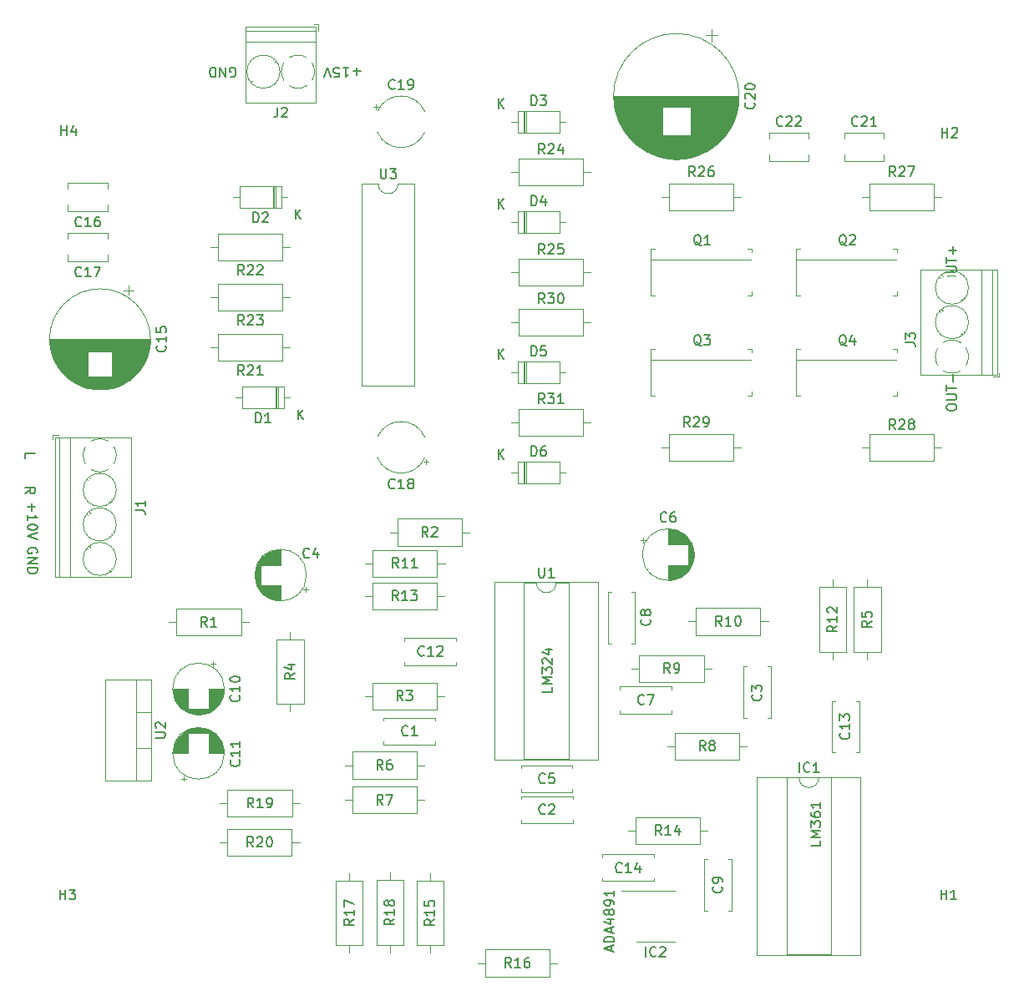
<source format=gto>
G04 #@! TF.GenerationSoftware,KiCad,Pcbnew,(5.1.10-1-10_14)*
G04 #@! TF.CreationDate,2021-09-10T00:56:05+12:00*
G04 #@! TF.ProjectId,joint_pcb,6a6f696e-745f-4706-9362-2e6b69636164,rev?*
G04 #@! TF.SameCoordinates,Original*
G04 #@! TF.FileFunction,Legend,Top*
G04 #@! TF.FilePolarity,Positive*
%FSLAX46Y46*%
G04 Gerber Fmt 4.6, Leading zero omitted, Abs format (unit mm)*
G04 Created by KiCad (PCBNEW (5.1.10-1-10_14)) date 2021-09-10 00:56:05*
%MOMM*%
%LPD*%
G01*
G04 APERTURE LIST*
%ADD10C,0.150000*%
%ADD11C,0.120000*%
%ADD12C,0.100000*%
%ADD13C,2.400000*%
%ADD14R,2.400000X2.400000*%
%ADD15C,1.600000*%
%ADD16R,1.600000X1.600000*%
%ADD17O,1.600000X1.600000*%
%ADD18C,2.000000*%
%ADD19R,2.000000X2.000000*%
%ADD20C,4.300000*%
%ADD21R,2.400000X1.600000*%
%ADD22O,2.400000X1.600000*%
%ADD23R,2.410000X3.300000*%
%ADD24R,2.000000X1.905000*%
%ADD25O,2.000000X1.905000*%
G04 APERTURE END LIST*
D10*
X53370219Y-90022323D02*
X53370219Y-89546133D01*
X54370219Y-89546133D01*
X53370219Y-93578323D02*
X53846409Y-93244990D01*
X53370219Y-93006895D02*
X54370219Y-93006895D01*
X54370219Y-93387847D01*
X54322600Y-93483085D01*
X54274980Y-93530704D01*
X54179742Y-93578323D01*
X54036885Y-93578323D01*
X53941647Y-93530704D01*
X53894028Y-93483085D01*
X53846409Y-93387847D01*
X53846409Y-93006895D01*
X54005171Y-94554895D02*
X54005171Y-95316800D01*
X53624219Y-94935847D02*
X54386123Y-94935847D01*
X53624219Y-96316800D02*
X53624219Y-95745371D01*
X53624219Y-96031085D02*
X54624219Y-96031085D01*
X54481361Y-95935847D01*
X54386123Y-95840609D01*
X54338504Y-95745371D01*
X54624219Y-96935847D02*
X54624219Y-97031085D01*
X54576600Y-97126323D01*
X54528980Y-97173942D01*
X54433742Y-97221561D01*
X54243266Y-97269180D01*
X54005171Y-97269180D01*
X53814695Y-97221561D01*
X53719457Y-97173942D01*
X53671838Y-97126323D01*
X53624219Y-97031085D01*
X53624219Y-96935847D01*
X53671838Y-96840609D01*
X53719457Y-96792990D01*
X53814695Y-96745371D01*
X54005171Y-96697752D01*
X54243266Y-96697752D01*
X54433742Y-96745371D01*
X54528980Y-96792990D01*
X54576600Y-96840609D01*
X54624219Y-96935847D01*
X54624219Y-97554895D02*
X53624219Y-97888228D01*
X54624219Y-98221561D01*
X54576600Y-99618895D02*
X54624219Y-99523657D01*
X54624219Y-99380800D01*
X54576600Y-99237942D01*
X54481361Y-99142704D01*
X54386123Y-99095085D01*
X54195647Y-99047466D01*
X54052790Y-99047466D01*
X53862314Y-99095085D01*
X53767076Y-99142704D01*
X53671838Y-99237942D01*
X53624219Y-99380800D01*
X53624219Y-99476038D01*
X53671838Y-99618895D01*
X53719457Y-99666514D01*
X54052790Y-99666514D01*
X54052790Y-99476038D01*
X53624219Y-100095085D02*
X54624219Y-100095085D01*
X53624219Y-100666514D01*
X54624219Y-100666514D01*
X53624219Y-101142704D02*
X54624219Y-101142704D01*
X54624219Y-101380800D01*
X54576600Y-101523657D01*
X54481361Y-101618895D01*
X54386123Y-101666514D01*
X54195647Y-101714133D01*
X54052790Y-101714133D01*
X53862314Y-101666514D01*
X53767076Y-101618895D01*
X53671838Y-101523657D01*
X53624219Y-101380800D01*
X53624219Y-101142704D01*
X74167904Y-51300000D02*
X74263142Y-51347619D01*
X74406000Y-51347619D01*
X74548857Y-51300000D01*
X74644095Y-51204761D01*
X74691714Y-51109523D01*
X74739333Y-50919047D01*
X74739333Y-50776190D01*
X74691714Y-50585714D01*
X74644095Y-50490476D01*
X74548857Y-50395238D01*
X74406000Y-50347619D01*
X74310761Y-50347619D01*
X74167904Y-50395238D01*
X74120285Y-50442857D01*
X74120285Y-50776190D01*
X74310761Y-50776190D01*
X73691714Y-50347619D02*
X73691714Y-51347619D01*
X73120285Y-50347619D01*
X73120285Y-51347619D01*
X72644095Y-50347619D02*
X72644095Y-51347619D01*
X72406000Y-51347619D01*
X72263142Y-51300000D01*
X72167904Y-51204761D01*
X72120285Y-51109523D01*
X72072666Y-50919047D01*
X72072666Y-50776190D01*
X72120285Y-50585714D01*
X72167904Y-50490476D01*
X72263142Y-50395238D01*
X72406000Y-50347619D01*
X72644095Y-50347619D01*
X87359904Y-50728571D02*
X86598000Y-50728571D01*
X86978952Y-50347619D02*
X86978952Y-51109523D01*
X85598000Y-50347619D02*
X86169428Y-50347619D01*
X85883714Y-50347619D02*
X85883714Y-51347619D01*
X85978952Y-51204761D01*
X86074190Y-51109523D01*
X86169428Y-51061904D01*
X84693238Y-51347619D02*
X85169428Y-51347619D01*
X85217047Y-50871428D01*
X85169428Y-50919047D01*
X85074190Y-50966666D01*
X84836095Y-50966666D01*
X84740857Y-50919047D01*
X84693238Y-50871428D01*
X84645619Y-50776190D01*
X84645619Y-50538095D01*
X84693238Y-50442857D01*
X84740857Y-50395238D01*
X84836095Y-50347619D01*
X85074190Y-50347619D01*
X85169428Y-50395238D01*
X85217047Y-50442857D01*
X84359904Y-51347619D02*
X84026571Y-50347619D01*
X83693238Y-51347619D01*
X146772380Y-84931047D02*
X146772380Y-84740571D01*
X146820000Y-84645333D01*
X146915238Y-84550095D01*
X147105714Y-84502476D01*
X147439047Y-84502476D01*
X147629523Y-84550095D01*
X147724761Y-84645333D01*
X147772380Y-84740571D01*
X147772380Y-84931047D01*
X147724761Y-85026285D01*
X147629523Y-85121523D01*
X147439047Y-85169142D01*
X147105714Y-85169142D01*
X146915238Y-85121523D01*
X146820000Y-85026285D01*
X146772380Y-84931047D01*
X146772380Y-84073904D02*
X147581904Y-84073904D01*
X147677142Y-84026285D01*
X147724761Y-83978666D01*
X147772380Y-83883428D01*
X147772380Y-83692952D01*
X147724761Y-83597714D01*
X147677142Y-83550095D01*
X147581904Y-83502476D01*
X146772380Y-83502476D01*
X146772380Y-83169142D02*
X146772380Y-82597714D01*
X147772380Y-82883428D02*
X146772380Y-82883428D01*
X147391428Y-82264380D02*
X147391428Y-81502476D01*
X146772380Y-71977047D02*
X146772380Y-71786571D01*
X146820000Y-71691333D01*
X146915238Y-71596095D01*
X147105714Y-71548476D01*
X147439047Y-71548476D01*
X147629523Y-71596095D01*
X147724761Y-71691333D01*
X147772380Y-71786571D01*
X147772380Y-71977047D01*
X147724761Y-72072285D01*
X147629523Y-72167523D01*
X147439047Y-72215142D01*
X147105714Y-72215142D01*
X146915238Y-72167523D01*
X146820000Y-72072285D01*
X146772380Y-71977047D01*
X146772380Y-71119904D02*
X147581904Y-71119904D01*
X147677142Y-71072285D01*
X147724761Y-71024666D01*
X147772380Y-70929428D01*
X147772380Y-70738952D01*
X147724761Y-70643714D01*
X147677142Y-70596095D01*
X147581904Y-70548476D01*
X146772380Y-70548476D01*
X146772380Y-70215142D02*
X146772380Y-69643714D01*
X147772380Y-69929428D02*
X146772380Y-69929428D01*
X147391428Y-69310380D02*
X147391428Y-68548476D01*
X147772380Y-68929428D02*
X147010476Y-68929428D01*
X112790266Y-139977428D02*
X112790266Y-139501238D01*
X113075980Y-140072666D02*
X112075980Y-139739333D01*
X113075980Y-139406000D01*
X113075980Y-139072666D02*
X112075980Y-139072666D01*
X112075980Y-138834571D01*
X112123600Y-138691714D01*
X112218838Y-138596476D01*
X112314076Y-138548857D01*
X112504552Y-138501238D01*
X112647409Y-138501238D01*
X112837885Y-138548857D01*
X112933123Y-138596476D01*
X113028361Y-138691714D01*
X113075980Y-138834571D01*
X113075980Y-139072666D01*
X112790266Y-138120285D02*
X112790266Y-137644095D01*
X113075980Y-138215523D02*
X112075980Y-137882190D01*
X113075980Y-137548857D01*
X112409314Y-136786952D02*
X113075980Y-136786952D01*
X112028361Y-137025047D02*
X112742647Y-137263142D01*
X112742647Y-136644095D01*
X112504552Y-136120285D02*
X112456933Y-136215523D01*
X112409314Y-136263142D01*
X112314076Y-136310761D01*
X112266457Y-136310761D01*
X112171219Y-136263142D01*
X112123600Y-136215523D01*
X112075980Y-136120285D01*
X112075980Y-135929809D01*
X112123600Y-135834571D01*
X112171219Y-135786952D01*
X112266457Y-135739333D01*
X112314076Y-135739333D01*
X112409314Y-135786952D01*
X112456933Y-135834571D01*
X112504552Y-135929809D01*
X112504552Y-136120285D01*
X112552171Y-136215523D01*
X112599790Y-136263142D01*
X112695028Y-136310761D01*
X112885504Y-136310761D01*
X112980742Y-136263142D01*
X113028361Y-136215523D01*
X113075980Y-136120285D01*
X113075980Y-135929809D01*
X113028361Y-135834571D01*
X112980742Y-135786952D01*
X112885504Y-135739333D01*
X112695028Y-135739333D01*
X112599790Y-135786952D01*
X112552171Y-135834571D01*
X112504552Y-135929809D01*
X113075980Y-135263142D02*
X113075980Y-135072666D01*
X113028361Y-134977428D01*
X112980742Y-134929809D01*
X112837885Y-134834571D01*
X112647409Y-134786952D01*
X112266457Y-134786952D01*
X112171219Y-134834571D01*
X112123600Y-134882190D01*
X112075980Y-134977428D01*
X112075980Y-135167904D01*
X112123600Y-135263142D01*
X112171219Y-135310761D01*
X112266457Y-135358380D01*
X112504552Y-135358380D01*
X112599790Y-135310761D01*
X112647409Y-135263142D01*
X112695028Y-135167904D01*
X112695028Y-134977428D01*
X112647409Y-134882190D01*
X112599790Y-134834571D01*
X112504552Y-134786952D01*
X113075980Y-133834571D02*
X113075980Y-134406000D01*
X113075980Y-134120285D02*
X112075980Y-134120285D01*
X112218838Y-134215523D01*
X112314076Y-134310761D01*
X112361695Y-134406000D01*
X134005580Y-128792076D02*
X134005580Y-129268266D01*
X133005580Y-129268266D01*
X134005580Y-128458742D02*
X133005580Y-128458742D01*
X133719866Y-128125409D01*
X133005580Y-127792076D01*
X134005580Y-127792076D01*
X133005580Y-127411123D02*
X133005580Y-126792076D01*
X133386533Y-127125409D01*
X133386533Y-126982552D01*
X133434152Y-126887314D01*
X133481771Y-126839695D01*
X133577009Y-126792076D01*
X133815104Y-126792076D01*
X133910342Y-126839695D01*
X133957961Y-126887314D01*
X134005580Y-126982552D01*
X134005580Y-127268266D01*
X133957961Y-127363504D01*
X133910342Y-127411123D01*
X133005580Y-125934933D02*
X133005580Y-126125409D01*
X133053200Y-126220647D01*
X133100819Y-126268266D01*
X133243676Y-126363504D01*
X133434152Y-126411123D01*
X133815104Y-126411123D01*
X133910342Y-126363504D01*
X133957961Y-126315885D01*
X134005580Y-126220647D01*
X134005580Y-126030171D01*
X133957961Y-125934933D01*
X133910342Y-125887314D01*
X133815104Y-125839695D01*
X133577009Y-125839695D01*
X133481771Y-125887314D01*
X133434152Y-125934933D01*
X133386533Y-126030171D01*
X133386533Y-126220647D01*
X133434152Y-126315885D01*
X133481771Y-126363504D01*
X133577009Y-126411123D01*
X134005580Y-124887314D02*
X134005580Y-125458742D01*
X134005580Y-125173028D02*
X133005580Y-125173028D01*
X133148438Y-125268266D01*
X133243676Y-125363504D01*
X133291295Y-125458742D01*
X106802180Y-113221876D02*
X106802180Y-113698066D01*
X105802180Y-113698066D01*
X106802180Y-112888542D02*
X105802180Y-112888542D01*
X106516466Y-112555209D01*
X105802180Y-112221876D01*
X106802180Y-112221876D01*
X105802180Y-111840923D02*
X105802180Y-111221876D01*
X106183133Y-111555209D01*
X106183133Y-111412352D01*
X106230752Y-111317114D01*
X106278371Y-111269495D01*
X106373609Y-111221876D01*
X106611704Y-111221876D01*
X106706942Y-111269495D01*
X106754561Y-111317114D01*
X106802180Y-111412352D01*
X106802180Y-111698066D01*
X106754561Y-111793304D01*
X106706942Y-111840923D01*
X105897419Y-110840923D02*
X105849800Y-110793304D01*
X105802180Y-110698066D01*
X105802180Y-110459971D01*
X105849800Y-110364733D01*
X105897419Y-110317114D01*
X105992657Y-110269495D01*
X106087895Y-110269495D01*
X106230752Y-110317114D01*
X106802180Y-110888542D01*
X106802180Y-110269495D01*
X106135514Y-109412352D02*
X106802180Y-109412352D01*
X105754561Y-109650447D02*
X106468847Y-109888542D01*
X106468847Y-109269495D01*
D11*
X149000099Y-79671326D02*
G75*
G02*
X148760000Y-80566000I-1680099J-28674D01*
G01*
X148209894Y-81125358D02*
G75*
G02*
X146454000Y-81140000I-889894J1425358D01*
G01*
X145894642Y-80589894D02*
G75*
G02*
X145880000Y-78834000I1425358J889894D01*
G01*
X146429807Y-78274495D02*
G75*
G02*
X148211000Y-78275000I890193J-1425505D01*
G01*
X148744721Y-78809736D02*
G75*
G02*
X149000000Y-79700000I-1424721J-890264D01*
G01*
X149000000Y-76200000D02*
G75*
G03*
X149000000Y-76200000I-1680000J0D01*
G01*
X149000000Y-72700000D02*
G75*
G03*
X149000000Y-72700000I-1680000J0D01*
G01*
X151420000Y-81510000D02*
X151420000Y-70890000D01*
X150320000Y-81510000D02*
X150320000Y-70890000D01*
X144160000Y-81510000D02*
X144160000Y-70890000D01*
X151880000Y-81510000D02*
X151880000Y-70890000D01*
X144160000Y-81510000D02*
X151880000Y-81510000D01*
X144160000Y-70890000D02*
X151880000Y-70890000D01*
X146251000Y-74925000D02*
X146379000Y-75054000D01*
X148501000Y-77175000D02*
X148594000Y-77269000D01*
X146045000Y-75130000D02*
X146139000Y-75224000D01*
X148261000Y-77345000D02*
X148389000Y-77474000D01*
X146251000Y-71425000D02*
X146379000Y-71554000D01*
X148501000Y-73675000D02*
X148594000Y-73769000D01*
X146045000Y-71630000D02*
X146139000Y-71724000D01*
X148261000Y-73845000D02*
X148389000Y-73974000D01*
X151480000Y-81750000D02*
X152120000Y-81750000D01*
X152120000Y-81750000D02*
X152120000Y-81350000D01*
X121171200Y-99771200D02*
G75*
G03*
X121171200Y-99771200I-2620000J0D01*
G01*
X118551200Y-100811200D02*
X118551200Y-102351200D01*
X118551200Y-97191200D02*
X118551200Y-98731200D01*
X118591200Y-100811200D02*
X118591200Y-102351200D01*
X118591200Y-97191200D02*
X118591200Y-98731200D01*
X118631200Y-97192200D02*
X118631200Y-98731200D01*
X118631200Y-100811200D02*
X118631200Y-102350200D01*
X118671200Y-97193200D02*
X118671200Y-98731200D01*
X118671200Y-100811200D02*
X118671200Y-102349200D01*
X118711200Y-97195200D02*
X118711200Y-98731200D01*
X118711200Y-100811200D02*
X118711200Y-102347200D01*
X118751200Y-97198200D02*
X118751200Y-98731200D01*
X118751200Y-100811200D02*
X118751200Y-102344200D01*
X118791200Y-97202200D02*
X118791200Y-98731200D01*
X118791200Y-100811200D02*
X118791200Y-102340200D01*
X118831200Y-97206200D02*
X118831200Y-98731200D01*
X118831200Y-100811200D02*
X118831200Y-102336200D01*
X118871200Y-97210200D02*
X118871200Y-98731200D01*
X118871200Y-100811200D02*
X118871200Y-102332200D01*
X118911200Y-97215200D02*
X118911200Y-98731200D01*
X118911200Y-100811200D02*
X118911200Y-102327200D01*
X118951200Y-97221200D02*
X118951200Y-98731200D01*
X118951200Y-100811200D02*
X118951200Y-102321200D01*
X118991200Y-97228200D02*
X118991200Y-98731200D01*
X118991200Y-100811200D02*
X118991200Y-102314200D01*
X119031200Y-97235200D02*
X119031200Y-98731200D01*
X119031200Y-100811200D02*
X119031200Y-102307200D01*
X119071200Y-97243200D02*
X119071200Y-98731200D01*
X119071200Y-100811200D02*
X119071200Y-102299200D01*
X119111200Y-97251200D02*
X119111200Y-98731200D01*
X119111200Y-100811200D02*
X119111200Y-102291200D01*
X119151200Y-97260200D02*
X119151200Y-98731200D01*
X119151200Y-100811200D02*
X119151200Y-102282200D01*
X119191200Y-97270200D02*
X119191200Y-98731200D01*
X119191200Y-100811200D02*
X119191200Y-102272200D01*
X119231200Y-97280200D02*
X119231200Y-98731200D01*
X119231200Y-100811200D02*
X119231200Y-102262200D01*
X119272200Y-97291200D02*
X119272200Y-98731200D01*
X119272200Y-100811200D02*
X119272200Y-102251200D01*
X119312200Y-97303200D02*
X119312200Y-98731200D01*
X119312200Y-100811200D02*
X119312200Y-102239200D01*
X119352200Y-97316200D02*
X119352200Y-98731200D01*
X119352200Y-100811200D02*
X119352200Y-102226200D01*
X119392200Y-97329200D02*
X119392200Y-98731200D01*
X119392200Y-100811200D02*
X119392200Y-102213200D01*
X119432200Y-97343200D02*
X119432200Y-98731200D01*
X119432200Y-100811200D02*
X119432200Y-102199200D01*
X119472200Y-97357200D02*
X119472200Y-98731200D01*
X119472200Y-100811200D02*
X119472200Y-102185200D01*
X119512200Y-97373200D02*
X119512200Y-98731200D01*
X119512200Y-100811200D02*
X119512200Y-102169200D01*
X119552200Y-97389200D02*
X119552200Y-98731200D01*
X119552200Y-100811200D02*
X119552200Y-102153200D01*
X119592200Y-97406200D02*
X119592200Y-98731200D01*
X119592200Y-100811200D02*
X119592200Y-102136200D01*
X119632200Y-97423200D02*
X119632200Y-98731200D01*
X119632200Y-100811200D02*
X119632200Y-102119200D01*
X119672200Y-97442200D02*
X119672200Y-98731200D01*
X119672200Y-100811200D02*
X119672200Y-102100200D01*
X119712200Y-97461200D02*
X119712200Y-98731200D01*
X119712200Y-100811200D02*
X119712200Y-102081200D01*
X119752200Y-97481200D02*
X119752200Y-98731200D01*
X119752200Y-100811200D02*
X119752200Y-102061200D01*
X119792200Y-97503200D02*
X119792200Y-98731200D01*
X119792200Y-100811200D02*
X119792200Y-102039200D01*
X119832200Y-97524200D02*
X119832200Y-98731200D01*
X119832200Y-100811200D02*
X119832200Y-102018200D01*
X119872200Y-97547200D02*
X119872200Y-98731200D01*
X119872200Y-100811200D02*
X119872200Y-101995200D01*
X119912200Y-97571200D02*
X119912200Y-98731200D01*
X119912200Y-100811200D02*
X119912200Y-101971200D01*
X119952200Y-97596200D02*
X119952200Y-98731200D01*
X119952200Y-100811200D02*
X119952200Y-101946200D01*
X119992200Y-97622200D02*
X119992200Y-98731200D01*
X119992200Y-100811200D02*
X119992200Y-101920200D01*
X120032200Y-97649200D02*
X120032200Y-98731200D01*
X120032200Y-100811200D02*
X120032200Y-101893200D01*
X120072200Y-97676200D02*
X120072200Y-98731200D01*
X120072200Y-100811200D02*
X120072200Y-101866200D01*
X120112200Y-97706200D02*
X120112200Y-98731200D01*
X120112200Y-100811200D02*
X120112200Y-101836200D01*
X120152200Y-97736200D02*
X120152200Y-98731200D01*
X120152200Y-100811200D02*
X120152200Y-101806200D01*
X120192200Y-97767200D02*
X120192200Y-98731200D01*
X120192200Y-100811200D02*
X120192200Y-101775200D01*
X120232200Y-97800200D02*
X120232200Y-98731200D01*
X120232200Y-100811200D02*
X120232200Y-101742200D01*
X120272200Y-97834200D02*
X120272200Y-98731200D01*
X120272200Y-100811200D02*
X120272200Y-101708200D01*
X120312200Y-97870200D02*
X120312200Y-98731200D01*
X120312200Y-100811200D02*
X120312200Y-101672200D01*
X120352200Y-97907200D02*
X120352200Y-98731200D01*
X120352200Y-100811200D02*
X120352200Y-101635200D01*
X120392200Y-97945200D02*
X120392200Y-98731200D01*
X120392200Y-100811200D02*
X120392200Y-101597200D01*
X120432200Y-97986200D02*
X120432200Y-98731200D01*
X120432200Y-100811200D02*
X120432200Y-101556200D01*
X120472200Y-98028200D02*
X120472200Y-98731200D01*
X120472200Y-100811200D02*
X120472200Y-101514200D01*
X120512200Y-98072200D02*
X120512200Y-98731200D01*
X120512200Y-100811200D02*
X120512200Y-101470200D01*
X120552200Y-98118200D02*
X120552200Y-98731200D01*
X120552200Y-100811200D02*
X120552200Y-101424200D01*
X120592200Y-98166200D02*
X120592200Y-101376200D01*
X120632200Y-98217200D02*
X120632200Y-101325200D01*
X120672200Y-98271200D02*
X120672200Y-101271200D01*
X120712200Y-98328200D02*
X120712200Y-101214200D01*
X120752200Y-98388200D02*
X120752200Y-101154200D01*
X120792200Y-98452200D02*
X120792200Y-101090200D01*
X120832200Y-98520200D02*
X120832200Y-101022200D01*
X120872200Y-98593200D02*
X120872200Y-100949200D01*
X120912200Y-98673200D02*
X120912200Y-100869200D01*
X120952200Y-98760200D02*
X120952200Y-100782200D01*
X120992200Y-98856200D02*
X120992200Y-100686200D01*
X121032200Y-98966200D02*
X121032200Y-100576200D01*
X121072200Y-99094200D02*
X121072200Y-100448200D01*
X121112200Y-99253200D02*
X121112200Y-100289200D01*
X121152200Y-99487200D02*
X121152200Y-100055200D01*
X115746425Y-98296200D02*
X116246425Y-98296200D01*
X115996425Y-98046200D02*
X115996425Y-98546200D01*
X121367800Y-105183000D02*
X121367800Y-107923000D01*
X121367800Y-107923000D02*
X127907800Y-107923000D01*
X127907800Y-107923000D02*
X127907800Y-105183000D01*
X127907800Y-105183000D02*
X121367800Y-105183000D01*
X120597800Y-106553000D02*
X121367800Y-106553000D01*
X128677800Y-106553000D02*
X127907800Y-106553000D01*
X62614600Y-93212800D02*
G75*
G03*
X62614600Y-93212800I-1680000J0D01*
G01*
X62614600Y-96712800D02*
G75*
G03*
X62614600Y-96712800I-1680000J0D01*
G01*
X62614600Y-100212800D02*
G75*
G03*
X62614600Y-100212800I-1680000J0D01*
G01*
X56834600Y-87902800D02*
X56834600Y-102022800D01*
X57934600Y-87902800D02*
X57934600Y-102022800D01*
X64094600Y-87902800D02*
X64094600Y-102022800D01*
X56374600Y-87902800D02*
X56374600Y-102022800D01*
X64094600Y-87902800D02*
X56374600Y-87902800D01*
X64094600Y-102022800D02*
X56374600Y-102022800D01*
X62003600Y-94487800D02*
X61875600Y-94358800D01*
X59753600Y-92237800D02*
X59660600Y-92143800D01*
X62209600Y-94282800D02*
X62115600Y-94188800D01*
X59993600Y-92067800D02*
X59865600Y-91938800D01*
X62003600Y-97987800D02*
X61875600Y-97858800D01*
X59753600Y-95737800D02*
X59660600Y-95643800D01*
X62209600Y-97782800D02*
X62115600Y-97688800D01*
X59993600Y-95567800D02*
X59865600Y-95438800D01*
X62003600Y-101487800D02*
X61875600Y-101358800D01*
X59753600Y-99237800D02*
X59660600Y-99143800D01*
X62209600Y-101282800D02*
X62115600Y-101188800D01*
X59993600Y-99067800D02*
X59865600Y-98938800D01*
X56774600Y-87662800D02*
X56134600Y-87662800D01*
X56134600Y-87662800D02*
X56134600Y-88062800D01*
X59254501Y-89741474D02*
G75*
G02*
X59494600Y-88846800I1680099J28674D01*
G01*
X60044706Y-88287442D02*
G75*
G02*
X61800600Y-88272800I889894J-1425358D01*
G01*
X62359958Y-88822906D02*
G75*
G02*
X62374600Y-90578800I-1425358J-889894D01*
G01*
X61824793Y-91138305D02*
G75*
G02*
X60043600Y-91137800I-890193J1425505D01*
G01*
X59509879Y-90603064D02*
G75*
G02*
X59254600Y-89712800I1424721J890264D01*
G01*
X89170000Y-62170000D02*
X87520000Y-62170000D01*
X87520000Y-62170000D02*
X87520000Y-82610000D01*
X87520000Y-82610000D02*
X92820000Y-82610000D01*
X92820000Y-82610000D02*
X92820000Y-62170000D01*
X92820000Y-62170000D02*
X91170000Y-62170000D01*
X91170000Y-62170000D02*
G75*
G02*
X89170000Y-62170000I-1000000J0D01*
G01*
X103410000Y-84990000D02*
X103410000Y-87730000D01*
X103410000Y-87730000D02*
X109950000Y-87730000D01*
X109950000Y-87730000D02*
X109950000Y-84990000D01*
X109950000Y-84990000D02*
X103410000Y-84990000D01*
X102640000Y-86360000D02*
X103410000Y-86360000D01*
X110720000Y-86360000D02*
X109950000Y-86360000D01*
X103410000Y-74830000D02*
X103410000Y-77570000D01*
X103410000Y-77570000D02*
X109950000Y-77570000D01*
X109950000Y-77570000D02*
X109950000Y-74830000D01*
X109950000Y-74830000D02*
X103410000Y-74830000D01*
X102640000Y-76200000D02*
X103410000Y-76200000D01*
X110720000Y-76200000D02*
X109950000Y-76200000D01*
X125190000Y-90270000D02*
X125190000Y-87530000D01*
X125190000Y-87530000D02*
X118650000Y-87530000D01*
X118650000Y-87530000D02*
X118650000Y-90270000D01*
X118650000Y-90270000D02*
X125190000Y-90270000D01*
X125960000Y-88900000D02*
X125190000Y-88900000D01*
X117880000Y-88900000D02*
X118650000Y-88900000D01*
X145510000Y-90270000D02*
X145510000Y-87530000D01*
X145510000Y-87530000D02*
X138970000Y-87530000D01*
X138970000Y-87530000D02*
X138970000Y-90270000D01*
X138970000Y-90270000D02*
X145510000Y-90270000D01*
X146280000Y-88900000D02*
X145510000Y-88900000D01*
X138200000Y-88900000D02*
X138970000Y-88900000D01*
X145510000Y-64870000D02*
X145510000Y-62130000D01*
X145510000Y-62130000D02*
X138970000Y-62130000D01*
X138970000Y-62130000D02*
X138970000Y-64870000D01*
X138970000Y-64870000D02*
X145510000Y-64870000D01*
X146280000Y-63500000D02*
X145510000Y-63500000D01*
X138200000Y-63500000D02*
X138970000Y-63500000D01*
X125190000Y-64870000D02*
X125190000Y-62130000D01*
X125190000Y-62130000D02*
X118650000Y-62130000D01*
X118650000Y-62130000D02*
X118650000Y-64870000D01*
X118650000Y-64870000D02*
X125190000Y-64870000D01*
X125960000Y-63500000D02*
X125190000Y-63500000D01*
X117880000Y-63500000D02*
X118650000Y-63500000D01*
X109950000Y-72490000D02*
X109950000Y-69750000D01*
X109950000Y-69750000D02*
X103410000Y-69750000D01*
X103410000Y-69750000D02*
X103410000Y-72490000D01*
X103410000Y-72490000D02*
X109950000Y-72490000D01*
X110720000Y-71120000D02*
X109950000Y-71120000D01*
X102640000Y-71120000D02*
X103410000Y-71120000D01*
X109950000Y-62330000D02*
X109950000Y-59590000D01*
X109950000Y-59590000D02*
X103410000Y-59590000D01*
X103410000Y-59590000D02*
X103410000Y-62330000D01*
X103410000Y-62330000D02*
X109950000Y-62330000D01*
X110720000Y-60960000D02*
X109950000Y-60960000D01*
X102640000Y-60960000D02*
X103410000Y-60960000D01*
X79470000Y-75030000D02*
X79470000Y-72290000D01*
X79470000Y-72290000D02*
X72930000Y-72290000D01*
X72930000Y-72290000D02*
X72930000Y-75030000D01*
X72930000Y-75030000D02*
X79470000Y-75030000D01*
X80240000Y-73660000D02*
X79470000Y-73660000D01*
X72160000Y-73660000D02*
X72930000Y-73660000D01*
X79470000Y-69950000D02*
X79470000Y-67210000D01*
X79470000Y-67210000D02*
X72930000Y-67210000D01*
X72930000Y-67210000D02*
X72930000Y-69950000D01*
X72930000Y-69950000D02*
X79470000Y-69950000D01*
X80240000Y-68580000D02*
X79470000Y-68580000D01*
X72160000Y-68580000D02*
X72930000Y-68580000D01*
X79470000Y-80110000D02*
X79470000Y-77370000D01*
X79470000Y-77370000D02*
X72930000Y-77370000D01*
X72930000Y-77370000D02*
X72930000Y-80110000D01*
X72930000Y-80110000D02*
X79470000Y-80110000D01*
X80240000Y-78740000D02*
X79470000Y-78740000D01*
X72160000Y-78740000D02*
X72930000Y-78740000D01*
D12*
X131552000Y-79990000D02*
X141652000Y-79990000D01*
X141752000Y-83680000D02*
X141752000Y-83280000D01*
X141752000Y-83680000D02*
X141352000Y-83680000D01*
X131552000Y-83680000D02*
X131552000Y-79280000D01*
X131552000Y-83680000D02*
X131952000Y-83680000D01*
X131552000Y-78880000D02*
X131552000Y-79280000D01*
X131552000Y-78880000D02*
X131952000Y-78880000D01*
X141352000Y-78880000D02*
X141752000Y-78880000D01*
X141752000Y-78880000D02*
X141752000Y-79280000D01*
X116820000Y-79990000D02*
X126920000Y-79990000D01*
X127020000Y-83680000D02*
X127020000Y-83280000D01*
X127020000Y-83680000D02*
X126620000Y-83680000D01*
X116820000Y-83680000D02*
X116820000Y-79280000D01*
X116820000Y-83680000D02*
X117220000Y-83680000D01*
X116820000Y-78880000D02*
X116820000Y-79280000D01*
X116820000Y-78880000D02*
X117220000Y-78880000D01*
X126620000Y-78880000D02*
X127020000Y-78880000D01*
X127020000Y-78880000D02*
X127020000Y-79280000D01*
X131552000Y-69830000D02*
X141652000Y-69830000D01*
X141752000Y-73520000D02*
X141752000Y-73120000D01*
X141752000Y-73520000D02*
X141352000Y-73520000D01*
X131552000Y-73520000D02*
X131552000Y-69120000D01*
X131552000Y-73520000D02*
X131952000Y-73520000D01*
X131552000Y-68720000D02*
X131552000Y-69120000D01*
X131552000Y-68720000D02*
X131952000Y-68720000D01*
X141352000Y-68720000D02*
X141752000Y-68720000D01*
X141752000Y-68720000D02*
X141752000Y-69120000D01*
X116820000Y-69830000D02*
X126920000Y-69830000D01*
X127020000Y-73520000D02*
X127020000Y-73120000D01*
X127020000Y-73520000D02*
X126620000Y-73520000D01*
X116820000Y-73520000D02*
X116820000Y-69120000D01*
X116820000Y-73520000D02*
X117220000Y-73520000D01*
X116820000Y-68720000D02*
X116820000Y-69120000D01*
X116820000Y-68720000D02*
X117220000Y-68720000D01*
X126620000Y-68720000D02*
X127020000Y-68720000D01*
X127020000Y-68720000D02*
X127020000Y-69120000D01*
D11*
X79206000Y-50800000D02*
G75*
G03*
X79206000Y-50800000I-1680000J0D01*
G01*
X82836000Y-46700000D02*
X75716000Y-46700000D01*
X82836000Y-47800000D02*
X75716000Y-47800000D01*
X82836000Y-53960000D02*
X75716000Y-53960000D01*
X82836000Y-46240000D02*
X75716000Y-46240000D01*
X82836000Y-53960000D02*
X82836000Y-46240000D01*
X75716000Y-53960000D02*
X75716000Y-46240000D01*
X76251000Y-51869000D02*
X76380000Y-51741000D01*
X78501000Y-49619000D02*
X78595000Y-49526000D01*
X76456000Y-52075000D02*
X76550000Y-51981000D01*
X78671000Y-49859000D02*
X78800000Y-49731000D01*
X83076000Y-46640000D02*
X83076000Y-46000000D01*
X83076000Y-46000000D02*
X82676000Y-46000000D01*
X80997326Y-49119901D02*
G75*
G02*
X81892000Y-49360000I28674J-1680099D01*
G01*
X82451358Y-49910106D02*
G75*
G02*
X82466000Y-51666000I-1425358J-889894D01*
G01*
X81915894Y-52225358D02*
G75*
G02*
X80160000Y-52240000I-889894J1425358D01*
G01*
X79600495Y-51690193D02*
G75*
G02*
X79601000Y-49909000I1425505J890193D01*
G01*
X80135736Y-49375279D02*
G75*
G02*
X81026000Y-49120000I890264J-1424721D01*
G01*
X103290000Y-90320000D02*
X103290000Y-92560000D01*
X103290000Y-92560000D02*
X107530000Y-92560000D01*
X107530000Y-92560000D02*
X107530000Y-90320000D01*
X107530000Y-90320000D02*
X103290000Y-90320000D01*
X102640000Y-91440000D02*
X103290000Y-91440000D01*
X108180000Y-91440000D02*
X107530000Y-91440000D01*
X104010000Y-90320000D02*
X104010000Y-92560000D01*
X104130000Y-90320000D02*
X104130000Y-92560000D01*
X103890000Y-90320000D02*
X103890000Y-92560000D01*
X103290000Y-80160000D02*
X103290000Y-82400000D01*
X103290000Y-82400000D02*
X107530000Y-82400000D01*
X107530000Y-82400000D02*
X107530000Y-80160000D01*
X107530000Y-80160000D02*
X103290000Y-80160000D01*
X102640000Y-81280000D02*
X103290000Y-81280000D01*
X108180000Y-81280000D02*
X107530000Y-81280000D01*
X104010000Y-80160000D02*
X104010000Y-82400000D01*
X104130000Y-80160000D02*
X104130000Y-82400000D01*
X103890000Y-80160000D02*
X103890000Y-82400000D01*
X103290000Y-64920000D02*
X103290000Y-67160000D01*
X103290000Y-67160000D02*
X107530000Y-67160000D01*
X107530000Y-67160000D02*
X107530000Y-64920000D01*
X107530000Y-64920000D02*
X103290000Y-64920000D01*
X102640000Y-66040000D02*
X103290000Y-66040000D01*
X108180000Y-66040000D02*
X107530000Y-66040000D01*
X104010000Y-64920000D02*
X104010000Y-67160000D01*
X104130000Y-64920000D02*
X104130000Y-67160000D01*
X103890000Y-64920000D02*
X103890000Y-67160000D01*
X103290000Y-54760000D02*
X103290000Y-57000000D01*
X103290000Y-57000000D02*
X107530000Y-57000000D01*
X107530000Y-57000000D02*
X107530000Y-54760000D01*
X107530000Y-54760000D02*
X103290000Y-54760000D01*
X102640000Y-55880000D02*
X103290000Y-55880000D01*
X108180000Y-55880000D02*
X107530000Y-55880000D01*
X104010000Y-54760000D02*
X104010000Y-57000000D01*
X104130000Y-54760000D02*
X104130000Y-57000000D01*
X103890000Y-54760000D02*
X103890000Y-57000000D01*
X79336000Y-64620000D02*
X79336000Y-62380000D01*
X79336000Y-62380000D02*
X75096000Y-62380000D01*
X75096000Y-62380000D02*
X75096000Y-64620000D01*
X75096000Y-64620000D02*
X79336000Y-64620000D01*
X79986000Y-63500000D02*
X79336000Y-63500000D01*
X74446000Y-63500000D02*
X75096000Y-63500000D01*
X78616000Y-64620000D02*
X78616000Y-62380000D01*
X78496000Y-64620000D02*
X78496000Y-62380000D01*
X78736000Y-64620000D02*
X78736000Y-62380000D01*
X79590000Y-84940000D02*
X79590000Y-82700000D01*
X79590000Y-82700000D02*
X75350000Y-82700000D01*
X75350000Y-82700000D02*
X75350000Y-84940000D01*
X75350000Y-84940000D02*
X79590000Y-84940000D01*
X80240000Y-83820000D02*
X79590000Y-83820000D01*
X74700000Y-83820000D02*
X75350000Y-83820000D01*
X78870000Y-84940000D02*
X78870000Y-82700000D01*
X78750000Y-84940000D02*
X78750000Y-82700000D01*
X78990000Y-84940000D02*
X78990000Y-82700000D01*
X128770000Y-57000000D02*
X132810000Y-57000000D01*
X128770000Y-59840000D02*
X132810000Y-59840000D01*
X128770000Y-57000000D02*
X128770000Y-57625000D01*
X128770000Y-59215000D02*
X128770000Y-59840000D01*
X132810000Y-57000000D02*
X132810000Y-57625000D01*
X132810000Y-59215000D02*
X132810000Y-59840000D01*
X136390000Y-57000000D02*
X140430000Y-57000000D01*
X136390000Y-59840000D02*
X140430000Y-59840000D01*
X136390000Y-57000000D02*
X136390000Y-57625000D01*
X136390000Y-59215000D02*
X136390000Y-59840000D01*
X140430000Y-57000000D02*
X140430000Y-57625000D01*
X140430000Y-59215000D02*
X140430000Y-59840000D01*
X125750000Y-53300000D02*
G75*
G03*
X125750000Y-53300000I-6370000J0D01*
G01*
X125710000Y-53300000D02*
X113050000Y-53300000D01*
X125710000Y-53340000D02*
X113050000Y-53340000D01*
X125710000Y-53380000D02*
X113050000Y-53380000D01*
X125709000Y-53420000D02*
X113051000Y-53420000D01*
X125708000Y-53460000D02*
X113052000Y-53460000D01*
X125707000Y-53500000D02*
X113053000Y-53500000D01*
X125706000Y-53540000D02*
X113054000Y-53540000D01*
X125704000Y-53580000D02*
X113056000Y-53580000D01*
X125702000Y-53620000D02*
X113058000Y-53620000D01*
X125700000Y-53660000D02*
X113060000Y-53660000D01*
X125698000Y-53700000D02*
X113062000Y-53700000D01*
X125695000Y-53740000D02*
X113065000Y-53740000D01*
X125692000Y-53780000D02*
X113068000Y-53780000D01*
X125689000Y-53820000D02*
X113071000Y-53820000D01*
X125686000Y-53860000D02*
X113074000Y-53860000D01*
X125682000Y-53900000D02*
X113078000Y-53900000D01*
X125678000Y-53940000D02*
X113082000Y-53940000D01*
X125674000Y-53980000D02*
X113086000Y-53980000D01*
X125670000Y-54021000D02*
X113090000Y-54021000D01*
X125665000Y-54061000D02*
X113095000Y-54061000D01*
X125660000Y-54101000D02*
X113100000Y-54101000D01*
X125655000Y-54141000D02*
X113105000Y-54141000D01*
X125649000Y-54181000D02*
X113111000Y-54181000D01*
X125644000Y-54221000D02*
X113116000Y-54221000D01*
X125638000Y-54261000D02*
X113122000Y-54261000D01*
X125632000Y-54301000D02*
X113128000Y-54301000D01*
X125625000Y-54341000D02*
X113135000Y-54341000D01*
X125618000Y-54381000D02*
X120820000Y-54381000D01*
X117940000Y-54381000D02*
X113142000Y-54381000D01*
X125611000Y-54421000D02*
X120820000Y-54421000D01*
X117940000Y-54421000D02*
X113149000Y-54421000D01*
X125604000Y-54461000D02*
X120820000Y-54461000D01*
X117940000Y-54461000D02*
X113156000Y-54461000D01*
X125596000Y-54501000D02*
X120820000Y-54501000D01*
X117940000Y-54501000D02*
X113164000Y-54501000D01*
X125589000Y-54541000D02*
X120820000Y-54541000D01*
X117940000Y-54541000D02*
X113171000Y-54541000D01*
X125581000Y-54581000D02*
X120820000Y-54581000D01*
X117940000Y-54581000D02*
X113179000Y-54581000D01*
X125572000Y-54621000D02*
X120820000Y-54621000D01*
X117940000Y-54621000D02*
X113188000Y-54621000D01*
X125564000Y-54661000D02*
X120820000Y-54661000D01*
X117940000Y-54661000D02*
X113196000Y-54661000D01*
X125555000Y-54701000D02*
X120820000Y-54701000D01*
X117940000Y-54701000D02*
X113205000Y-54701000D01*
X125546000Y-54741000D02*
X120820000Y-54741000D01*
X117940000Y-54741000D02*
X113214000Y-54741000D01*
X125536000Y-54781000D02*
X120820000Y-54781000D01*
X117940000Y-54781000D02*
X113224000Y-54781000D01*
X125526000Y-54821000D02*
X120820000Y-54821000D01*
X117940000Y-54821000D02*
X113234000Y-54821000D01*
X125517000Y-54861000D02*
X120820000Y-54861000D01*
X117940000Y-54861000D02*
X113243000Y-54861000D01*
X125506000Y-54901000D02*
X120820000Y-54901000D01*
X117940000Y-54901000D02*
X113254000Y-54901000D01*
X125496000Y-54941000D02*
X120820000Y-54941000D01*
X117940000Y-54941000D02*
X113264000Y-54941000D01*
X125485000Y-54981000D02*
X120820000Y-54981000D01*
X117940000Y-54981000D02*
X113275000Y-54981000D01*
X125474000Y-55021000D02*
X120820000Y-55021000D01*
X117940000Y-55021000D02*
X113286000Y-55021000D01*
X125463000Y-55061000D02*
X120820000Y-55061000D01*
X117940000Y-55061000D02*
X113297000Y-55061000D01*
X125451000Y-55101000D02*
X120820000Y-55101000D01*
X117940000Y-55101000D02*
X113309000Y-55101000D01*
X125439000Y-55141000D02*
X120820000Y-55141000D01*
X117940000Y-55141000D02*
X113321000Y-55141000D01*
X125427000Y-55181000D02*
X120820000Y-55181000D01*
X117940000Y-55181000D02*
X113333000Y-55181000D01*
X125414000Y-55221000D02*
X120820000Y-55221000D01*
X117940000Y-55221000D02*
X113346000Y-55221000D01*
X125401000Y-55261000D02*
X120820000Y-55261000D01*
X117940000Y-55261000D02*
X113359000Y-55261000D01*
X125388000Y-55301000D02*
X120820000Y-55301000D01*
X117940000Y-55301000D02*
X113372000Y-55301000D01*
X125375000Y-55341000D02*
X120820000Y-55341000D01*
X117940000Y-55341000D02*
X113385000Y-55341000D01*
X125361000Y-55381000D02*
X120820000Y-55381000D01*
X117940000Y-55381000D02*
X113399000Y-55381000D01*
X125347000Y-55421000D02*
X120820000Y-55421000D01*
X117940000Y-55421000D02*
X113413000Y-55421000D01*
X125333000Y-55461000D02*
X120820000Y-55461000D01*
X117940000Y-55461000D02*
X113427000Y-55461000D01*
X125319000Y-55501000D02*
X120820000Y-55501000D01*
X117940000Y-55501000D02*
X113441000Y-55501000D01*
X125304000Y-55541000D02*
X120820000Y-55541000D01*
X117940000Y-55541000D02*
X113456000Y-55541000D01*
X125288000Y-55581000D02*
X120820000Y-55581000D01*
X117940000Y-55581000D02*
X113472000Y-55581000D01*
X125273000Y-55621000D02*
X120820000Y-55621000D01*
X117940000Y-55621000D02*
X113487000Y-55621000D01*
X125257000Y-55661000D02*
X120820000Y-55661000D01*
X117940000Y-55661000D02*
X113503000Y-55661000D01*
X125241000Y-55701000D02*
X120820000Y-55701000D01*
X117940000Y-55701000D02*
X113519000Y-55701000D01*
X125225000Y-55741000D02*
X120820000Y-55741000D01*
X117940000Y-55741000D02*
X113535000Y-55741000D01*
X125208000Y-55781000D02*
X120820000Y-55781000D01*
X117940000Y-55781000D02*
X113552000Y-55781000D01*
X125191000Y-55821000D02*
X120820000Y-55821000D01*
X117940000Y-55821000D02*
X113569000Y-55821000D01*
X125173000Y-55861000D02*
X120820000Y-55861000D01*
X117940000Y-55861000D02*
X113587000Y-55861000D01*
X125156000Y-55901000D02*
X120820000Y-55901000D01*
X117940000Y-55901000D02*
X113604000Y-55901000D01*
X125138000Y-55941000D02*
X120820000Y-55941000D01*
X117940000Y-55941000D02*
X113622000Y-55941000D01*
X125119000Y-55981000D02*
X120820000Y-55981000D01*
X117940000Y-55981000D02*
X113641000Y-55981000D01*
X125101000Y-56021000D02*
X120820000Y-56021000D01*
X117940000Y-56021000D02*
X113659000Y-56021000D01*
X125082000Y-56061000D02*
X120820000Y-56061000D01*
X117940000Y-56061000D02*
X113678000Y-56061000D01*
X125062000Y-56101000D02*
X120820000Y-56101000D01*
X117940000Y-56101000D02*
X113698000Y-56101000D01*
X125042000Y-56141000D02*
X120820000Y-56141000D01*
X117940000Y-56141000D02*
X113718000Y-56141000D01*
X125022000Y-56181000D02*
X120820000Y-56181000D01*
X117940000Y-56181000D02*
X113738000Y-56181000D01*
X125002000Y-56221000D02*
X120820000Y-56221000D01*
X117940000Y-56221000D02*
X113758000Y-56221000D01*
X124981000Y-56261000D02*
X120820000Y-56261000D01*
X117940000Y-56261000D02*
X113779000Y-56261000D01*
X124960000Y-56301000D02*
X120820000Y-56301000D01*
X117940000Y-56301000D02*
X113800000Y-56301000D01*
X124938000Y-56341000D02*
X120820000Y-56341000D01*
X117940000Y-56341000D02*
X113822000Y-56341000D01*
X124916000Y-56381000D02*
X120820000Y-56381000D01*
X117940000Y-56381000D02*
X113844000Y-56381000D01*
X124894000Y-56421000D02*
X120820000Y-56421000D01*
X117940000Y-56421000D02*
X113866000Y-56421000D01*
X124871000Y-56461000D02*
X120820000Y-56461000D01*
X117940000Y-56461000D02*
X113889000Y-56461000D01*
X124848000Y-56501000D02*
X120820000Y-56501000D01*
X117940000Y-56501000D02*
X113912000Y-56501000D01*
X124825000Y-56541000D02*
X120820000Y-56541000D01*
X117940000Y-56541000D02*
X113935000Y-56541000D01*
X124801000Y-56581000D02*
X120820000Y-56581000D01*
X117940000Y-56581000D02*
X113959000Y-56581000D01*
X124777000Y-56621000D02*
X120820000Y-56621000D01*
X117940000Y-56621000D02*
X113983000Y-56621000D01*
X124752000Y-56661000D02*
X120820000Y-56661000D01*
X117940000Y-56661000D02*
X114008000Y-56661000D01*
X124727000Y-56701000D02*
X120820000Y-56701000D01*
X117940000Y-56701000D02*
X114033000Y-56701000D01*
X124702000Y-56741000D02*
X120820000Y-56741000D01*
X117940000Y-56741000D02*
X114058000Y-56741000D01*
X124676000Y-56781000D02*
X120820000Y-56781000D01*
X117940000Y-56781000D02*
X114084000Y-56781000D01*
X124650000Y-56821000D02*
X120820000Y-56821000D01*
X117940000Y-56821000D02*
X114110000Y-56821000D01*
X124623000Y-56861000D02*
X120820000Y-56861000D01*
X117940000Y-56861000D02*
X114137000Y-56861000D01*
X124596000Y-56901000D02*
X120820000Y-56901000D01*
X117940000Y-56901000D02*
X114164000Y-56901000D01*
X124568000Y-56941000D02*
X120820000Y-56941000D01*
X117940000Y-56941000D02*
X114192000Y-56941000D01*
X124540000Y-56981000D02*
X120820000Y-56981000D01*
X117940000Y-56981000D02*
X114220000Y-56981000D01*
X124511000Y-57021000D02*
X120820000Y-57021000D01*
X117940000Y-57021000D02*
X114249000Y-57021000D01*
X124482000Y-57061000D02*
X120820000Y-57061000D01*
X117940000Y-57061000D02*
X114278000Y-57061000D01*
X124453000Y-57101000D02*
X120820000Y-57101000D01*
X117940000Y-57101000D02*
X114307000Y-57101000D01*
X124423000Y-57141000D02*
X120820000Y-57141000D01*
X117940000Y-57141000D02*
X114337000Y-57141000D01*
X124392000Y-57181000D02*
X120820000Y-57181000D01*
X117940000Y-57181000D02*
X114368000Y-57181000D01*
X124362000Y-57221000D02*
X120820000Y-57221000D01*
X117940000Y-57221000D02*
X114398000Y-57221000D01*
X124330000Y-57261000D02*
X114430000Y-57261000D01*
X124298000Y-57301000D02*
X114462000Y-57301000D01*
X124265000Y-57341000D02*
X114495000Y-57341000D01*
X124232000Y-57381000D02*
X114528000Y-57381000D01*
X124199000Y-57421000D02*
X114561000Y-57421000D01*
X124165000Y-57461000D02*
X114595000Y-57461000D01*
X124130000Y-57501000D02*
X114630000Y-57501000D01*
X124094000Y-57541000D02*
X114666000Y-57541000D01*
X124058000Y-57581000D02*
X114702000Y-57581000D01*
X124022000Y-57621000D02*
X114738000Y-57621000D01*
X123985000Y-57661000D02*
X114775000Y-57661000D01*
X123947000Y-57701000D02*
X114813000Y-57701000D01*
X123908000Y-57741000D02*
X114852000Y-57741000D01*
X123869000Y-57781000D02*
X114891000Y-57781000D01*
X123829000Y-57821000D02*
X114931000Y-57821000D01*
X123788000Y-57861000D02*
X114972000Y-57861000D01*
X123747000Y-57901000D02*
X115013000Y-57901000D01*
X123705000Y-57941000D02*
X115055000Y-57941000D01*
X123662000Y-57981000D02*
X115098000Y-57981000D01*
X123618000Y-58021000D02*
X115142000Y-58021000D01*
X123574000Y-58061000D02*
X115186000Y-58061000D01*
X123528000Y-58101000D02*
X115232000Y-58101000D01*
X123482000Y-58141000D02*
X115278000Y-58141000D01*
X123435000Y-58181000D02*
X115325000Y-58181000D01*
X123387000Y-58221000D02*
X115373000Y-58221000D01*
X123337000Y-58261000D02*
X115423000Y-58261000D01*
X123287000Y-58301000D02*
X115473000Y-58301000D01*
X123236000Y-58341000D02*
X115524000Y-58341000D01*
X123184000Y-58381000D02*
X115576000Y-58381000D01*
X123130000Y-58421000D02*
X115630000Y-58421000D01*
X123076000Y-58461000D02*
X115684000Y-58461000D01*
X123020000Y-58501000D02*
X115740000Y-58501000D01*
X122963000Y-58541000D02*
X115797000Y-58541000D01*
X122904000Y-58581000D02*
X115856000Y-58581000D01*
X122844000Y-58621000D02*
X115916000Y-58621000D01*
X122782000Y-58661000D02*
X115978000Y-58661000D01*
X122719000Y-58701000D02*
X116041000Y-58701000D01*
X122655000Y-58741000D02*
X116105000Y-58741000D01*
X122588000Y-58781000D02*
X116172000Y-58781000D01*
X122520000Y-58821000D02*
X116240000Y-58821000D01*
X122449000Y-58861000D02*
X116311000Y-58861000D01*
X122376000Y-58901000D02*
X116384000Y-58901000D01*
X122301000Y-58941000D02*
X116459000Y-58941000D01*
X122224000Y-58981000D02*
X116536000Y-58981000D01*
X122144000Y-59021000D02*
X116616000Y-59021000D01*
X122061000Y-59061000D02*
X116699000Y-59061000D01*
X121974000Y-59101000D02*
X116786000Y-59101000D01*
X121884000Y-59141000D02*
X116876000Y-59141000D01*
X121790000Y-59181000D02*
X116970000Y-59181000D01*
X121692000Y-59221000D02*
X117068000Y-59221000D01*
X121589000Y-59261000D02*
X117171000Y-59261000D01*
X121480000Y-59301000D02*
X117280000Y-59301000D01*
X121364000Y-59341000D02*
X117396000Y-59341000D01*
X121241000Y-59381000D02*
X117519000Y-59381000D01*
X121108000Y-59421000D02*
X117652000Y-59421000D01*
X120963000Y-59461000D02*
X117797000Y-59461000D01*
X120802000Y-59501000D02*
X117958000Y-59501000D01*
X120621000Y-59541000D02*
X118139000Y-59541000D01*
X120408000Y-59581000D02*
X118352000Y-59581000D01*
X120137000Y-59621000D02*
X118623000Y-59621000D01*
X119697000Y-59661000D02*
X119063000Y-59661000D01*
X122955000Y-46482918D02*
X122955000Y-47732918D01*
X123580000Y-47107918D02*
X122330000Y-47107918D01*
X88675225Y-54405000D02*
X89175225Y-54405000D01*
X88925225Y-54155000D02*
X88925225Y-54655000D01*
X93875997Y-56940000D02*
G75*
G02*
X89084003Y-56940000I-2395997J1060000D01*
G01*
X93875997Y-54820000D02*
G75*
G03*
X89084003Y-54820000I-2395997J-1060000D01*
G01*
X94284775Y-90375000D02*
X93784775Y-90375000D01*
X94034775Y-90625000D02*
X94034775Y-90125000D01*
X89084003Y-87840000D02*
G75*
G02*
X93875997Y-87840000I2395997J-1060000D01*
G01*
X89084003Y-89960000D02*
G75*
G03*
X93875997Y-89960000I2395997J1060000D01*
G01*
X61730000Y-70000000D02*
X57690000Y-70000000D01*
X61730000Y-67160000D02*
X57690000Y-67160000D01*
X61730000Y-70000000D02*
X61730000Y-69375000D01*
X61730000Y-67785000D02*
X61730000Y-67160000D01*
X57690000Y-70000000D02*
X57690000Y-69375000D01*
X57690000Y-67785000D02*
X57690000Y-67160000D01*
X61730000Y-64920000D02*
X57690000Y-64920000D01*
X61730000Y-62080000D02*
X57690000Y-62080000D01*
X61730000Y-64920000D02*
X61730000Y-64295000D01*
X61730000Y-62705000D02*
X61730000Y-62080000D01*
X57690000Y-64920000D02*
X57690000Y-64295000D01*
X57690000Y-62705000D02*
X57690000Y-62080000D01*
X66080000Y-77938000D02*
G75*
G03*
X66080000Y-77938000I-5120000J0D01*
G01*
X66040000Y-77938000D02*
X55880000Y-77938000D01*
X66040000Y-77978000D02*
X55880000Y-77978000D01*
X66040000Y-78018000D02*
X55880000Y-78018000D01*
X66039000Y-78058000D02*
X55881000Y-78058000D01*
X66038000Y-78098000D02*
X55882000Y-78098000D01*
X66037000Y-78138000D02*
X55883000Y-78138000D01*
X66035000Y-78178000D02*
X55885000Y-78178000D01*
X66033000Y-78218000D02*
X55887000Y-78218000D01*
X66030000Y-78258000D02*
X55890000Y-78258000D01*
X66028000Y-78298000D02*
X55892000Y-78298000D01*
X66025000Y-78338000D02*
X55895000Y-78338000D01*
X66022000Y-78378000D02*
X55898000Y-78378000D01*
X66018000Y-78418000D02*
X55902000Y-78418000D01*
X66014000Y-78458000D02*
X55906000Y-78458000D01*
X66010000Y-78498000D02*
X55910000Y-78498000D01*
X66005000Y-78538000D02*
X55915000Y-78538000D01*
X66000000Y-78578000D02*
X55920000Y-78578000D01*
X65995000Y-78618000D02*
X55925000Y-78618000D01*
X65990000Y-78659000D02*
X55930000Y-78659000D01*
X65984000Y-78699000D02*
X55936000Y-78699000D01*
X65978000Y-78739000D02*
X55942000Y-78739000D01*
X65971000Y-78779000D02*
X55949000Y-78779000D01*
X65964000Y-78819000D02*
X55956000Y-78819000D01*
X65957000Y-78859000D02*
X55963000Y-78859000D01*
X65950000Y-78899000D02*
X55970000Y-78899000D01*
X65942000Y-78939000D02*
X55978000Y-78939000D01*
X65934000Y-78979000D02*
X55986000Y-78979000D01*
X65925000Y-79019000D02*
X55995000Y-79019000D01*
X65916000Y-79059000D02*
X56004000Y-79059000D01*
X65907000Y-79099000D02*
X56013000Y-79099000D01*
X65898000Y-79139000D02*
X56022000Y-79139000D01*
X65888000Y-79179000D02*
X56032000Y-79179000D01*
X65878000Y-79219000D02*
X62201000Y-79219000D01*
X59719000Y-79219000D02*
X56042000Y-79219000D01*
X65867000Y-79259000D02*
X62201000Y-79259000D01*
X59719000Y-79259000D02*
X56053000Y-79259000D01*
X65857000Y-79299000D02*
X62201000Y-79299000D01*
X59719000Y-79299000D02*
X56063000Y-79299000D01*
X65845000Y-79339000D02*
X62201000Y-79339000D01*
X59719000Y-79339000D02*
X56075000Y-79339000D01*
X65834000Y-79379000D02*
X62201000Y-79379000D01*
X59719000Y-79379000D02*
X56086000Y-79379000D01*
X65822000Y-79419000D02*
X62201000Y-79419000D01*
X59719000Y-79419000D02*
X56098000Y-79419000D01*
X65810000Y-79459000D02*
X62201000Y-79459000D01*
X59719000Y-79459000D02*
X56110000Y-79459000D01*
X65797000Y-79499000D02*
X62201000Y-79499000D01*
X59719000Y-79499000D02*
X56123000Y-79499000D01*
X65784000Y-79539000D02*
X62201000Y-79539000D01*
X59719000Y-79539000D02*
X56136000Y-79539000D01*
X65771000Y-79579000D02*
X62201000Y-79579000D01*
X59719000Y-79579000D02*
X56149000Y-79579000D01*
X65757000Y-79619000D02*
X62201000Y-79619000D01*
X59719000Y-79619000D02*
X56163000Y-79619000D01*
X65743000Y-79659000D02*
X62201000Y-79659000D01*
X59719000Y-79659000D02*
X56177000Y-79659000D01*
X65728000Y-79699000D02*
X62201000Y-79699000D01*
X59719000Y-79699000D02*
X56192000Y-79699000D01*
X65714000Y-79739000D02*
X62201000Y-79739000D01*
X59719000Y-79739000D02*
X56206000Y-79739000D01*
X65698000Y-79779000D02*
X62201000Y-79779000D01*
X59719000Y-79779000D02*
X56222000Y-79779000D01*
X65683000Y-79819000D02*
X62201000Y-79819000D01*
X59719000Y-79819000D02*
X56237000Y-79819000D01*
X65667000Y-79859000D02*
X62201000Y-79859000D01*
X59719000Y-79859000D02*
X56253000Y-79859000D01*
X65650000Y-79899000D02*
X62201000Y-79899000D01*
X59719000Y-79899000D02*
X56270000Y-79899000D01*
X65634000Y-79939000D02*
X62201000Y-79939000D01*
X59719000Y-79939000D02*
X56286000Y-79939000D01*
X65617000Y-79979000D02*
X62201000Y-79979000D01*
X59719000Y-79979000D02*
X56303000Y-79979000D01*
X65599000Y-80019000D02*
X62201000Y-80019000D01*
X59719000Y-80019000D02*
X56321000Y-80019000D01*
X65581000Y-80059000D02*
X62201000Y-80059000D01*
X59719000Y-80059000D02*
X56339000Y-80059000D01*
X65563000Y-80099000D02*
X62201000Y-80099000D01*
X59719000Y-80099000D02*
X56357000Y-80099000D01*
X65544000Y-80139000D02*
X62201000Y-80139000D01*
X59719000Y-80139000D02*
X56376000Y-80139000D01*
X65524000Y-80179000D02*
X62201000Y-80179000D01*
X59719000Y-80179000D02*
X56396000Y-80179000D01*
X65505000Y-80219000D02*
X62201000Y-80219000D01*
X59719000Y-80219000D02*
X56415000Y-80219000D01*
X65485000Y-80259000D02*
X62201000Y-80259000D01*
X59719000Y-80259000D02*
X56435000Y-80259000D01*
X65464000Y-80299000D02*
X62201000Y-80299000D01*
X59719000Y-80299000D02*
X56456000Y-80299000D01*
X65443000Y-80339000D02*
X62201000Y-80339000D01*
X59719000Y-80339000D02*
X56477000Y-80339000D01*
X65422000Y-80379000D02*
X62201000Y-80379000D01*
X59719000Y-80379000D02*
X56498000Y-80379000D01*
X65400000Y-80419000D02*
X62201000Y-80419000D01*
X59719000Y-80419000D02*
X56520000Y-80419000D01*
X65377000Y-80459000D02*
X62201000Y-80459000D01*
X59719000Y-80459000D02*
X56543000Y-80459000D01*
X65355000Y-80499000D02*
X62201000Y-80499000D01*
X59719000Y-80499000D02*
X56565000Y-80499000D01*
X65331000Y-80539000D02*
X62201000Y-80539000D01*
X59719000Y-80539000D02*
X56589000Y-80539000D01*
X65307000Y-80579000D02*
X62201000Y-80579000D01*
X59719000Y-80579000D02*
X56613000Y-80579000D01*
X65283000Y-80619000D02*
X62201000Y-80619000D01*
X59719000Y-80619000D02*
X56637000Y-80619000D01*
X65258000Y-80659000D02*
X62201000Y-80659000D01*
X59719000Y-80659000D02*
X56662000Y-80659000D01*
X65233000Y-80699000D02*
X62201000Y-80699000D01*
X59719000Y-80699000D02*
X56687000Y-80699000D01*
X65207000Y-80739000D02*
X62201000Y-80739000D01*
X59719000Y-80739000D02*
X56713000Y-80739000D01*
X65181000Y-80779000D02*
X62201000Y-80779000D01*
X59719000Y-80779000D02*
X56739000Y-80779000D01*
X65154000Y-80819000D02*
X62201000Y-80819000D01*
X59719000Y-80819000D02*
X56766000Y-80819000D01*
X65126000Y-80859000D02*
X62201000Y-80859000D01*
X59719000Y-80859000D02*
X56794000Y-80859000D01*
X65098000Y-80899000D02*
X62201000Y-80899000D01*
X59719000Y-80899000D02*
X56822000Y-80899000D01*
X65070000Y-80939000D02*
X62201000Y-80939000D01*
X59719000Y-80939000D02*
X56850000Y-80939000D01*
X65040000Y-80979000D02*
X62201000Y-80979000D01*
X59719000Y-80979000D02*
X56880000Y-80979000D01*
X65010000Y-81019000D02*
X62201000Y-81019000D01*
X59719000Y-81019000D02*
X56910000Y-81019000D01*
X64980000Y-81059000D02*
X62201000Y-81059000D01*
X59719000Y-81059000D02*
X56940000Y-81059000D01*
X64949000Y-81099000D02*
X62201000Y-81099000D01*
X59719000Y-81099000D02*
X56971000Y-81099000D01*
X64917000Y-81139000D02*
X62201000Y-81139000D01*
X59719000Y-81139000D02*
X57003000Y-81139000D01*
X64885000Y-81179000D02*
X62201000Y-81179000D01*
X59719000Y-81179000D02*
X57035000Y-81179000D01*
X64852000Y-81219000D02*
X62201000Y-81219000D01*
X59719000Y-81219000D02*
X57068000Y-81219000D01*
X64818000Y-81259000D02*
X62201000Y-81259000D01*
X59719000Y-81259000D02*
X57102000Y-81259000D01*
X64784000Y-81299000D02*
X62201000Y-81299000D01*
X59719000Y-81299000D02*
X57136000Y-81299000D01*
X64749000Y-81339000D02*
X62201000Y-81339000D01*
X59719000Y-81339000D02*
X57171000Y-81339000D01*
X64713000Y-81379000D02*
X62201000Y-81379000D01*
X59719000Y-81379000D02*
X57207000Y-81379000D01*
X64676000Y-81419000D02*
X62201000Y-81419000D01*
X59719000Y-81419000D02*
X57244000Y-81419000D01*
X64639000Y-81459000D02*
X62201000Y-81459000D01*
X59719000Y-81459000D02*
X57281000Y-81459000D01*
X64600000Y-81499000D02*
X62201000Y-81499000D01*
X59719000Y-81499000D02*
X57320000Y-81499000D01*
X64561000Y-81539000D02*
X62201000Y-81539000D01*
X59719000Y-81539000D02*
X57359000Y-81539000D01*
X64521000Y-81579000D02*
X62201000Y-81579000D01*
X59719000Y-81579000D02*
X57399000Y-81579000D01*
X64480000Y-81619000D02*
X62201000Y-81619000D01*
X59719000Y-81619000D02*
X57440000Y-81619000D01*
X64438000Y-81659000D02*
X62201000Y-81659000D01*
X59719000Y-81659000D02*
X57482000Y-81659000D01*
X64396000Y-81699000D02*
X57524000Y-81699000D01*
X64352000Y-81739000D02*
X57568000Y-81739000D01*
X64307000Y-81779000D02*
X57613000Y-81779000D01*
X64261000Y-81819000D02*
X57659000Y-81819000D01*
X64214000Y-81859000D02*
X57706000Y-81859000D01*
X64166000Y-81899000D02*
X57754000Y-81899000D01*
X64116000Y-81939000D02*
X57804000Y-81939000D01*
X64066000Y-81979000D02*
X57854000Y-81979000D01*
X64014000Y-82019000D02*
X57906000Y-82019000D01*
X63960000Y-82059000D02*
X57960000Y-82059000D01*
X63905000Y-82099000D02*
X58015000Y-82099000D01*
X63849000Y-82139000D02*
X58071000Y-82139000D01*
X63790000Y-82179000D02*
X58130000Y-82179000D01*
X63730000Y-82219000D02*
X58190000Y-82219000D01*
X63669000Y-82259000D02*
X58251000Y-82259000D01*
X63605000Y-82299000D02*
X58315000Y-82299000D01*
X63539000Y-82339000D02*
X58381000Y-82339000D01*
X63470000Y-82379000D02*
X58450000Y-82379000D01*
X63399000Y-82419000D02*
X58521000Y-82419000D01*
X63325000Y-82459000D02*
X58595000Y-82459000D01*
X63249000Y-82499000D02*
X58671000Y-82499000D01*
X63169000Y-82539000D02*
X58751000Y-82539000D01*
X63085000Y-82579000D02*
X58835000Y-82579000D01*
X62997000Y-82619000D02*
X58923000Y-82619000D01*
X62904000Y-82659000D02*
X59016000Y-82659000D01*
X62806000Y-82699000D02*
X59114000Y-82699000D01*
X62702000Y-82739000D02*
X59218000Y-82739000D01*
X62590000Y-82779000D02*
X59330000Y-82779000D01*
X62470000Y-82819000D02*
X59450000Y-82819000D01*
X62338000Y-82859000D02*
X59582000Y-82859000D01*
X62190000Y-82899000D02*
X59730000Y-82899000D01*
X62022000Y-82939000D02*
X59898000Y-82939000D01*
X61822000Y-82979000D02*
X60098000Y-82979000D01*
X61559000Y-83019000D02*
X60361000Y-83019000D01*
X63835000Y-72458354D02*
X63835000Y-73458354D01*
X64335000Y-72958354D02*
X63335000Y-72958354D01*
X72667200Y-110840225D02*
X72167200Y-110840225D01*
X72417200Y-110590225D02*
X72417200Y-111090225D01*
X71226200Y-115996000D02*
X70658200Y-115996000D01*
X71460200Y-115956000D02*
X70424200Y-115956000D01*
X71619200Y-115916000D02*
X70265200Y-115916000D01*
X71747200Y-115876000D02*
X70137200Y-115876000D01*
X71857200Y-115836000D02*
X70027200Y-115836000D01*
X71953200Y-115796000D02*
X69931200Y-115796000D01*
X72040200Y-115756000D02*
X69844200Y-115756000D01*
X72120200Y-115716000D02*
X69764200Y-115716000D01*
X72193200Y-115676000D02*
X69691200Y-115676000D01*
X72261200Y-115636000D02*
X69623200Y-115636000D01*
X72325200Y-115596000D02*
X69559200Y-115596000D01*
X72385200Y-115556000D02*
X69499200Y-115556000D01*
X72442200Y-115516000D02*
X69442200Y-115516000D01*
X72496200Y-115476000D02*
X69388200Y-115476000D01*
X72547200Y-115436000D02*
X69337200Y-115436000D01*
X69902200Y-115396000D02*
X69289200Y-115396000D01*
X72595200Y-115396000D02*
X71982200Y-115396000D01*
X69902200Y-115356000D02*
X69243200Y-115356000D01*
X72641200Y-115356000D02*
X71982200Y-115356000D01*
X69902200Y-115316000D02*
X69199200Y-115316000D01*
X72685200Y-115316000D02*
X71982200Y-115316000D01*
X69902200Y-115276000D02*
X69157200Y-115276000D01*
X72727200Y-115276000D02*
X71982200Y-115276000D01*
X69902200Y-115236000D02*
X69116200Y-115236000D01*
X72768200Y-115236000D02*
X71982200Y-115236000D01*
X69902200Y-115196000D02*
X69078200Y-115196000D01*
X72806200Y-115196000D02*
X71982200Y-115196000D01*
X69902200Y-115156000D02*
X69041200Y-115156000D01*
X72843200Y-115156000D02*
X71982200Y-115156000D01*
X69902200Y-115116000D02*
X69005200Y-115116000D01*
X72879200Y-115116000D02*
X71982200Y-115116000D01*
X69902200Y-115076000D02*
X68971200Y-115076000D01*
X72913200Y-115076000D02*
X71982200Y-115076000D01*
X69902200Y-115036000D02*
X68938200Y-115036000D01*
X72946200Y-115036000D02*
X71982200Y-115036000D01*
X69902200Y-114996000D02*
X68907200Y-114996000D01*
X72977200Y-114996000D02*
X71982200Y-114996000D01*
X69902200Y-114956000D02*
X68877200Y-114956000D01*
X73007200Y-114956000D02*
X71982200Y-114956000D01*
X69902200Y-114916000D02*
X68847200Y-114916000D01*
X73037200Y-114916000D02*
X71982200Y-114916000D01*
X69902200Y-114876000D02*
X68820200Y-114876000D01*
X73064200Y-114876000D02*
X71982200Y-114876000D01*
X69902200Y-114836000D02*
X68793200Y-114836000D01*
X73091200Y-114836000D02*
X71982200Y-114836000D01*
X69902200Y-114796000D02*
X68767200Y-114796000D01*
X73117200Y-114796000D02*
X71982200Y-114796000D01*
X69902200Y-114756000D02*
X68742200Y-114756000D01*
X73142200Y-114756000D02*
X71982200Y-114756000D01*
X69902200Y-114716000D02*
X68718200Y-114716000D01*
X73166200Y-114716000D02*
X71982200Y-114716000D01*
X69902200Y-114676000D02*
X68695200Y-114676000D01*
X73189200Y-114676000D02*
X71982200Y-114676000D01*
X69902200Y-114636000D02*
X68674200Y-114636000D01*
X73210200Y-114636000D02*
X71982200Y-114636000D01*
X69902200Y-114596000D02*
X68652200Y-114596000D01*
X73232200Y-114596000D02*
X71982200Y-114596000D01*
X69902200Y-114556000D02*
X68632200Y-114556000D01*
X73252200Y-114556000D02*
X71982200Y-114556000D01*
X69902200Y-114516000D02*
X68613200Y-114516000D01*
X73271200Y-114516000D02*
X71982200Y-114516000D01*
X69902200Y-114476000D02*
X68594200Y-114476000D01*
X73290200Y-114476000D02*
X71982200Y-114476000D01*
X69902200Y-114436000D02*
X68577200Y-114436000D01*
X73307200Y-114436000D02*
X71982200Y-114436000D01*
X69902200Y-114396000D02*
X68560200Y-114396000D01*
X73324200Y-114396000D02*
X71982200Y-114396000D01*
X69902200Y-114356000D02*
X68544200Y-114356000D01*
X73340200Y-114356000D02*
X71982200Y-114356000D01*
X69902200Y-114316000D02*
X68528200Y-114316000D01*
X73356200Y-114316000D02*
X71982200Y-114316000D01*
X69902200Y-114276000D02*
X68514200Y-114276000D01*
X73370200Y-114276000D02*
X71982200Y-114276000D01*
X69902200Y-114236000D02*
X68500200Y-114236000D01*
X73384200Y-114236000D02*
X71982200Y-114236000D01*
X69902200Y-114196000D02*
X68487200Y-114196000D01*
X73397200Y-114196000D02*
X71982200Y-114196000D01*
X69902200Y-114156000D02*
X68474200Y-114156000D01*
X73410200Y-114156000D02*
X71982200Y-114156000D01*
X69902200Y-114116000D02*
X68462200Y-114116000D01*
X73422200Y-114116000D02*
X71982200Y-114116000D01*
X69902200Y-114075000D02*
X68451200Y-114075000D01*
X73433200Y-114075000D02*
X71982200Y-114075000D01*
X69902200Y-114035000D02*
X68441200Y-114035000D01*
X73443200Y-114035000D02*
X71982200Y-114035000D01*
X69902200Y-113995000D02*
X68431200Y-113995000D01*
X73453200Y-113995000D02*
X71982200Y-113995000D01*
X69902200Y-113955000D02*
X68422200Y-113955000D01*
X73462200Y-113955000D02*
X71982200Y-113955000D01*
X69902200Y-113915000D02*
X68414200Y-113915000D01*
X73470200Y-113915000D02*
X71982200Y-113915000D01*
X69902200Y-113875000D02*
X68406200Y-113875000D01*
X73478200Y-113875000D02*
X71982200Y-113875000D01*
X69902200Y-113835000D02*
X68399200Y-113835000D01*
X73485200Y-113835000D02*
X71982200Y-113835000D01*
X69902200Y-113795000D02*
X68392200Y-113795000D01*
X73492200Y-113795000D02*
X71982200Y-113795000D01*
X69902200Y-113755000D02*
X68386200Y-113755000D01*
X73498200Y-113755000D02*
X71982200Y-113755000D01*
X69902200Y-113715000D02*
X68381200Y-113715000D01*
X73503200Y-113715000D02*
X71982200Y-113715000D01*
X69902200Y-113675000D02*
X68377200Y-113675000D01*
X73507200Y-113675000D02*
X71982200Y-113675000D01*
X69902200Y-113635000D02*
X68373200Y-113635000D01*
X73511200Y-113635000D02*
X71982200Y-113635000D01*
X69902200Y-113595000D02*
X68369200Y-113595000D01*
X73515200Y-113595000D02*
X71982200Y-113595000D01*
X69902200Y-113555000D02*
X68366200Y-113555000D01*
X73518200Y-113555000D02*
X71982200Y-113555000D01*
X69902200Y-113515000D02*
X68364200Y-113515000D01*
X73520200Y-113515000D02*
X71982200Y-113515000D01*
X69902200Y-113475000D02*
X68363200Y-113475000D01*
X73521200Y-113475000D02*
X71982200Y-113475000D01*
X73522200Y-113435000D02*
X71982200Y-113435000D01*
X69902200Y-113435000D02*
X68362200Y-113435000D01*
X73522200Y-113395000D02*
X71982200Y-113395000D01*
X69902200Y-113395000D02*
X68362200Y-113395000D01*
X73562200Y-113395000D02*
G75*
G03*
X73562200Y-113395000I-2620000J0D01*
G01*
X73562200Y-119929400D02*
G75*
G03*
X73562200Y-119929400I-2620000J0D01*
G01*
X71982200Y-119929400D02*
X73522200Y-119929400D01*
X68362200Y-119929400D02*
X69902200Y-119929400D01*
X71982200Y-119889400D02*
X73522200Y-119889400D01*
X68362200Y-119889400D02*
X69902200Y-119889400D01*
X68363200Y-119849400D02*
X69902200Y-119849400D01*
X71982200Y-119849400D02*
X73521200Y-119849400D01*
X68364200Y-119809400D02*
X69902200Y-119809400D01*
X71982200Y-119809400D02*
X73520200Y-119809400D01*
X68366200Y-119769400D02*
X69902200Y-119769400D01*
X71982200Y-119769400D02*
X73518200Y-119769400D01*
X68369200Y-119729400D02*
X69902200Y-119729400D01*
X71982200Y-119729400D02*
X73515200Y-119729400D01*
X68373200Y-119689400D02*
X69902200Y-119689400D01*
X71982200Y-119689400D02*
X73511200Y-119689400D01*
X68377200Y-119649400D02*
X69902200Y-119649400D01*
X71982200Y-119649400D02*
X73507200Y-119649400D01*
X68381200Y-119609400D02*
X69902200Y-119609400D01*
X71982200Y-119609400D02*
X73503200Y-119609400D01*
X68386200Y-119569400D02*
X69902200Y-119569400D01*
X71982200Y-119569400D02*
X73498200Y-119569400D01*
X68392200Y-119529400D02*
X69902200Y-119529400D01*
X71982200Y-119529400D02*
X73492200Y-119529400D01*
X68399200Y-119489400D02*
X69902200Y-119489400D01*
X71982200Y-119489400D02*
X73485200Y-119489400D01*
X68406200Y-119449400D02*
X69902200Y-119449400D01*
X71982200Y-119449400D02*
X73478200Y-119449400D01*
X68414200Y-119409400D02*
X69902200Y-119409400D01*
X71982200Y-119409400D02*
X73470200Y-119409400D01*
X68422200Y-119369400D02*
X69902200Y-119369400D01*
X71982200Y-119369400D02*
X73462200Y-119369400D01*
X68431200Y-119329400D02*
X69902200Y-119329400D01*
X71982200Y-119329400D02*
X73453200Y-119329400D01*
X68441200Y-119289400D02*
X69902200Y-119289400D01*
X71982200Y-119289400D02*
X73443200Y-119289400D01*
X68451200Y-119249400D02*
X69902200Y-119249400D01*
X71982200Y-119249400D02*
X73433200Y-119249400D01*
X68462200Y-119208400D02*
X69902200Y-119208400D01*
X71982200Y-119208400D02*
X73422200Y-119208400D01*
X68474200Y-119168400D02*
X69902200Y-119168400D01*
X71982200Y-119168400D02*
X73410200Y-119168400D01*
X68487200Y-119128400D02*
X69902200Y-119128400D01*
X71982200Y-119128400D02*
X73397200Y-119128400D01*
X68500200Y-119088400D02*
X69902200Y-119088400D01*
X71982200Y-119088400D02*
X73384200Y-119088400D01*
X68514200Y-119048400D02*
X69902200Y-119048400D01*
X71982200Y-119048400D02*
X73370200Y-119048400D01*
X68528200Y-119008400D02*
X69902200Y-119008400D01*
X71982200Y-119008400D02*
X73356200Y-119008400D01*
X68544200Y-118968400D02*
X69902200Y-118968400D01*
X71982200Y-118968400D02*
X73340200Y-118968400D01*
X68560200Y-118928400D02*
X69902200Y-118928400D01*
X71982200Y-118928400D02*
X73324200Y-118928400D01*
X68577200Y-118888400D02*
X69902200Y-118888400D01*
X71982200Y-118888400D02*
X73307200Y-118888400D01*
X68594200Y-118848400D02*
X69902200Y-118848400D01*
X71982200Y-118848400D02*
X73290200Y-118848400D01*
X68613200Y-118808400D02*
X69902200Y-118808400D01*
X71982200Y-118808400D02*
X73271200Y-118808400D01*
X68632200Y-118768400D02*
X69902200Y-118768400D01*
X71982200Y-118768400D02*
X73252200Y-118768400D01*
X68652200Y-118728400D02*
X69902200Y-118728400D01*
X71982200Y-118728400D02*
X73232200Y-118728400D01*
X68674200Y-118688400D02*
X69902200Y-118688400D01*
X71982200Y-118688400D02*
X73210200Y-118688400D01*
X68695200Y-118648400D02*
X69902200Y-118648400D01*
X71982200Y-118648400D02*
X73189200Y-118648400D01*
X68718200Y-118608400D02*
X69902200Y-118608400D01*
X71982200Y-118608400D02*
X73166200Y-118608400D01*
X68742200Y-118568400D02*
X69902200Y-118568400D01*
X71982200Y-118568400D02*
X73142200Y-118568400D01*
X68767200Y-118528400D02*
X69902200Y-118528400D01*
X71982200Y-118528400D02*
X73117200Y-118528400D01*
X68793200Y-118488400D02*
X69902200Y-118488400D01*
X71982200Y-118488400D02*
X73091200Y-118488400D01*
X68820200Y-118448400D02*
X69902200Y-118448400D01*
X71982200Y-118448400D02*
X73064200Y-118448400D01*
X68847200Y-118408400D02*
X69902200Y-118408400D01*
X71982200Y-118408400D02*
X73037200Y-118408400D01*
X68877200Y-118368400D02*
X69902200Y-118368400D01*
X71982200Y-118368400D02*
X73007200Y-118368400D01*
X68907200Y-118328400D02*
X69902200Y-118328400D01*
X71982200Y-118328400D02*
X72977200Y-118328400D01*
X68938200Y-118288400D02*
X69902200Y-118288400D01*
X71982200Y-118288400D02*
X72946200Y-118288400D01*
X68971200Y-118248400D02*
X69902200Y-118248400D01*
X71982200Y-118248400D02*
X72913200Y-118248400D01*
X69005200Y-118208400D02*
X69902200Y-118208400D01*
X71982200Y-118208400D02*
X72879200Y-118208400D01*
X69041200Y-118168400D02*
X69902200Y-118168400D01*
X71982200Y-118168400D02*
X72843200Y-118168400D01*
X69078200Y-118128400D02*
X69902200Y-118128400D01*
X71982200Y-118128400D02*
X72806200Y-118128400D01*
X69116200Y-118088400D02*
X69902200Y-118088400D01*
X71982200Y-118088400D02*
X72768200Y-118088400D01*
X69157200Y-118048400D02*
X69902200Y-118048400D01*
X71982200Y-118048400D02*
X72727200Y-118048400D01*
X69199200Y-118008400D02*
X69902200Y-118008400D01*
X71982200Y-118008400D02*
X72685200Y-118008400D01*
X69243200Y-117968400D02*
X69902200Y-117968400D01*
X71982200Y-117968400D02*
X72641200Y-117968400D01*
X69289200Y-117928400D02*
X69902200Y-117928400D01*
X71982200Y-117928400D02*
X72595200Y-117928400D01*
X69337200Y-117888400D02*
X72547200Y-117888400D01*
X69388200Y-117848400D02*
X72496200Y-117848400D01*
X69442200Y-117808400D02*
X72442200Y-117808400D01*
X69499200Y-117768400D02*
X72385200Y-117768400D01*
X69559200Y-117728400D02*
X72325200Y-117728400D01*
X69623200Y-117688400D02*
X72261200Y-117688400D01*
X69691200Y-117648400D02*
X72193200Y-117648400D01*
X69764200Y-117608400D02*
X72120200Y-117608400D01*
X69844200Y-117568400D02*
X72040200Y-117568400D01*
X69931200Y-117528400D02*
X71953200Y-117528400D01*
X70027200Y-117488400D02*
X71857200Y-117488400D01*
X70137200Y-117448400D02*
X71747200Y-117448400D01*
X70265200Y-117408400D02*
X71619200Y-117408400D01*
X70424200Y-117368400D02*
X71460200Y-117368400D01*
X70658200Y-117328400D02*
X71226200Y-117328400D01*
X69467200Y-122734175D02*
X69467200Y-122234175D01*
X69217200Y-122484175D02*
X69717200Y-122484175D01*
X91091000Y-96140600D02*
X91091000Y-98880600D01*
X91091000Y-98880600D02*
X97631000Y-98880600D01*
X97631000Y-98880600D02*
X97631000Y-96140600D01*
X97631000Y-96140600D02*
X91091000Y-96140600D01*
X90321000Y-97510600D02*
X91091000Y-97510600D01*
X98401000Y-97510600D02*
X97631000Y-97510600D01*
X88601800Y-99290200D02*
X88601800Y-102030200D01*
X88601800Y-102030200D02*
X95141800Y-102030200D01*
X95141800Y-102030200D02*
X95141800Y-99290200D01*
X95141800Y-99290200D02*
X88601800Y-99290200D01*
X87831800Y-100660200D02*
X88601800Y-100660200D01*
X95911800Y-100660200D02*
X95141800Y-100660200D01*
X95861000Y-103962200D02*
X95091000Y-103962200D01*
X87781000Y-103962200D02*
X88551000Y-103962200D01*
X95091000Y-102592200D02*
X88551000Y-102592200D01*
X95091000Y-105332200D02*
X95091000Y-102592200D01*
X88551000Y-105332200D02*
X95091000Y-105332200D01*
X88551000Y-102592200D02*
X88551000Y-105332200D01*
X122937400Y-111328200D02*
X122167400Y-111328200D01*
X114857400Y-111328200D02*
X115627400Y-111328200D01*
X122167400Y-109958200D02*
X115627400Y-109958200D01*
X122167400Y-112698200D02*
X122167400Y-109958200D01*
X115627400Y-112698200D02*
X122167400Y-112698200D01*
X115627400Y-109958200D02*
X115627400Y-112698200D01*
X94959800Y-119048200D02*
X89719800Y-119048200D01*
X94959800Y-116308200D02*
X89719800Y-116308200D01*
X94959800Y-119048200D02*
X94959800Y-118733200D01*
X94959800Y-116623200D02*
X94959800Y-116308200D01*
X89719800Y-119048200D02*
X89719800Y-118733200D01*
X89719800Y-116623200D02*
X89719800Y-116308200D01*
X108879000Y-126708800D02*
X108879000Y-127023800D01*
X108879000Y-124283800D02*
X108879000Y-124598800D01*
X103639000Y-126708800D02*
X103639000Y-127023800D01*
X103639000Y-124283800D02*
X103639000Y-124598800D01*
X103639000Y-127023800D02*
X108879000Y-127023800D01*
X103639000Y-124283800D02*
X108879000Y-124283800D01*
X128954200Y-111085000D02*
X128954200Y-116325000D01*
X126214200Y-111085000D02*
X126214200Y-116325000D01*
X128954200Y-111085000D02*
X128639200Y-111085000D01*
X126529200Y-111085000D02*
X126214200Y-111085000D01*
X128954200Y-116325000D02*
X128639200Y-116325000D01*
X126529200Y-116325000D02*
X126214200Y-116325000D01*
X81818775Y-103579000D02*
X81818775Y-103079000D01*
X82068775Y-103329000D02*
X81568775Y-103329000D01*
X76663000Y-102138000D02*
X76663000Y-101570000D01*
X76703000Y-102372000D02*
X76703000Y-101336000D01*
X76743000Y-102531000D02*
X76743000Y-101177000D01*
X76783000Y-102659000D02*
X76783000Y-101049000D01*
X76823000Y-102769000D02*
X76823000Y-100939000D01*
X76863000Y-102865000D02*
X76863000Y-100843000D01*
X76903000Y-102952000D02*
X76903000Y-100756000D01*
X76943000Y-103032000D02*
X76943000Y-100676000D01*
X76983000Y-103105000D02*
X76983000Y-100603000D01*
X77023000Y-103173000D02*
X77023000Y-100535000D01*
X77063000Y-103237000D02*
X77063000Y-100471000D01*
X77103000Y-103297000D02*
X77103000Y-100411000D01*
X77143000Y-103354000D02*
X77143000Y-100354000D01*
X77183000Y-103408000D02*
X77183000Y-100300000D01*
X77223000Y-103459000D02*
X77223000Y-100249000D01*
X77263000Y-100814000D02*
X77263000Y-100201000D01*
X77263000Y-103507000D02*
X77263000Y-102894000D01*
X77303000Y-100814000D02*
X77303000Y-100155000D01*
X77303000Y-103553000D02*
X77303000Y-102894000D01*
X77343000Y-100814000D02*
X77343000Y-100111000D01*
X77343000Y-103597000D02*
X77343000Y-102894000D01*
X77383000Y-100814000D02*
X77383000Y-100069000D01*
X77383000Y-103639000D02*
X77383000Y-102894000D01*
X77423000Y-100814000D02*
X77423000Y-100028000D01*
X77423000Y-103680000D02*
X77423000Y-102894000D01*
X77463000Y-100814000D02*
X77463000Y-99990000D01*
X77463000Y-103718000D02*
X77463000Y-102894000D01*
X77503000Y-100814000D02*
X77503000Y-99953000D01*
X77503000Y-103755000D02*
X77503000Y-102894000D01*
X77543000Y-100814000D02*
X77543000Y-99917000D01*
X77543000Y-103791000D02*
X77543000Y-102894000D01*
X77583000Y-100814000D02*
X77583000Y-99883000D01*
X77583000Y-103825000D02*
X77583000Y-102894000D01*
X77623000Y-100814000D02*
X77623000Y-99850000D01*
X77623000Y-103858000D02*
X77623000Y-102894000D01*
X77663000Y-100814000D02*
X77663000Y-99819000D01*
X77663000Y-103889000D02*
X77663000Y-102894000D01*
X77703000Y-100814000D02*
X77703000Y-99789000D01*
X77703000Y-103919000D02*
X77703000Y-102894000D01*
X77743000Y-100814000D02*
X77743000Y-99759000D01*
X77743000Y-103949000D02*
X77743000Y-102894000D01*
X77783000Y-100814000D02*
X77783000Y-99732000D01*
X77783000Y-103976000D02*
X77783000Y-102894000D01*
X77823000Y-100814000D02*
X77823000Y-99705000D01*
X77823000Y-104003000D02*
X77823000Y-102894000D01*
X77863000Y-100814000D02*
X77863000Y-99679000D01*
X77863000Y-104029000D02*
X77863000Y-102894000D01*
X77903000Y-100814000D02*
X77903000Y-99654000D01*
X77903000Y-104054000D02*
X77903000Y-102894000D01*
X77943000Y-100814000D02*
X77943000Y-99630000D01*
X77943000Y-104078000D02*
X77943000Y-102894000D01*
X77983000Y-100814000D02*
X77983000Y-99607000D01*
X77983000Y-104101000D02*
X77983000Y-102894000D01*
X78023000Y-100814000D02*
X78023000Y-99586000D01*
X78023000Y-104122000D02*
X78023000Y-102894000D01*
X78063000Y-100814000D02*
X78063000Y-99564000D01*
X78063000Y-104144000D02*
X78063000Y-102894000D01*
X78103000Y-100814000D02*
X78103000Y-99544000D01*
X78103000Y-104164000D02*
X78103000Y-102894000D01*
X78143000Y-100814000D02*
X78143000Y-99525000D01*
X78143000Y-104183000D02*
X78143000Y-102894000D01*
X78183000Y-100814000D02*
X78183000Y-99506000D01*
X78183000Y-104202000D02*
X78183000Y-102894000D01*
X78223000Y-100814000D02*
X78223000Y-99489000D01*
X78223000Y-104219000D02*
X78223000Y-102894000D01*
X78263000Y-100814000D02*
X78263000Y-99472000D01*
X78263000Y-104236000D02*
X78263000Y-102894000D01*
X78303000Y-100814000D02*
X78303000Y-99456000D01*
X78303000Y-104252000D02*
X78303000Y-102894000D01*
X78343000Y-100814000D02*
X78343000Y-99440000D01*
X78343000Y-104268000D02*
X78343000Y-102894000D01*
X78383000Y-100814000D02*
X78383000Y-99426000D01*
X78383000Y-104282000D02*
X78383000Y-102894000D01*
X78423000Y-100814000D02*
X78423000Y-99412000D01*
X78423000Y-104296000D02*
X78423000Y-102894000D01*
X78463000Y-100814000D02*
X78463000Y-99399000D01*
X78463000Y-104309000D02*
X78463000Y-102894000D01*
X78503000Y-100814000D02*
X78503000Y-99386000D01*
X78503000Y-104322000D02*
X78503000Y-102894000D01*
X78543000Y-100814000D02*
X78543000Y-99374000D01*
X78543000Y-104334000D02*
X78543000Y-102894000D01*
X78584000Y-100814000D02*
X78584000Y-99363000D01*
X78584000Y-104345000D02*
X78584000Y-102894000D01*
X78624000Y-100814000D02*
X78624000Y-99353000D01*
X78624000Y-104355000D02*
X78624000Y-102894000D01*
X78664000Y-100814000D02*
X78664000Y-99343000D01*
X78664000Y-104365000D02*
X78664000Y-102894000D01*
X78704000Y-100814000D02*
X78704000Y-99334000D01*
X78704000Y-104374000D02*
X78704000Y-102894000D01*
X78744000Y-100814000D02*
X78744000Y-99326000D01*
X78744000Y-104382000D02*
X78744000Y-102894000D01*
X78784000Y-100814000D02*
X78784000Y-99318000D01*
X78784000Y-104390000D02*
X78784000Y-102894000D01*
X78824000Y-100814000D02*
X78824000Y-99311000D01*
X78824000Y-104397000D02*
X78824000Y-102894000D01*
X78864000Y-100814000D02*
X78864000Y-99304000D01*
X78864000Y-104404000D02*
X78864000Y-102894000D01*
X78904000Y-100814000D02*
X78904000Y-99298000D01*
X78904000Y-104410000D02*
X78904000Y-102894000D01*
X78944000Y-100814000D02*
X78944000Y-99293000D01*
X78944000Y-104415000D02*
X78944000Y-102894000D01*
X78984000Y-100814000D02*
X78984000Y-99289000D01*
X78984000Y-104419000D02*
X78984000Y-102894000D01*
X79024000Y-100814000D02*
X79024000Y-99285000D01*
X79024000Y-104423000D02*
X79024000Y-102894000D01*
X79064000Y-100814000D02*
X79064000Y-99281000D01*
X79064000Y-104427000D02*
X79064000Y-102894000D01*
X79104000Y-100814000D02*
X79104000Y-99278000D01*
X79104000Y-104430000D02*
X79104000Y-102894000D01*
X79144000Y-100814000D02*
X79144000Y-99276000D01*
X79144000Y-104432000D02*
X79144000Y-102894000D01*
X79184000Y-100814000D02*
X79184000Y-99275000D01*
X79184000Y-104433000D02*
X79184000Y-102894000D01*
X79224000Y-104434000D02*
X79224000Y-102894000D01*
X79224000Y-100814000D02*
X79224000Y-99274000D01*
X79264000Y-104434000D02*
X79264000Y-102894000D01*
X79264000Y-100814000D02*
X79264000Y-99274000D01*
X81884000Y-101854000D02*
G75*
G03*
X81884000Y-101854000I-2620000J0D01*
G01*
X108857400Y-123559200D02*
X108857400Y-123874200D01*
X108857400Y-121134200D02*
X108857400Y-121449200D01*
X103617400Y-123559200D02*
X103617400Y-123874200D01*
X103617400Y-121134200D02*
X103617400Y-121449200D01*
X103617400Y-123874200D02*
X108857400Y-123874200D01*
X103617400Y-121134200D02*
X108857400Y-121134200D01*
X118865000Y-115898600D02*
X113625000Y-115898600D01*
X118865000Y-113158600D02*
X113625000Y-113158600D01*
X118865000Y-115898600D02*
X118865000Y-115583600D01*
X118865000Y-113473600D02*
X118865000Y-113158600D01*
X113625000Y-115898600D02*
X113625000Y-115583600D01*
X113625000Y-113473600D02*
X113625000Y-113158600D01*
X112762400Y-108777400D02*
X112447400Y-108777400D01*
X115187400Y-108777400D02*
X114872400Y-108777400D01*
X112762400Y-103537400D02*
X112447400Y-103537400D01*
X115187400Y-103537400D02*
X114872400Y-103537400D01*
X112447400Y-103537400D02*
X112447400Y-108777400D01*
X115187400Y-103537400D02*
X115187400Y-108777400D01*
X124651400Y-130668400D02*
X124966400Y-130668400D01*
X122226400Y-130668400D02*
X122541400Y-130668400D01*
X124651400Y-135908400D02*
X124966400Y-135908400D01*
X122226400Y-135908400D02*
X122541400Y-135908400D01*
X124966400Y-135908400D02*
X124966400Y-130668400D01*
X122226400Y-135908400D02*
X122226400Y-130668400D01*
X138066600Y-122333400D02*
X127566600Y-122333400D01*
X138066600Y-140353400D02*
X138066600Y-122333400D01*
X127566600Y-140353400D02*
X138066600Y-140353400D01*
X127566600Y-122333400D02*
X127566600Y-140353400D01*
X135066600Y-122393400D02*
X133816600Y-122393400D01*
X135066600Y-140293400D02*
X135066600Y-122393400D01*
X130566600Y-140293400D02*
X135066600Y-140293400D01*
X130566600Y-122393400D02*
X130566600Y-140293400D01*
X131816600Y-122393400D02*
X130566600Y-122393400D01*
X133816600Y-122393400D02*
G75*
G02*
X131816600Y-122393400I-1000000J0D01*
G01*
X117297200Y-133888800D02*
X113847200Y-133888800D01*
X117297200Y-133888800D02*
X119247200Y-133888800D01*
X117297200Y-139008800D02*
X115347200Y-139008800D01*
X117297200Y-139008800D02*
X119247200Y-139008800D01*
X68713600Y-105259200D02*
X68713600Y-107999200D01*
X68713600Y-107999200D02*
X75253600Y-107999200D01*
X75253600Y-107999200D02*
X75253600Y-105259200D01*
X75253600Y-105259200D02*
X68713600Y-105259200D01*
X67943600Y-106629200D02*
X68713600Y-106629200D01*
X76023600Y-106629200D02*
X75253600Y-106629200D01*
X87781000Y-114122200D02*
X88551000Y-114122200D01*
X95861000Y-114122200D02*
X95091000Y-114122200D01*
X88551000Y-115492200D02*
X95091000Y-115492200D01*
X88551000Y-112752200D02*
X88551000Y-115492200D01*
X95091000Y-112752200D02*
X88551000Y-112752200D01*
X95091000Y-115492200D02*
X95091000Y-112752200D01*
X80238600Y-115673000D02*
X80238600Y-114903000D01*
X80238600Y-107593000D02*
X80238600Y-108363000D01*
X81608600Y-114903000D02*
X81608600Y-108363000D01*
X78868600Y-114903000D02*
X81608600Y-114903000D01*
X78868600Y-108363000D02*
X78868600Y-114903000D01*
X81608600Y-108363000D02*
X78868600Y-108363000D01*
X137364800Y-109619800D02*
X140104800Y-109619800D01*
X140104800Y-109619800D02*
X140104800Y-103079800D01*
X140104800Y-103079800D02*
X137364800Y-103079800D01*
X137364800Y-103079800D02*
X137364800Y-109619800D01*
X138734800Y-110389800D02*
X138734800Y-109619800D01*
X138734800Y-102309800D02*
X138734800Y-103079800D01*
X86519000Y-119762600D02*
X86519000Y-122502600D01*
X86519000Y-122502600D02*
X93059000Y-122502600D01*
X93059000Y-122502600D02*
X93059000Y-119762600D01*
X93059000Y-119762600D02*
X86519000Y-119762600D01*
X85749000Y-121132600D02*
X86519000Y-121132600D01*
X93829000Y-121132600D02*
X93059000Y-121132600D01*
X85749000Y-124663200D02*
X86519000Y-124663200D01*
X93829000Y-124663200D02*
X93059000Y-124663200D01*
X86519000Y-126033200D02*
X93059000Y-126033200D01*
X86519000Y-123293200D02*
X86519000Y-126033200D01*
X93059000Y-123293200D02*
X86519000Y-123293200D01*
X93059000Y-126033200D02*
X93059000Y-123293200D01*
X118464200Y-119202200D02*
X119234200Y-119202200D01*
X126544200Y-119202200D02*
X125774200Y-119202200D01*
X119234200Y-120572200D02*
X125774200Y-120572200D01*
X119234200Y-117832200D02*
X119234200Y-120572200D01*
X125774200Y-117832200D02*
X119234200Y-117832200D01*
X125774200Y-120572200D02*
X125774200Y-117832200D01*
X136599600Y-103079800D02*
X133859600Y-103079800D01*
X133859600Y-103079800D02*
X133859600Y-109619800D01*
X133859600Y-109619800D02*
X136599600Y-109619800D01*
X136599600Y-109619800D02*
X136599600Y-103079800D01*
X135229600Y-102309800D02*
X135229600Y-103079800D01*
X135229600Y-110389800D02*
X135229600Y-109619800D01*
X114476400Y-127762000D02*
X115246400Y-127762000D01*
X122556400Y-127762000D02*
X121786400Y-127762000D01*
X115246400Y-129132000D02*
X121786400Y-129132000D01*
X115246400Y-126392000D02*
X115246400Y-129132000D01*
X121786400Y-126392000D02*
X115246400Y-126392000D01*
X121786400Y-129132000D02*
X121786400Y-126392000D01*
X94411800Y-132078600D02*
X94411800Y-132848600D01*
X94411800Y-140158600D02*
X94411800Y-139388600D01*
X93041800Y-132848600D02*
X93041800Y-139388600D01*
X95781800Y-132848600D02*
X93041800Y-132848600D01*
X95781800Y-139388600D02*
X95781800Y-132848600D01*
X93041800Y-139388600D02*
X95781800Y-139388600D01*
X106546400Y-142568600D02*
X106546400Y-139828600D01*
X106546400Y-139828600D02*
X100006400Y-139828600D01*
X100006400Y-139828600D02*
X100006400Y-142568600D01*
X100006400Y-142568600D02*
X106546400Y-142568600D01*
X107316400Y-141198600D02*
X106546400Y-141198600D01*
X99236400Y-141198600D02*
X100006400Y-141198600D01*
X87603000Y-132823200D02*
X84863000Y-132823200D01*
X84863000Y-132823200D02*
X84863000Y-139363200D01*
X84863000Y-139363200D02*
X87603000Y-139363200D01*
X87603000Y-139363200D02*
X87603000Y-132823200D01*
X86233000Y-132053200D02*
X86233000Y-132823200D01*
X86233000Y-140133200D02*
X86233000Y-139363200D01*
X90347800Y-132027800D02*
X90347800Y-132797800D01*
X90347800Y-140107800D02*
X90347800Y-139337800D01*
X88977800Y-132797800D02*
X88977800Y-139337800D01*
X91717800Y-132797800D02*
X88977800Y-132797800D01*
X91717800Y-139337800D02*
X91717800Y-132797800D01*
X88977800Y-139337800D02*
X91717800Y-139337800D01*
X105197400Y-102632200D02*
X103947400Y-102632200D01*
X103947400Y-102632200D02*
X103947400Y-120532200D01*
X103947400Y-120532200D02*
X108447400Y-120532200D01*
X108447400Y-120532200D02*
X108447400Y-102632200D01*
X108447400Y-102632200D02*
X107197400Y-102632200D01*
X100947400Y-102572200D02*
X100947400Y-120592200D01*
X100947400Y-120592200D02*
X111447400Y-120592200D01*
X111447400Y-120592200D02*
X111447400Y-102572200D01*
X111447400Y-102572200D02*
X100947400Y-102572200D01*
X107197400Y-102632200D02*
G75*
G02*
X105197400Y-102632200I-1000000J0D01*
G01*
X66135000Y-119427600D02*
X64625000Y-119427600D01*
X66135000Y-115726600D02*
X64625000Y-115726600D01*
X64625000Y-112456600D02*
X64625000Y-122696600D01*
X66135000Y-122696600D02*
X61494000Y-122696600D01*
X66135000Y-112456600D02*
X61494000Y-112456600D01*
X61494000Y-112456600D02*
X61494000Y-122696600D01*
X66135000Y-112456600D02*
X66135000Y-122696600D01*
X73878001Y-123624401D02*
X73878001Y-126364401D01*
X73878001Y-126364401D02*
X80418001Y-126364401D01*
X80418001Y-126364401D02*
X80418001Y-123624401D01*
X80418001Y-123624401D02*
X73878001Y-123624401D01*
X73108001Y-124994401D02*
X73878001Y-124994401D01*
X81188001Y-124994401D02*
X80418001Y-124994401D01*
X73099800Y-128955800D02*
X73869800Y-128955800D01*
X81179800Y-128955800D02*
X80409800Y-128955800D01*
X73869800Y-130325800D02*
X80409800Y-130325800D01*
X73869800Y-127585800D02*
X73869800Y-130325800D01*
X80409800Y-127585800D02*
X73869800Y-127585800D01*
X80409800Y-130325800D02*
X80409800Y-127585800D01*
X97071800Y-110971000D02*
X91831800Y-110971000D01*
X97071800Y-108231000D02*
X91831800Y-108231000D01*
X97071800Y-110971000D02*
X97071800Y-110656000D01*
X97071800Y-108546000D02*
X97071800Y-108231000D01*
X91831800Y-110971000D02*
X91831800Y-110656000D01*
X91831800Y-108546000D02*
X91831800Y-108231000D01*
X135495400Y-119851800D02*
X135180400Y-119851800D01*
X137920400Y-119851800D02*
X137605400Y-119851800D01*
X135495400Y-114611800D02*
X135180400Y-114611800D01*
X137920400Y-114611800D02*
X137605400Y-114611800D01*
X135180400Y-114611800D02*
X135180400Y-119851800D01*
X137920400Y-114611800D02*
X137920400Y-119851800D01*
X117134000Y-132891200D02*
X111894000Y-132891200D01*
X117134000Y-130151200D02*
X111894000Y-130151200D01*
X117134000Y-132891200D02*
X117134000Y-132576200D01*
X117134000Y-130466200D02*
X117134000Y-130151200D01*
X111894000Y-132891200D02*
X111894000Y-132576200D01*
X111894000Y-130466200D02*
X111894000Y-130151200D01*
D10*
X142612380Y-78283333D02*
X143326666Y-78283333D01*
X143469523Y-78330952D01*
X143564761Y-78426190D01*
X143612380Y-78569047D01*
X143612380Y-78664285D01*
X142612380Y-77902380D02*
X142612380Y-77283333D01*
X142993333Y-77616666D01*
X142993333Y-77473809D01*
X143040952Y-77378571D01*
X143088571Y-77330952D01*
X143183809Y-77283333D01*
X143421904Y-77283333D01*
X143517142Y-77330952D01*
X143564761Y-77378571D01*
X143612380Y-77473809D01*
X143612380Y-77759523D01*
X143564761Y-77854761D01*
X143517142Y-77902380D01*
X118384533Y-96378342D02*
X118336914Y-96425961D01*
X118194057Y-96473580D01*
X118098819Y-96473580D01*
X117955961Y-96425961D01*
X117860723Y-96330723D01*
X117813104Y-96235485D01*
X117765485Y-96045009D01*
X117765485Y-95902152D01*
X117813104Y-95711676D01*
X117860723Y-95616438D01*
X117955961Y-95521200D01*
X118098819Y-95473580D01*
X118194057Y-95473580D01*
X118336914Y-95521200D01*
X118384533Y-95568819D01*
X119241676Y-95473580D02*
X119051200Y-95473580D01*
X118955961Y-95521200D01*
X118908342Y-95568819D01*
X118813104Y-95711676D01*
X118765485Y-95902152D01*
X118765485Y-96283104D01*
X118813104Y-96378342D01*
X118860723Y-96425961D01*
X118955961Y-96473580D01*
X119146438Y-96473580D01*
X119241676Y-96425961D01*
X119289295Y-96378342D01*
X119336914Y-96283104D01*
X119336914Y-96045009D01*
X119289295Y-95949771D01*
X119241676Y-95902152D01*
X119146438Y-95854533D01*
X118955961Y-95854533D01*
X118860723Y-95902152D01*
X118813104Y-95949771D01*
X118765485Y-96045009D01*
X123994942Y-107005380D02*
X123661609Y-106529190D01*
X123423514Y-107005380D02*
X123423514Y-106005380D01*
X123804466Y-106005380D01*
X123899704Y-106053000D01*
X123947323Y-106100619D01*
X123994942Y-106195857D01*
X123994942Y-106338714D01*
X123947323Y-106433952D01*
X123899704Y-106481571D01*
X123804466Y-106529190D01*
X123423514Y-106529190D01*
X124947323Y-107005380D02*
X124375895Y-107005380D01*
X124661609Y-107005380D02*
X124661609Y-106005380D01*
X124566371Y-106148238D01*
X124471133Y-106243476D01*
X124375895Y-106291095D01*
X125566371Y-106005380D02*
X125661609Y-106005380D01*
X125756847Y-106053000D01*
X125804466Y-106100619D01*
X125852085Y-106195857D01*
X125899704Y-106386333D01*
X125899704Y-106624428D01*
X125852085Y-106814904D01*
X125804466Y-106910142D01*
X125756847Y-106957761D01*
X125661609Y-107005380D01*
X125566371Y-107005380D01*
X125471133Y-106957761D01*
X125423514Y-106910142D01*
X125375895Y-106814904D01*
X125328276Y-106624428D01*
X125328276Y-106386333D01*
X125375895Y-106195857D01*
X125423514Y-106100619D01*
X125471133Y-106053000D01*
X125566371Y-106005380D01*
X64546980Y-95296133D02*
X65261266Y-95296133D01*
X65404123Y-95343752D01*
X65499361Y-95438990D01*
X65546980Y-95581847D01*
X65546980Y-95677085D01*
X65546980Y-94296133D02*
X65546980Y-94867561D01*
X65546980Y-94581847D02*
X64546980Y-94581847D01*
X64689838Y-94677085D01*
X64785076Y-94772323D01*
X64832695Y-94867561D01*
X89408095Y-60622380D02*
X89408095Y-61431904D01*
X89455714Y-61527142D01*
X89503333Y-61574761D01*
X89598571Y-61622380D01*
X89789047Y-61622380D01*
X89884285Y-61574761D01*
X89931904Y-61527142D01*
X89979523Y-61431904D01*
X89979523Y-60622380D01*
X90360476Y-60622380D02*
X90979523Y-60622380D01*
X90646190Y-61003333D01*
X90789047Y-61003333D01*
X90884285Y-61050952D01*
X90931904Y-61098571D01*
X90979523Y-61193809D01*
X90979523Y-61431904D01*
X90931904Y-61527142D01*
X90884285Y-61574761D01*
X90789047Y-61622380D01*
X90503333Y-61622380D01*
X90408095Y-61574761D01*
X90360476Y-61527142D01*
X106037142Y-84442380D02*
X105703809Y-83966190D01*
X105465714Y-84442380D02*
X105465714Y-83442380D01*
X105846666Y-83442380D01*
X105941904Y-83490000D01*
X105989523Y-83537619D01*
X106037142Y-83632857D01*
X106037142Y-83775714D01*
X105989523Y-83870952D01*
X105941904Y-83918571D01*
X105846666Y-83966190D01*
X105465714Y-83966190D01*
X106370476Y-83442380D02*
X106989523Y-83442380D01*
X106656190Y-83823333D01*
X106799047Y-83823333D01*
X106894285Y-83870952D01*
X106941904Y-83918571D01*
X106989523Y-84013809D01*
X106989523Y-84251904D01*
X106941904Y-84347142D01*
X106894285Y-84394761D01*
X106799047Y-84442380D01*
X106513333Y-84442380D01*
X106418095Y-84394761D01*
X106370476Y-84347142D01*
X107941904Y-84442380D02*
X107370476Y-84442380D01*
X107656190Y-84442380D02*
X107656190Y-83442380D01*
X107560952Y-83585238D01*
X107465714Y-83680476D01*
X107370476Y-83728095D01*
X106037142Y-74282380D02*
X105703809Y-73806190D01*
X105465714Y-74282380D02*
X105465714Y-73282380D01*
X105846666Y-73282380D01*
X105941904Y-73330000D01*
X105989523Y-73377619D01*
X106037142Y-73472857D01*
X106037142Y-73615714D01*
X105989523Y-73710952D01*
X105941904Y-73758571D01*
X105846666Y-73806190D01*
X105465714Y-73806190D01*
X106370476Y-73282380D02*
X106989523Y-73282380D01*
X106656190Y-73663333D01*
X106799047Y-73663333D01*
X106894285Y-73710952D01*
X106941904Y-73758571D01*
X106989523Y-73853809D01*
X106989523Y-74091904D01*
X106941904Y-74187142D01*
X106894285Y-74234761D01*
X106799047Y-74282380D01*
X106513333Y-74282380D01*
X106418095Y-74234761D01*
X106370476Y-74187142D01*
X107608571Y-73282380D02*
X107703809Y-73282380D01*
X107799047Y-73330000D01*
X107846666Y-73377619D01*
X107894285Y-73472857D01*
X107941904Y-73663333D01*
X107941904Y-73901428D01*
X107894285Y-74091904D01*
X107846666Y-74187142D01*
X107799047Y-74234761D01*
X107703809Y-74282380D01*
X107608571Y-74282380D01*
X107513333Y-74234761D01*
X107465714Y-74187142D01*
X107418095Y-74091904D01*
X107370476Y-73901428D01*
X107370476Y-73663333D01*
X107418095Y-73472857D01*
X107465714Y-73377619D01*
X107513333Y-73330000D01*
X107608571Y-73282380D01*
X120769142Y-86812380D02*
X120435809Y-86336190D01*
X120197714Y-86812380D02*
X120197714Y-85812380D01*
X120578666Y-85812380D01*
X120673904Y-85860000D01*
X120721523Y-85907619D01*
X120769142Y-86002857D01*
X120769142Y-86145714D01*
X120721523Y-86240952D01*
X120673904Y-86288571D01*
X120578666Y-86336190D01*
X120197714Y-86336190D01*
X121150095Y-85907619D02*
X121197714Y-85860000D01*
X121292952Y-85812380D01*
X121531047Y-85812380D01*
X121626285Y-85860000D01*
X121673904Y-85907619D01*
X121721523Y-86002857D01*
X121721523Y-86098095D01*
X121673904Y-86240952D01*
X121102476Y-86812380D01*
X121721523Y-86812380D01*
X122197714Y-86812380D02*
X122388190Y-86812380D01*
X122483428Y-86764761D01*
X122531047Y-86717142D01*
X122626285Y-86574285D01*
X122673904Y-86383809D01*
X122673904Y-86002857D01*
X122626285Y-85907619D01*
X122578666Y-85860000D01*
X122483428Y-85812380D01*
X122292952Y-85812380D01*
X122197714Y-85860000D01*
X122150095Y-85907619D01*
X122102476Y-86002857D01*
X122102476Y-86240952D01*
X122150095Y-86336190D01*
X122197714Y-86383809D01*
X122292952Y-86431428D01*
X122483428Y-86431428D01*
X122578666Y-86383809D01*
X122626285Y-86336190D01*
X122673904Y-86240952D01*
X141597142Y-87066380D02*
X141263809Y-86590190D01*
X141025714Y-87066380D02*
X141025714Y-86066380D01*
X141406666Y-86066380D01*
X141501904Y-86114000D01*
X141549523Y-86161619D01*
X141597142Y-86256857D01*
X141597142Y-86399714D01*
X141549523Y-86494952D01*
X141501904Y-86542571D01*
X141406666Y-86590190D01*
X141025714Y-86590190D01*
X141978095Y-86161619D02*
X142025714Y-86114000D01*
X142120952Y-86066380D01*
X142359047Y-86066380D01*
X142454285Y-86114000D01*
X142501904Y-86161619D01*
X142549523Y-86256857D01*
X142549523Y-86352095D01*
X142501904Y-86494952D01*
X141930476Y-87066380D01*
X142549523Y-87066380D01*
X143120952Y-86494952D02*
X143025714Y-86447333D01*
X142978095Y-86399714D01*
X142930476Y-86304476D01*
X142930476Y-86256857D01*
X142978095Y-86161619D01*
X143025714Y-86114000D01*
X143120952Y-86066380D01*
X143311428Y-86066380D01*
X143406666Y-86114000D01*
X143454285Y-86161619D01*
X143501904Y-86256857D01*
X143501904Y-86304476D01*
X143454285Y-86399714D01*
X143406666Y-86447333D01*
X143311428Y-86494952D01*
X143120952Y-86494952D01*
X143025714Y-86542571D01*
X142978095Y-86590190D01*
X142930476Y-86685428D01*
X142930476Y-86875904D01*
X142978095Y-86971142D01*
X143025714Y-87018761D01*
X143120952Y-87066380D01*
X143311428Y-87066380D01*
X143406666Y-87018761D01*
X143454285Y-86971142D01*
X143501904Y-86875904D01*
X143501904Y-86685428D01*
X143454285Y-86590190D01*
X143406666Y-86542571D01*
X143311428Y-86494952D01*
X141597142Y-61412380D02*
X141263809Y-60936190D01*
X141025714Y-61412380D02*
X141025714Y-60412380D01*
X141406666Y-60412380D01*
X141501904Y-60460000D01*
X141549523Y-60507619D01*
X141597142Y-60602857D01*
X141597142Y-60745714D01*
X141549523Y-60840952D01*
X141501904Y-60888571D01*
X141406666Y-60936190D01*
X141025714Y-60936190D01*
X141978095Y-60507619D02*
X142025714Y-60460000D01*
X142120952Y-60412380D01*
X142359047Y-60412380D01*
X142454285Y-60460000D01*
X142501904Y-60507619D01*
X142549523Y-60602857D01*
X142549523Y-60698095D01*
X142501904Y-60840952D01*
X141930476Y-61412380D01*
X142549523Y-61412380D01*
X142882857Y-60412380D02*
X143549523Y-60412380D01*
X143120952Y-61412380D01*
X121277142Y-61412380D02*
X120943809Y-60936190D01*
X120705714Y-61412380D02*
X120705714Y-60412380D01*
X121086666Y-60412380D01*
X121181904Y-60460000D01*
X121229523Y-60507619D01*
X121277142Y-60602857D01*
X121277142Y-60745714D01*
X121229523Y-60840952D01*
X121181904Y-60888571D01*
X121086666Y-60936190D01*
X120705714Y-60936190D01*
X121658095Y-60507619D02*
X121705714Y-60460000D01*
X121800952Y-60412380D01*
X122039047Y-60412380D01*
X122134285Y-60460000D01*
X122181904Y-60507619D01*
X122229523Y-60602857D01*
X122229523Y-60698095D01*
X122181904Y-60840952D01*
X121610476Y-61412380D01*
X122229523Y-61412380D01*
X123086666Y-60412380D02*
X122896190Y-60412380D01*
X122800952Y-60460000D01*
X122753333Y-60507619D01*
X122658095Y-60650476D01*
X122610476Y-60840952D01*
X122610476Y-61221904D01*
X122658095Y-61317142D01*
X122705714Y-61364761D01*
X122800952Y-61412380D01*
X122991428Y-61412380D01*
X123086666Y-61364761D01*
X123134285Y-61317142D01*
X123181904Y-61221904D01*
X123181904Y-60983809D01*
X123134285Y-60888571D01*
X123086666Y-60840952D01*
X122991428Y-60793333D01*
X122800952Y-60793333D01*
X122705714Y-60840952D01*
X122658095Y-60888571D01*
X122610476Y-60983809D01*
X106037142Y-69286380D02*
X105703809Y-68810190D01*
X105465714Y-69286380D02*
X105465714Y-68286380D01*
X105846666Y-68286380D01*
X105941904Y-68334000D01*
X105989523Y-68381619D01*
X106037142Y-68476857D01*
X106037142Y-68619714D01*
X105989523Y-68714952D01*
X105941904Y-68762571D01*
X105846666Y-68810190D01*
X105465714Y-68810190D01*
X106418095Y-68381619D02*
X106465714Y-68334000D01*
X106560952Y-68286380D01*
X106799047Y-68286380D01*
X106894285Y-68334000D01*
X106941904Y-68381619D01*
X106989523Y-68476857D01*
X106989523Y-68572095D01*
X106941904Y-68714952D01*
X106370476Y-69286380D01*
X106989523Y-69286380D01*
X107894285Y-68286380D02*
X107418095Y-68286380D01*
X107370476Y-68762571D01*
X107418095Y-68714952D01*
X107513333Y-68667333D01*
X107751428Y-68667333D01*
X107846666Y-68714952D01*
X107894285Y-68762571D01*
X107941904Y-68857809D01*
X107941904Y-69095904D01*
X107894285Y-69191142D01*
X107846666Y-69238761D01*
X107751428Y-69286380D01*
X107513333Y-69286380D01*
X107418095Y-69238761D01*
X107370476Y-69191142D01*
X106037142Y-59126380D02*
X105703809Y-58650190D01*
X105465714Y-59126380D02*
X105465714Y-58126380D01*
X105846666Y-58126380D01*
X105941904Y-58174000D01*
X105989523Y-58221619D01*
X106037142Y-58316857D01*
X106037142Y-58459714D01*
X105989523Y-58554952D01*
X105941904Y-58602571D01*
X105846666Y-58650190D01*
X105465714Y-58650190D01*
X106418095Y-58221619D02*
X106465714Y-58174000D01*
X106560952Y-58126380D01*
X106799047Y-58126380D01*
X106894285Y-58174000D01*
X106941904Y-58221619D01*
X106989523Y-58316857D01*
X106989523Y-58412095D01*
X106941904Y-58554952D01*
X106370476Y-59126380D01*
X106989523Y-59126380D01*
X107846666Y-58459714D02*
X107846666Y-59126380D01*
X107608571Y-58078761D02*
X107370476Y-58793047D01*
X107989523Y-58793047D01*
X75557142Y-76482380D02*
X75223809Y-76006190D01*
X74985714Y-76482380D02*
X74985714Y-75482380D01*
X75366666Y-75482380D01*
X75461904Y-75530000D01*
X75509523Y-75577619D01*
X75557142Y-75672857D01*
X75557142Y-75815714D01*
X75509523Y-75910952D01*
X75461904Y-75958571D01*
X75366666Y-76006190D01*
X74985714Y-76006190D01*
X75938095Y-75577619D02*
X75985714Y-75530000D01*
X76080952Y-75482380D01*
X76319047Y-75482380D01*
X76414285Y-75530000D01*
X76461904Y-75577619D01*
X76509523Y-75672857D01*
X76509523Y-75768095D01*
X76461904Y-75910952D01*
X75890476Y-76482380D01*
X76509523Y-76482380D01*
X76842857Y-75482380D02*
X77461904Y-75482380D01*
X77128571Y-75863333D01*
X77271428Y-75863333D01*
X77366666Y-75910952D01*
X77414285Y-75958571D01*
X77461904Y-76053809D01*
X77461904Y-76291904D01*
X77414285Y-76387142D01*
X77366666Y-76434761D01*
X77271428Y-76482380D01*
X76985714Y-76482380D01*
X76890476Y-76434761D01*
X76842857Y-76387142D01*
X75557142Y-71402380D02*
X75223809Y-70926190D01*
X74985714Y-71402380D02*
X74985714Y-70402380D01*
X75366666Y-70402380D01*
X75461904Y-70450000D01*
X75509523Y-70497619D01*
X75557142Y-70592857D01*
X75557142Y-70735714D01*
X75509523Y-70830952D01*
X75461904Y-70878571D01*
X75366666Y-70926190D01*
X74985714Y-70926190D01*
X75938095Y-70497619D02*
X75985714Y-70450000D01*
X76080952Y-70402380D01*
X76319047Y-70402380D01*
X76414285Y-70450000D01*
X76461904Y-70497619D01*
X76509523Y-70592857D01*
X76509523Y-70688095D01*
X76461904Y-70830952D01*
X75890476Y-71402380D01*
X76509523Y-71402380D01*
X76890476Y-70497619D02*
X76938095Y-70450000D01*
X77033333Y-70402380D01*
X77271428Y-70402380D01*
X77366666Y-70450000D01*
X77414285Y-70497619D01*
X77461904Y-70592857D01*
X77461904Y-70688095D01*
X77414285Y-70830952D01*
X76842857Y-71402380D01*
X77461904Y-71402380D01*
X75557142Y-81562380D02*
X75223809Y-81086190D01*
X74985714Y-81562380D02*
X74985714Y-80562380D01*
X75366666Y-80562380D01*
X75461904Y-80610000D01*
X75509523Y-80657619D01*
X75557142Y-80752857D01*
X75557142Y-80895714D01*
X75509523Y-80990952D01*
X75461904Y-81038571D01*
X75366666Y-81086190D01*
X74985714Y-81086190D01*
X75938095Y-80657619D02*
X75985714Y-80610000D01*
X76080952Y-80562380D01*
X76319047Y-80562380D01*
X76414285Y-80610000D01*
X76461904Y-80657619D01*
X76509523Y-80752857D01*
X76509523Y-80848095D01*
X76461904Y-80990952D01*
X75890476Y-81562380D01*
X76509523Y-81562380D01*
X77461904Y-81562380D02*
X76890476Y-81562380D01*
X77176190Y-81562380D02*
X77176190Y-80562380D01*
X77080952Y-80705238D01*
X76985714Y-80800476D01*
X76890476Y-80848095D01*
X136636761Y-78607619D02*
X136541523Y-78560000D01*
X136446285Y-78464761D01*
X136303428Y-78321904D01*
X136208190Y-78274285D01*
X136112952Y-78274285D01*
X136160571Y-78512380D02*
X136065333Y-78464761D01*
X135970095Y-78369523D01*
X135922476Y-78179047D01*
X135922476Y-77845714D01*
X135970095Y-77655238D01*
X136065333Y-77560000D01*
X136160571Y-77512380D01*
X136351047Y-77512380D01*
X136446285Y-77560000D01*
X136541523Y-77655238D01*
X136589142Y-77845714D01*
X136589142Y-78179047D01*
X136541523Y-78369523D01*
X136446285Y-78464761D01*
X136351047Y-78512380D01*
X136160571Y-78512380D01*
X137446285Y-77845714D02*
X137446285Y-78512380D01*
X137208190Y-77464761D02*
X136970095Y-78179047D01*
X137589142Y-78179047D01*
X121904761Y-78607619D02*
X121809523Y-78560000D01*
X121714285Y-78464761D01*
X121571428Y-78321904D01*
X121476190Y-78274285D01*
X121380952Y-78274285D01*
X121428571Y-78512380D02*
X121333333Y-78464761D01*
X121238095Y-78369523D01*
X121190476Y-78179047D01*
X121190476Y-77845714D01*
X121238095Y-77655238D01*
X121333333Y-77560000D01*
X121428571Y-77512380D01*
X121619047Y-77512380D01*
X121714285Y-77560000D01*
X121809523Y-77655238D01*
X121857142Y-77845714D01*
X121857142Y-78179047D01*
X121809523Y-78369523D01*
X121714285Y-78464761D01*
X121619047Y-78512380D01*
X121428571Y-78512380D01*
X122190476Y-77512380D02*
X122809523Y-77512380D01*
X122476190Y-77893333D01*
X122619047Y-77893333D01*
X122714285Y-77940952D01*
X122761904Y-77988571D01*
X122809523Y-78083809D01*
X122809523Y-78321904D01*
X122761904Y-78417142D01*
X122714285Y-78464761D01*
X122619047Y-78512380D01*
X122333333Y-78512380D01*
X122238095Y-78464761D01*
X122190476Y-78417142D01*
X136636761Y-68447619D02*
X136541523Y-68400000D01*
X136446285Y-68304761D01*
X136303428Y-68161904D01*
X136208190Y-68114285D01*
X136112952Y-68114285D01*
X136160571Y-68352380D02*
X136065333Y-68304761D01*
X135970095Y-68209523D01*
X135922476Y-68019047D01*
X135922476Y-67685714D01*
X135970095Y-67495238D01*
X136065333Y-67400000D01*
X136160571Y-67352380D01*
X136351047Y-67352380D01*
X136446285Y-67400000D01*
X136541523Y-67495238D01*
X136589142Y-67685714D01*
X136589142Y-68019047D01*
X136541523Y-68209523D01*
X136446285Y-68304761D01*
X136351047Y-68352380D01*
X136160571Y-68352380D01*
X136970095Y-67447619D02*
X137017714Y-67400000D01*
X137112952Y-67352380D01*
X137351047Y-67352380D01*
X137446285Y-67400000D01*
X137493904Y-67447619D01*
X137541523Y-67542857D01*
X137541523Y-67638095D01*
X137493904Y-67780952D01*
X136922476Y-68352380D01*
X137541523Y-68352380D01*
X121904761Y-68447619D02*
X121809523Y-68400000D01*
X121714285Y-68304761D01*
X121571428Y-68161904D01*
X121476190Y-68114285D01*
X121380952Y-68114285D01*
X121428571Y-68352380D02*
X121333333Y-68304761D01*
X121238095Y-68209523D01*
X121190476Y-68019047D01*
X121190476Y-67685714D01*
X121238095Y-67495238D01*
X121333333Y-67400000D01*
X121428571Y-67352380D01*
X121619047Y-67352380D01*
X121714285Y-67400000D01*
X121809523Y-67495238D01*
X121857142Y-67685714D01*
X121857142Y-68019047D01*
X121809523Y-68209523D01*
X121714285Y-68304761D01*
X121619047Y-68352380D01*
X121428571Y-68352380D01*
X122809523Y-68352380D02*
X122238095Y-68352380D01*
X122523809Y-68352380D02*
X122523809Y-67352380D01*
X122428571Y-67495238D01*
X122333333Y-67590476D01*
X122238095Y-67638095D01*
X78942666Y-54412380D02*
X78942666Y-55126666D01*
X78895047Y-55269523D01*
X78799809Y-55364761D01*
X78656952Y-55412380D01*
X78561714Y-55412380D01*
X79371238Y-54507619D02*
X79418857Y-54460000D01*
X79514095Y-54412380D01*
X79752190Y-54412380D01*
X79847428Y-54460000D01*
X79895047Y-54507619D01*
X79942666Y-54602857D01*
X79942666Y-54698095D01*
X79895047Y-54840952D01*
X79323619Y-55412380D01*
X79942666Y-55412380D01*
X57023095Y-57246780D02*
X57023095Y-56246780D01*
X57023095Y-56722971D02*
X57594523Y-56722971D01*
X57594523Y-57246780D02*
X57594523Y-56246780D01*
X58499285Y-56580114D02*
X58499285Y-57246780D01*
X58261190Y-56199161D02*
X58023095Y-56913447D01*
X58642142Y-56913447D01*
X56896095Y-134750780D02*
X56896095Y-133750780D01*
X56896095Y-134226971D02*
X57467523Y-134226971D01*
X57467523Y-134750780D02*
X57467523Y-133750780D01*
X57848476Y-133750780D02*
X58467523Y-133750780D01*
X58134190Y-134131733D01*
X58277047Y-134131733D01*
X58372285Y-134179352D01*
X58419904Y-134226971D01*
X58467523Y-134322209D01*
X58467523Y-134560304D01*
X58419904Y-134655542D01*
X58372285Y-134703161D01*
X58277047Y-134750780D01*
X57991333Y-134750780D01*
X57896095Y-134703161D01*
X57848476Y-134655542D01*
X146304095Y-57475380D02*
X146304095Y-56475380D01*
X146304095Y-56951571D02*
X146875523Y-56951571D01*
X146875523Y-57475380D02*
X146875523Y-56475380D01*
X147304095Y-56570619D02*
X147351714Y-56523000D01*
X147446952Y-56475380D01*
X147685047Y-56475380D01*
X147780285Y-56523000D01*
X147827904Y-56570619D01*
X147875523Y-56665857D01*
X147875523Y-56761095D01*
X147827904Y-56903952D01*
X147256476Y-57475380D01*
X147875523Y-57475380D01*
X146202495Y-134750780D02*
X146202495Y-133750780D01*
X146202495Y-134226971D02*
X146773923Y-134226971D01*
X146773923Y-134750780D02*
X146773923Y-133750780D01*
X147773923Y-134750780D02*
X147202495Y-134750780D01*
X147488209Y-134750780D02*
X147488209Y-133750780D01*
X147392971Y-133893638D01*
X147297733Y-133988876D01*
X147202495Y-134036495D01*
X104671904Y-89772380D02*
X104671904Y-88772380D01*
X104910000Y-88772380D01*
X105052857Y-88820000D01*
X105148095Y-88915238D01*
X105195714Y-89010476D01*
X105243333Y-89200952D01*
X105243333Y-89343809D01*
X105195714Y-89534285D01*
X105148095Y-89629523D01*
X105052857Y-89724761D01*
X104910000Y-89772380D01*
X104671904Y-89772380D01*
X106100476Y-88772380D02*
X105910000Y-88772380D01*
X105814761Y-88820000D01*
X105767142Y-88867619D01*
X105671904Y-89010476D01*
X105624285Y-89200952D01*
X105624285Y-89581904D01*
X105671904Y-89677142D01*
X105719523Y-89724761D01*
X105814761Y-89772380D01*
X106005238Y-89772380D01*
X106100476Y-89724761D01*
X106148095Y-89677142D01*
X106195714Y-89581904D01*
X106195714Y-89343809D01*
X106148095Y-89248571D01*
X106100476Y-89200952D01*
X106005238Y-89153333D01*
X105814761Y-89153333D01*
X105719523Y-89200952D01*
X105671904Y-89248571D01*
X105624285Y-89343809D01*
X101338095Y-90092380D02*
X101338095Y-89092380D01*
X101909523Y-90092380D02*
X101480952Y-89520952D01*
X101909523Y-89092380D02*
X101338095Y-89663809D01*
X104671904Y-79612380D02*
X104671904Y-78612380D01*
X104910000Y-78612380D01*
X105052857Y-78660000D01*
X105148095Y-78755238D01*
X105195714Y-78850476D01*
X105243333Y-79040952D01*
X105243333Y-79183809D01*
X105195714Y-79374285D01*
X105148095Y-79469523D01*
X105052857Y-79564761D01*
X104910000Y-79612380D01*
X104671904Y-79612380D01*
X106148095Y-78612380D02*
X105671904Y-78612380D01*
X105624285Y-79088571D01*
X105671904Y-79040952D01*
X105767142Y-78993333D01*
X106005238Y-78993333D01*
X106100476Y-79040952D01*
X106148095Y-79088571D01*
X106195714Y-79183809D01*
X106195714Y-79421904D01*
X106148095Y-79517142D01*
X106100476Y-79564761D01*
X106005238Y-79612380D01*
X105767142Y-79612380D01*
X105671904Y-79564761D01*
X105624285Y-79517142D01*
X101338095Y-79932380D02*
X101338095Y-78932380D01*
X101909523Y-79932380D02*
X101480952Y-79360952D01*
X101909523Y-78932380D02*
X101338095Y-79503809D01*
X104671904Y-64372380D02*
X104671904Y-63372380D01*
X104910000Y-63372380D01*
X105052857Y-63420000D01*
X105148095Y-63515238D01*
X105195714Y-63610476D01*
X105243333Y-63800952D01*
X105243333Y-63943809D01*
X105195714Y-64134285D01*
X105148095Y-64229523D01*
X105052857Y-64324761D01*
X104910000Y-64372380D01*
X104671904Y-64372380D01*
X106100476Y-63705714D02*
X106100476Y-64372380D01*
X105862380Y-63324761D02*
X105624285Y-64039047D01*
X106243333Y-64039047D01*
X101338095Y-64692380D02*
X101338095Y-63692380D01*
X101909523Y-64692380D02*
X101480952Y-64120952D01*
X101909523Y-63692380D02*
X101338095Y-64263809D01*
X104671904Y-54212380D02*
X104671904Y-53212380D01*
X104910000Y-53212380D01*
X105052857Y-53260000D01*
X105148095Y-53355238D01*
X105195714Y-53450476D01*
X105243333Y-53640952D01*
X105243333Y-53783809D01*
X105195714Y-53974285D01*
X105148095Y-54069523D01*
X105052857Y-54164761D01*
X104910000Y-54212380D01*
X104671904Y-54212380D01*
X105576666Y-53212380D02*
X106195714Y-53212380D01*
X105862380Y-53593333D01*
X106005238Y-53593333D01*
X106100476Y-53640952D01*
X106148095Y-53688571D01*
X106195714Y-53783809D01*
X106195714Y-54021904D01*
X106148095Y-54117142D01*
X106100476Y-54164761D01*
X106005238Y-54212380D01*
X105719523Y-54212380D01*
X105624285Y-54164761D01*
X105576666Y-54117142D01*
X101338095Y-54532380D02*
X101338095Y-53532380D01*
X101909523Y-54532380D02*
X101480952Y-53960952D01*
X101909523Y-53532380D02*
X101338095Y-54103809D01*
X76477904Y-66072380D02*
X76477904Y-65072380D01*
X76716000Y-65072380D01*
X76858857Y-65120000D01*
X76954095Y-65215238D01*
X77001714Y-65310476D01*
X77049333Y-65500952D01*
X77049333Y-65643809D01*
X77001714Y-65834285D01*
X76954095Y-65929523D01*
X76858857Y-66024761D01*
X76716000Y-66072380D01*
X76477904Y-66072380D01*
X77430285Y-65167619D02*
X77477904Y-65120000D01*
X77573142Y-65072380D01*
X77811238Y-65072380D01*
X77906476Y-65120000D01*
X77954095Y-65167619D01*
X78001714Y-65262857D01*
X78001714Y-65358095D01*
X77954095Y-65500952D01*
X77382666Y-66072380D01*
X78001714Y-66072380D01*
X80764095Y-65752380D02*
X80764095Y-64752380D01*
X81335523Y-65752380D02*
X80906952Y-65180952D01*
X81335523Y-64752380D02*
X80764095Y-65323809D01*
X76731904Y-86392380D02*
X76731904Y-85392380D01*
X76970000Y-85392380D01*
X77112857Y-85440000D01*
X77208095Y-85535238D01*
X77255714Y-85630476D01*
X77303333Y-85820952D01*
X77303333Y-85963809D01*
X77255714Y-86154285D01*
X77208095Y-86249523D01*
X77112857Y-86344761D01*
X76970000Y-86392380D01*
X76731904Y-86392380D01*
X78255714Y-86392380D02*
X77684285Y-86392380D01*
X77970000Y-86392380D02*
X77970000Y-85392380D01*
X77874761Y-85535238D01*
X77779523Y-85630476D01*
X77684285Y-85678095D01*
X81018095Y-86072380D02*
X81018095Y-85072380D01*
X81589523Y-86072380D02*
X81160952Y-85500952D01*
X81589523Y-85072380D02*
X81018095Y-85643809D01*
X130147142Y-56227142D02*
X130099523Y-56274761D01*
X129956666Y-56322380D01*
X129861428Y-56322380D01*
X129718571Y-56274761D01*
X129623333Y-56179523D01*
X129575714Y-56084285D01*
X129528095Y-55893809D01*
X129528095Y-55750952D01*
X129575714Y-55560476D01*
X129623333Y-55465238D01*
X129718571Y-55370000D01*
X129861428Y-55322380D01*
X129956666Y-55322380D01*
X130099523Y-55370000D01*
X130147142Y-55417619D01*
X130528095Y-55417619D02*
X130575714Y-55370000D01*
X130670952Y-55322380D01*
X130909047Y-55322380D01*
X131004285Y-55370000D01*
X131051904Y-55417619D01*
X131099523Y-55512857D01*
X131099523Y-55608095D01*
X131051904Y-55750952D01*
X130480476Y-56322380D01*
X131099523Y-56322380D01*
X131480476Y-55417619D02*
X131528095Y-55370000D01*
X131623333Y-55322380D01*
X131861428Y-55322380D01*
X131956666Y-55370000D01*
X132004285Y-55417619D01*
X132051904Y-55512857D01*
X132051904Y-55608095D01*
X132004285Y-55750952D01*
X131432857Y-56322380D01*
X132051904Y-56322380D01*
X137767142Y-56227142D02*
X137719523Y-56274761D01*
X137576666Y-56322380D01*
X137481428Y-56322380D01*
X137338571Y-56274761D01*
X137243333Y-56179523D01*
X137195714Y-56084285D01*
X137148095Y-55893809D01*
X137148095Y-55750952D01*
X137195714Y-55560476D01*
X137243333Y-55465238D01*
X137338571Y-55370000D01*
X137481428Y-55322380D01*
X137576666Y-55322380D01*
X137719523Y-55370000D01*
X137767142Y-55417619D01*
X138148095Y-55417619D02*
X138195714Y-55370000D01*
X138290952Y-55322380D01*
X138529047Y-55322380D01*
X138624285Y-55370000D01*
X138671904Y-55417619D01*
X138719523Y-55512857D01*
X138719523Y-55608095D01*
X138671904Y-55750952D01*
X138100476Y-56322380D01*
X138719523Y-56322380D01*
X139671904Y-56322380D02*
X139100476Y-56322380D01*
X139386190Y-56322380D02*
X139386190Y-55322380D01*
X139290952Y-55465238D01*
X139195714Y-55560476D01*
X139100476Y-55608095D01*
X127237142Y-53942857D02*
X127284761Y-53990476D01*
X127332380Y-54133333D01*
X127332380Y-54228571D01*
X127284761Y-54371428D01*
X127189523Y-54466666D01*
X127094285Y-54514285D01*
X126903809Y-54561904D01*
X126760952Y-54561904D01*
X126570476Y-54514285D01*
X126475238Y-54466666D01*
X126380000Y-54371428D01*
X126332380Y-54228571D01*
X126332380Y-54133333D01*
X126380000Y-53990476D01*
X126427619Y-53942857D01*
X126427619Y-53561904D02*
X126380000Y-53514285D01*
X126332380Y-53419047D01*
X126332380Y-53180952D01*
X126380000Y-53085714D01*
X126427619Y-53038095D01*
X126522857Y-52990476D01*
X126618095Y-52990476D01*
X126760952Y-53038095D01*
X127332380Y-53609523D01*
X127332380Y-52990476D01*
X126332380Y-52371428D02*
X126332380Y-52276190D01*
X126380000Y-52180952D01*
X126427619Y-52133333D01*
X126522857Y-52085714D01*
X126713333Y-52038095D01*
X126951428Y-52038095D01*
X127141904Y-52085714D01*
X127237142Y-52133333D01*
X127284761Y-52180952D01*
X127332380Y-52276190D01*
X127332380Y-52371428D01*
X127284761Y-52466666D01*
X127237142Y-52514285D01*
X127141904Y-52561904D01*
X126951428Y-52609523D01*
X126713333Y-52609523D01*
X126522857Y-52561904D01*
X126427619Y-52514285D01*
X126380000Y-52466666D01*
X126332380Y-52371428D01*
X90837142Y-52487142D02*
X90789523Y-52534761D01*
X90646666Y-52582380D01*
X90551428Y-52582380D01*
X90408571Y-52534761D01*
X90313333Y-52439523D01*
X90265714Y-52344285D01*
X90218095Y-52153809D01*
X90218095Y-52010952D01*
X90265714Y-51820476D01*
X90313333Y-51725238D01*
X90408571Y-51630000D01*
X90551428Y-51582380D01*
X90646666Y-51582380D01*
X90789523Y-51630000D01*
X90837142Y-51677619D01*
X91789523Y-52582380D02*
X91218095Y-52582380D01*
X91503809Y-52582380D02*
X91503809Y-51582380D01*
X91408571Y-51725238D01*
X91313333Y-51820476D01*
X91218095Y-51868095D01*
X92265714Y-52582380D02*
X92456190Y-52582380D01*
X92551428Y-52534761D01*
X92599047Y-52487142D01*
X92694285Y-52344285D01*
X92741904Y-52153809D01*
X92741904Y-51772857D01*
X92694285Y-51677619D01*
X92646666Y-51630000D01*
X92551428Y-51582380D01*
X92360952Y-51582380D01*
X92265714Y-51630000D01*
X92218095Y-51677619D01*
X92170476Y-51772857D01*
X92170476Y-52010952D01*
X92218095Y-52106190D01*
X92265714Y-52153809D01*
X92360952Y-52201428D01*
X92551428Y-52201428D01*
X92646666Y-52153809D01*
X92694285Y-52106190D01*
X92741904Y-52010952D01*
X90837142Y-93007142D02*
X90789523Y-93054761D01*
X90646666Y-93102380D01*
X90551428Y-93102380D01*
X90408571Y-93054761D01*
X90313333Y-92959523D01*
X90265714Y-92864285D01*
X90218095Y-92673809D01*
X90218095Y-92530952D01*
X90265714Y-92340476D01*
X90313333Y-92245238D01*
X90408571Y-92150000D01*
X90551428Y-92102380D01*
X90646666Y-92102380D01*
X90789523Y-92150000D01*
X90837142Y-92197619D01*
X91789523Y-93102380D02*
X91218095Y-93102380D01*
X91503809Y-93102380D02*
X91503809Y-92102380D01*
X91408571Y-92245238D01*
X91313333Y-92340476D01*
X91218095Y-92388095D01*
X92360952Y-92530952D02*
X92265714Y-92483333D01*
X92218095Y-92435714D01*
X92170476Y-92340476D01*
X92170476Y-92292857D01*
X92218095Y-92197619D01*
X92265714Y-92150000D01*
X92360952Y-92102380D01*
X92551428Y-92102380D01*
X92646666Y-92150000D01*
X92694285Y-92197619D01*
X92741904Y-92292857D01*
X92741904Y-92340476D01*
X92694285Y-92435714D01*
X92646666Y-92483333D01*
X92551428Y-92530952D01*
X92360952Y-92530952D01*
X92265714Y-92578571D01*
X92218095Y-92626190D01*
X92170476Y-92721428D01*
X92170476Y-92911904D01*
X92218095Y-93007142D01*
X92265714Y-93054761D01*
X92360952Y-93102380D01*
X92551428Y-93102380D01*
X92646666Y-93054761D01*
X92694285Y-93007142D01*
X92741904Y-92911904D01*
X92741904Y-92721428D01*
X92694285Y-92626190D01*
X92646666Y-92578571D01*
X92551428Y-92530952D01*
X59067142Y-71487142D02*
X59019523Y-71534761D01*
X58876666Y-71582380D01*
X58781428Y-71582380D01*
X58638571Y-71534761D01*
X58543333Y-71439523D01*
X58495714Y-71344285D01*
X58448095Y-71153809D01*
X58448095Y-71010952D01*
X58495714Y-70820476D01*
X58543333Y-70725238D01*
X58638571Y-70630000D01*
X58781428Y-70582380D01*
X58876666Y-70582380D01*
X59019523Y-70630000D01*
X59067142Y-70677619D01*
X60019523Y-71582380D02*
X59448095Y-71582380D01*
X59733809Y-71582380D02*
X59733809Y-70582380D01*
X59638571Y-70725238D01*
X59543333Y-70820476D01*
X59448095Y-70868095D01*
X60352857Y-70582380D02*
X61019523Y-70582380D01*
X60590952Y-71582380D01*
X59067142Y-66407142D02*
X59019523Y-66454761D01*
X58876666Y-66502380D01*
X58781428Y-66502380D01*
X58638571Y-66454761D01*
X58543333Y-66359523D01*
X58495714Y-66264285D01*
X58448095Y-66073809D01*
X58448095Y-65930952D01*
X58495714Y-65740476D01*
X58543333Y-65645238D01*
X58638571Y-65550000D01*
X58781428Y-65502380D01*
X58876666Y-65502380D01*
X59019523Y-65550000D01*
X59067142Y-65597619D01*
X60019523Y-66502380D02*
X59448095Y-66502380D01*
X59733809Y-66502380D02*
X59733809Y-65502380D01*
X59638571Y-65645238D01*
X59543333Y-65740476D01*
X59448095Y-65788095D01*
X60876666Y-65502380D02*
X60686190Y-65502380D01*
X60590952Y-65550000D01*
X60543333Y-65597619D01*
X60448095Y-65740476D01*
X60400476Y-65930952D01*
X60400476Y-66311904D01*
X60448095Y-66407142D01*
X60495714Y-66454761D01*
X60590952Y-66502380D01*
X60781428Y-66502380D01*
X60876666Y-66454761D01*
X60924285Y-66407142D01*
X60971904Y-66311904D01*
X60971904Y-66073809D01*
X60924285Y-65978571D01*
X60876666Y-65930952D01*
X60781428Y-65883333D01*
X60590952Y-65883333D01*
X60495714Y-65930952D01*
X60448095Y-65978571D01*
X60400476Y-66073809D01*
X67567142Y-78580857D02*
X67614761Y-78628476D01*
X67662380Y-78771333D01*
X67662380Y-78866571D01*
X67614761Y-79009428D01*
X67519523Y-79104666D01*
X67424285Y-79152285D01*
X67233809Y-79199904D01*
X67090952Y-79199904D01*
X66900476Y-79152285D01*
X66805238Y-79104666D01*
X66710000Y-79009428D01*
X66662380Y-78866571D01*
X66662380Y-78771333D01*
X66710000Y-78628476D01*
X66757619Y-78580857D01*
X67662380Y-77628476D02*
X67662380Y-78199904D01*
X67662380Y-77914190D02*
X66662380Y-77914190D01*
X66805238Y-78009428D01*
X66900476Y-78104666D01*
X66948095Y-78199904D01*
X66662380Y-76723714D02*
X66662380Y-77199904D01*
X67138571Y-77247523D01*
X67090952Y-77199904D01*
X67043333Y-77104666D01*
X67043333Y-76866571D01*
X67090952Y-76771333D01*
X67138571Y-76723714D01*
X67233809Y-76676095D01*
X67471904Y-76676095D01*
X67567142Y-76723714D01*
X67614761Y-76771333D01*
X67662380Y-76866571D01*
X67662380Y-77104666D01*
X67614761Y-77199904D01*
X67567142Y-77247523D01*
X75049342Y-114037857D02*
X75096961Y-114085476D01*
X75144580Y-114228333D01*
X75144580Y-114323571D01*
X75096961Y-114466428D01*
X75001723Y-114561666D01*
X74906485Y-114609285D01*
X74716009Y-114656904D01*
X74573152Y-114656904D01*
X74382676Y-114609285D01*
X74287438Y-114561666D01*
X74192200Y-114466428D01*
X74144580Y-114323571D01*
X74144580Y-114228333D01*
X74192200Y-114085476D01*
X74239819Y-114037857D01*
X75144580Y-113085476D02*
X75144580Y-113656904D01*
X75144580Y-113371190D02*
X74144580Y-113371190D01*
X74287438Y-113466428D01*
X74382676Y-113561666D01*
X74430295Y-113656904D01*
X74144580Y-112466428D02*
X74144580Y-112371190D01*
X74192200Y-112275952D01*
X74239819Y-112228333D01*
X74335057Y-112180714D01*
X74525533Y-112133095D01*
X74763628Y-112133095D01*
X74954104Y-112180714D01*
X75049342Y-112228333D01*
X75096961Y-112275952D01*
X75144580Y-112371190D01*
X75144580Y-112466428D01*
X75096961Y-112561666D01*
X75049342Y-112609285D01*
X74954104Y-112656904D01*
X74763628Y-112704523D01*
X74525533Y-112704523D01*
X74335057Y-112656904D01*
X74239819Y-112609285D01*
X74192200Y-112561666D01*
X74144580Y-112466428D01*
X75058542Y-120607057D02*
X75106161Y-120654676D01*
X75153780Y-120797533D01*
X75153780Y-120892771D01*
X75106161Y-121035628D01*
X75010923Y-121130866D01*
X74915685Y-121178485D01*
X74725209Y-121226104D01*
X74582352Y-121226104D01*
X74391876Y-121178485D01*
X74296638Y-121130866D01*
X74201400Y-121035628D01*
X74153780Y-120892771D01*
X74153780Y-120797533D01*
X74201400Y-120654676D01*
X74249019Y-120607057D01*
X75153780Y-119654676D02*
X75153780Y-120226104D01*
X75153780Y-119940390D02*
X74153780Y-119940390D01*
X74296638Y-120035628D01*
X74391876Y-120130866D01*
X74439495Y-120226104D01*
X75153780Y-118702295D02*
X75153780Y-119273723D01*
X75153780Y-118988009D02*
X74153780Y-118988009D01*
X74296638Y-119083247D01*
X74391876Y-119178485D01*
X74439495Y-119273723D01*
X94194333Y-97962980D02*
X93861000Y-97486790D01*
X93622904Y-97962980D02*
X93622904Y-96962980D01*
X94003857Y-96962980D01*
X94099095Y-97010600D01*
X94146714Y-97058219D01*
X94194333Y-97153457D01*
X94194333Y-97296314D01*
X94146714Y-97391552D01*
X94099095Y-97439171D01*
X94003857Y-97486790D01*
X93622904Y-97486790D01*
X94575285Y-97058219D02*
X94622904Y-97010600D01*
X94718142Y-96962980D01*
X94956238Y-96962980D01*
X95051476Y-97010600D01*
X95099095Y-97058219D01*
X95146714Y-97153457D01*
X95146714Y-97248695D01*
X95099095Y-97391552D01*
X94527666Y-97962980D01*
X95146714Y-97962980D01*
X91228942Y-101112580D02*
X90895609Y-100636390D01*
X90657514Y-101112580D02*
X90657514Y-100112580D01*
X91038466Y-100112580D01*
X91133704Y-100160200D01*
X91181323Y-100207819D01*
X91228942Y-100303057D01*
X91228942Y-100445914D01*
X91181323Y-100541152D01*
X91133704Y-100588771D01*
X91038466Y-100636390D01*
X90657514Y-100636390D01*
X92181323Y-101112580D02*
X91609895Y-101112580D01*
X91895609Y-101112580D02*
X91895609Y-100112580D01*
X91800371Y-100255438D01*
X91705133Y-100350676D01*
X91609895Y-100398295D01*
X93133704Y-101112580D02*
X92562276Y-101112580D01*
X92847990Y-101112580D02*
X92847990Y-100112580D01*
X92752752Y-100255438D01*
X92657514Y-100350676D01*
X92562276Y-100398295D01*
X91178142Y-104414580D02*
X90844809Y-103938390D01*
X90606714Y-104414580D02*
X90606714Y-103414580D01*
X90987666Y-103414580D01*
X91082904Y-103462200D01*
X91130523Y-103509819D01*
X91178142Y-103605057D01*
X91178142Y-103747914D01*
X91130523Y-103843152D01*
X91082904Y-103890771D01*
X90987666Y-103938390D01*
X90606714Y-103938390D01*
X92130523Y-104414580D02*
X91559095Y-104414580D01*
X91844809Y-104414580D02*
X91844809Y-103414580D01*
X91749571Y-103557438D01*
X91654333Y-103652676D01*
X91559095Y-103700295D01*
X92463857Y-103414580D02*
X93082904Y-103414580D01*
X92749571Y-103795533D01*
X92892428Y-103795533D01*
X92987666Y-103843152D01*
X93035285Y-103890771D01*
X93082904Y-103986009D01*
X93082904Y-104224104D01*
X93035285Y-104319342D01*
X92987666Y-104366961D01*
X92892428Y-104414580D01*
X92606714Y-104414580D01*
X92511476Y-104366961D01*
X92463857Y-104319342D01*
X118730733Y-111780580D02*
X118397400Y-111304390D01*
X118159304Y-111780580D02*
X118159304Y-110780580D01*
X118540257Y-110780580D01*
X118635495Y-110828200D01*
X118683114Y-110875819D01*
X118730733Y-110971057D01*
X118730733Y-111113914D01*
X118683114Y-111209152D01*
X118635495Y-111256771D01*
X118540257Y-111304390D01*
X118159304Y-111304390D01*
X119206923Y-111780580D02*
X119397400Y-111780580D01*
X119492638Y-111732961D01*
X119540257Y-111685342D01*
X119635495Y-111542485D01*
X119683114Y-111352009D01*
X119683114Y-110971057D01*
X119635495Y-110875819D01*
X119587876Y-110828200D01*
X119492638Y-110780580D01*
X119302161Y-110780580D01*
X119206923Y-110828200D01*
X119159304Y-110875819D01*
X119111685Y-110971057D01*
X119111685Y-111209152D01*
X119159304Y-111304390D01*
X119206923Y-111352009D01*
X119302161Y-111399628D01*
X119492638Y-111399628D01*
X119587876Y-111352009D01*
X119635495Y-111304390D01*
X119683114Y-111209152D01*
X92173133Y-118035342D02*
X92125514Y-118082961D01*
X91982657Y-118130580D01*
X91887419Y-118130580D01*
X91744561Y-118082961D01*
X91649323Y-117987723D01*
X91601704Y-117892485D01*
X91554085Y-117702009D01*
X91554085Y-117559152D01*
X91601704Y-117368676D01*
X91649323Y-117273438D01*
X91744561Y-117178200D01*
X91887419Y-117130580D01*
X91982657Y-117130580D01*
X92125514Y-117178200D01*
X92173133Y-117225819D01*
X93125514Y-118130580D02*
X92554085Y-118130580D01*
X92839800Y-118130580D02*
X92839800Y-117130580D01*
X92744561Y-117273438D01*
X92649323Y-117368676D01*
X92554085Y-117416295D01*
X106092333Y-126010942D02*
X106044714Y-126058561D01*
X105901857Y-126106180D01*
X105806619Y-126106180D01*
X105663761Y-126058561D01*
X105568523Y-125963323D01*
X105520904Y-125868085D01*
X105473285Y-125677609D01*
X105473285Y-125534752D01*
X105520904Y-125344276D01*
X105568523Y-125249038D01*
X105663761Y-125153800D01*
X105806619Y-125106180D01*
X105901857Y-125106180D01*
X106044714Y-125153800D01*
X106092333Y-125201419D01*
X106473285Y-125201419D02*
X106520904Y-125153800D01*
X106616142Y-125106180D01*
X106854238Y-125106180D01*
X106949476Y-125153800D01*
X106997095Y-125201419D01*
X107044714Y-125296657D01*
X107044714Y-125391895D01*
X106997095Y-125534752D01*
X106425666Y-126106180D01*
X107044714Y-126106180D01*
X127941342Y-113984066D02*
X127988961Y-114031685D01*
X128036580Y-114174542D01*
X128036580Y-114269780D01*
X127988961Y-114412638D01*
X127893723Y-114507876D01*
X127798485Y-114555495D01*
X127608009Y-114603114D01*
X127465152Y-114603114D01*
X127274676Y-114555495D01*
X127179438Y-114507876D01*
X127084200Y-114412638D01*
X127036580Y-114269780D01*
X127036580Y-114174542D01*
X127084200Y-114031685D01*
X127131819Y-113984066D01*
X127036580Y-113650733D02*
X127036580Y-113031685D01*
X127417533Y-113365019D01*
X127417533Y-113222161D01*
X127465152Y-113126923D01*
X127512771Y-113079304D01*
X127608009Y-113031685D01*
X127846104Y-113031685D01*
X127941342Y-113079304D01*
X127988961Y-113126923D01*
X128036580Y-113222161D01*
X128036580Y-113507876D01*
X127988961Y-113603114D01*
X127941342Y-113650733D01*
X82180133Y-100026742D02*
X82132514Y-100074361D01*
X81989657Y-100121980D01*
X81894419Y-100121980D01*
X81751561Y-100074361D01*
X81656323Y-99979123D01*
X81608704Y-99883885D01*
X81561085Y-99693409D01*
X81561085Y-99550552D01*
X81608704Y-99360076D01*
X81656323Y-99264838D01*
X81751561Y-99169600D01*
X81894419Y-99121980D01*
X81989657Y-99121980D01*
X82132514Y-99169600D01*
X82180133Y-99217219D01*
X83037276Y-99455314D02*
X83037276Y-100121980D01*
X82799180Y-99074361D02*
X82561085Y-99788647D01*
X83180133Y-99788647D01*
X106070733Y-122861342D02*
X106023114Y-122908961D01*
X105880257Y-122956580D01*
X105785019Y-122956580D01*
X105642161Y-122908961D01*
X105546923Y-122813723D01*
X105499304Y-122718485D01*
X105451685Y-122528009D01*
X105451685Y-122385152D01*
X105499304Y-122194676D01*
X105546923Y-122099438D01*
X105642161Y-122004200D01*
X105785019Y-121956580D01*
X105880257Y-121956580D01*
X106023114Y-122004200D01*
X106070733Y-122051819D01*
X106975495Y-121956580D02*
X106499304Y-121956580D01*
X106451685Y-122432771D01*
X106499304Y-122385152D01*
X106594542Y-122337533D01*
X106832638Y-122337533D01*
X106927876Y-122385152D01*
X106975495Y-122432771D01*
X107023114Y-122528009D01*
X107023114Y-122766104D01*
X106975495Y-122861342D01*
X106927876Y-122908961D01*
X106832638Y-122956580D01*
X106594542Y-122956580D01*
X106499304Y-122908961D01*
X106451685Y-122861342D01*
X116089133Y-114885742D02*
X116041514Y-114933361D01*
X115898657Y-114980980D01*
X115803419Y-114980980D01*
X115660561Y-114933361D01*
X115565323Y-114838123D01*
X115517704Y-114742885D01*
X115470085Y-114552409D01*
X115470085Y-114409552D01*
X115517704Y-114219076D01*
X115565323Y-114123838D01*
X115660561Y-114028600D01*
X115803419Y-113980980D01*
X115898657Y-113980980D01*
X116041514Y-114028600D01*
X116089133Y-114076219D01*
X116422466Y-113980980D02*
X117089133Y-113980980D01*
X116660561Y-114980980D01*
X116674542Y-106324066D02*
X116722161Y-106371685D01*
X116769780Y-106514542D01*
X116769780Y-106609780D01*
X116722161Y-106752638D01*
X116626923Y-106847876D01*
X116531685Y-106895495D01*
X116341209Y-106943114D01*
X116198352Y-106943114D01*
X116007876Y-106895495D01*
X115912638Y-106847876D01*
X115817400Y-106752638D01*
X115769780Y-106609780D01*
X115769780Y-106514542D01*
X115817400Y-106371685D01*
X115865019Y-106324066D01*
X116198352Y-105752638D02*
X116150733Y-105847876D01*
X116103114Y-105895495D01*
X116007876Y-105943114D01*
X115960257Y-105943114D01*
X115865019Y-105895495D01*
X115817400Y-105847876D01*
X115769780Y-105752638D01*
X115769780Y-105562161D01*
X115817400Y-105466923D01*
X115865019Y-105419304D01*
X115960257Y-105371685D01*
X116007876Y-105371685D01*
X116103114Y-105419304D01*
X116150733Y-105466923D01*
X116198352Y-105562161D01*
X116198352Y-105752638D01*
X116245971Y-105847876D01*
X116293590Y-105895495D01*
X116388828Y-105943114D01*
X116579304Y-105943114D01*
X116674542Y-105895495D01*
X116722161Y-105847876D01*
X116769780Y-105752638D01*
X116769780Y-105562161D01*
X116722161Y-105466923D01*
X116674542Y-105419304D01*
X116579304Y-105371685D01*
X116388828Y-105371685D01*
X116293590Y-105419304D01*
X116245971Y-105466923D01*
X116198352Y-105562161D01*
X123953542Y-133455066D02*
X124001161Y-133502685D01*
X124048780Y-133645542D01*
X124048780Y-133740780D01*
X124001161Y-133883638D01*
X123905923Y-133978876D01*
X123810685Y-134026495D01*
X123620209Y-134074114D01*
X123477352Y-134074114D01*
X123286876Y-134026495D01*
X123191638Y-133978876D01*
X123096400Y-133883638D01*
X123048780Y-133740780D01*
X123048780Y-133645542D01*
X123096400Y-133502685D01*
X123144019Y-133455066D01*
X124048780Y-132978876D02*
X124048780Y-132788400D01*
X124001161Y-132693161D01*
X123953542Y-132645542D01*
X123810685Y-132550304D01*
X123620209Y-132502685D01*
X123239257Y-132502685D01*
X123144019Y-132550304D01*
X123096400Y-132597923D01*
X123048780Y-132693161D01*
X123048780Y-132883638D01*
X123096400Y-132978876D01*
X123144019Y-133026495D01*
X123239257Y-133074114D01*
X123477352Y-133074114D01*
X123572590Y-133026495D01*
X123620209Y-132978876D01*
X123667828Y-132883638D01*
X123667828Y-132693161D01*
X123620209Y-132597923D01*
X123572590Y-132550304D01*
X123477352Y-132502685D01*
X131840409Y-121845780D02*
X131840409Y-120845780D01*
X132888028Y-121750542D02*
X132840409Y-121798161D01*
X132697552Y-121845780D01*
X132602314Y-121845780D01*
X132459457Y-121798161D01*
X132364219Y-121702923D01*
X132316600Y-121607685D01*
X132268980Y-121417209D01*
X132268980Y-121274352D01*
X132316600Y-121083876D01*
X132364219Y-120988638D01*
X132459457Y-120893400D01*
X132602314Y-120845780D01*
X132697552Y-120845780D01*
X132840409Y-120893400D01*
X132888028Y-120941019D01*
X133840409Y-121845780D02*
X133268980Y-121845780D01*
X133554695Y-121845780D02*
X133554695Y-120845780D01*
X133459457Y-120988638D01*
X133364219Y-121083876D01*
X133268980Y-121131495D01*
X116270209Y-140558780D02*
X116270209Y-139558780D01*
X117317828Y-140463542D02*
X117270209Y-140511161D01*
X117127352Y-140558780D01*
X117032114Y-140558780D01*
X116889257Y-140511161D01*
X116794019Y-140415923D01*
X116746400Y-140320685D01*
X116698780Y-140130209D01*
X116698780Y-139987352D01*
X116746400Y-139796876D01*
X116794019Y-139701638D01*
X116889257Y-139606400D01*
X117032114Y-139558780D01*
X117127352Y-139558780D01*
X117270209Y-139606400D01*
X117317828Y-139654019D01*
X117698780Y-139654019D02*
X117746400Y-139606400D01*
X117841638Y-139558780D01*
X118079733Y-139558780D01*
X118174971Y-139606400D01*
X118222590Y-139654019D01*
X118270209Y-139749257D01*
X118270209Y-139844495D01*
X118222590Y-139987352D01*
X117651161Y-140558780D01*
X118270209Y-140558780D01*
X71816933Y-107081580D02*
X71483600Y-106605390D01*
X71245504Y-107081580D02*
X71245504Y-106081580D01*
X71626457Y-106081580D01*
X71721695Y-106129200D01*
X71769314Y-106176819D01*
X71816933Y-106272057D01*
X71816933Y-106414914D01*
X71769314Y-106510152D01*
X71721695Y-106557771D01*
X71626457Y-106605390D01*
X71245504Y-106605390D01*
X72769314Y-107081580D02*
X72197885Y-107081580D01*
X72483600Y-107081580D02*
X72483600Y-106081580D01*
X72388361Y-106224438D01*
X72293123Y-106319676D01*
X72197885Y-106367295D01*
X91654333Y-114574580D02*
X91321000Y-114098390D01*
X91082904Y-114574580D02*
X91082904Y-113574580D01*
X91463857Y-113574580D01*
X91559095Y-113622200D01*
X91606714Y-113669819D01*
X91654333Y-113765057D01*
X91654333Y-113907914D01*
X91606714Y-114003152D01*
X91559095Y-114050771D01*
X91463857Y-114098390D01*
X91082904Y-114098390D01*
X91987666Y-113574580D02*
X92606714Y-113574580D01*
X92273380Y-113955533D01*
X92416238Y-113955533D01*
X92511476Y-114003152D01*
X92559095Y-114050771D01*
X92606714Y-114146009D01*
X92606714Y-114384104D01*
X92559095Y-114479342D01*
X92511476Y-114526961D01*
X92416238Y-114574580D01*
X92130523Y-114574580D01*
X92035285Y-114526961D01*
X91987666Y-114479342D01*
X80690980Y-111799666D02*
X80214790Y-112133000D01*
X80690980Y-112371095D02*
X79690980Y-112371095D01*
X79690980Y-111990142D01*
X79738600Y-111894904D01*
X79786219Y-111847285D01*
X79881457Y-111799666D01*
X80024314Y-111799666D01*
X80119552Y-111847285D01*
X80167171Y-111894904D01*
X80214790Y-111990142D01*
X80214790Y-112371095D01*
X80024314Y-110942523D02*
X80690980Y-110942523D01*
X79643361Y-111180619D02*
X80357647Y-111418714D01*
X80357647Y-110799666D01*
X139187180Y-106516466D02*
X138710990Y-106849800D01*
X139187180Y-107087895D02*
X138187180Y-107087895D01*
X138187180Y-106706942D01*
X138234800Y-106611704D01*
X138282419Y-106564085D01*
X138377657Y-106516466D01*
X138520514Y-106516466D01*
X138615752Y-106564085D01*
X138663371Y-106611704D01*
X138710990Y-106706942D01*
X138710990Y-107087895D01*
X138187180Y-105611704D02*
X138187180Y-106087895D01*
X138663371Y-106135514D01*
X138615752Y-106087895D01*
X138568133Y-105992657D01*
X138568133Y-105754561D01*
X138615752Y-105659323D01*
X138663371Y-105611704D01*
X138758609Y-105564085D01*
X138996704Y-105564085D01*
X139091942Y-105611704D01*
X139139561Y-105659323D01*
X139187180Y-105754561D01*
X139187180Y-105992657D01*
X139139561Y-106087895D01*
X139091942Y-106135514D01*
X89622333Y-121584980D02*
X89289000Y-121108790D01*
X89050904Y-121584980D02*
X89050904Y-120584980D01*
X89431857Y-120584980D01*
X89527095Y-120632600D01*
X89574714Y-120680219D01*
X89622333Y-120775457D01*
X89622333Y-120918314D01*
X89574714Y-121013552D01*
X89527095Y-121061171D01*
X89431857Y-121108790D01*
X89050904Y-121108790D01*
X90479476Y-120584980D02*
X90289000Y-120584980D01*
X90193761Y-120632600D01*
X90146142Y-120680219D01*
X90050904Y-120823076D01*
X90003285Y-121013552D01*
X90003285Y-121394504D01*
X90050904Y-121489742D01*
X90098523Y-121537361D01*
X90193761Y-121584980D01*
X90384238Y-121584980D01*
X90479476Y-121537361D01*
X90527095Y-121489742D01*
X90574714Y-121394504D01*
X90574714Y-121156409D01*
X90527095Y-121061171D01*
X90479476Y-121013552D01*
X90384238Y-120965933D01*
X90193761Y-120965933D01*
X90098523Y-121013552D01*
X90050904Y-121061171D01*
X90003285Y-121156409D01*
X89622333Y-125115580D02*
X89289000Y-124639390D01*
X89050904Y-125115580D02*
X89050904Y-124115580D01*
X89431857Y-124115580D01*
X89527095Y-124163200D01*
X89574714Y-124210819D01*
X89622333Y-124306057D01*
X89622333Y-124448914D01*
X89574714Y-124544152D01*
X89527095Y-124591771D01*
X89431857Y-124639390D01*
X89050904Y-124639390D01*
X89955666Y-124115580D02*
X90622333Y-124115580D01*
X90193761Y-125115580D01*
X122337533Y-119654580D02*
X122004200Y-119178390D01*
X121766104Y-119654580D02*
X121766104Y-118654580D01*
X122147057Y-118654580D01*
X122242295Y-118702200D01*
X122289914Y-118749819D01*
X122337533Y-118845057D01*
X122337533Y-118987914D01*
X122289914Y-119083152D01*
X122242295Y-119130771D01*
X122147057Y-119178390D01*
X121766104Y-119178390D01*
X122908961Y-119083152D02*
X122813723Y-119035533D01*
X122766104Y-118987914D01*
X122718485Y-118892676D01*
X122718485Y-118845057D01*
X122766104Y-118749819D01*
X122813723Y-118702200D01*
X122908961Y-118654580D01*
X123099438Y-118654580D01*
X123194676Y-118702200D01*
X123242295Y-118749819D01*
X123289914Y-118845057D01*
X123289914Y-118892676D01*
X123242295Y-118987914D01*
X123194676Y-119035533D01*
X123099438Y-119083152D01*
X122908961Y-119083152D01*
X122813723Y-119130771D01*
X122766104Y-119178390D01*
X122718485Y-119273628D01*
X122718485Y-119464104D01*
X122766104Y-119559342D01*
X122813723Y-119606961D01*
X122908961Y-119654580D01*
X123099438Y-119654580D01*
X123194676Y-119606961D01*
X123242295Y-119559342D01*
X123289914Y-119464104D01*
X123289914Y-119273628D01*
X123242295Y-119178390D01*
X123194676Y-119130771D01*
X123099438Y-119083152D01*
X135681980Y-106992657D02*
X135205790Y-107325990D01*
X135681980Y-107564085D02*
X134681980Y-107564085D01*
X134681980Y-107183133D01*
X134729600Y-107087895D01*
X134777219Y-107040276D01*
X134872457Y-106992657D01*
X135015314Y-106992657D01*
X135110552Y-107040276D01*
X135158171Y-107087895D01*
X135205790Y-107183133D01*
X135205790Y-107564085D01*
X135681980Y-106040276D02*
X135681980Y-106611704D01*
X135681980Y-106325990D02*
X134681980Y-106325990D01*
X134824838Y-106421228D01*
X134920076Y-106516466D01*
X134967695Y-106611704D01*
X134777219Y-105659323D02*
X134729600Y-105611704D01*
X134681980Y-105516466D01*
X134681980Y-105278371D01*
X134729600Y-105183133D01*
X134777219Y-105135514D01*
X134872457Y-105087895D01*
X134967695Y-105087895D01*
X135110552Y-105135514D01*
X135681980Y-105706942D01*
X135681980Y-105087895D01*
X117873542Y-128214380D02*
X117540209Y-127738190D01*
X117302114Y-128214380D02*
X117302114Y-127214380D01*
X117683066Y-127214380D01*
X117778304Y-127262000D01*
X117825923Y-127309619D01*
X117873542Y-127404857D01*
X117873542Y-127547714D01*
X117825923Y-127642952D01*
X117778304Y-127690571D01*
X117683066Y-127738190D01*
X117302114Y-127738190D01*
X118825923Y-128214380D02*
X118254495Y-128214380D01*
X118540209Y-128214380D02*
X118540209Y-127214380D01*
X118444971Y-127357238D01*
X118349733Y-127452476D01*
X118254495Y-127500095D01*
X119683066Y-127547714D02*
X119683066Y-128214380D01*
X119444971Y-127166761D02*
X119206876Y-127881047D01*
X119825923Y-127881047D01*
X94864180Y-136761457D02*
X94387990Y-137094790D01*
X94864180Y-137332885D02*
X93864180Y-137332885D01*
X93864180Y-136951933D01*
X93911800Y-136856695D01*
X93959419Y-136809076D01*
X94054657Y-136761457D01*
X94197514Y-136761457D01*
X94292752Y-136809076D01*
X94340371Y-136856695D01*
X94387990Y-136951933D01*
X94387990Y-137332885D01*
X94864180Y-135809076D02*
X94864180Y-136380504D01*
X94864180Y-136094790D02*
X93864180Y-136094790D01*
X94007038Y-136190028D01*
X94102276Y-136285266D01*
X94149895Y-136380504D01*
X93864180Y-134904314D02*
X93864180Y-135380504D01*
X94340371Y-135428123D01*
X94292752Y-135380504D01*
X94245133Y-135285266D01*
X94245133Y-135047171D01*
X94292752Y-134951933D01*
X94340371Y-134904314D01*
X94435609Y-134856695D01*
X94673704Y-134856695D01*
X94768942Y-134904314D01*
X94816561Y-134951933D01*
X94864180Y-135047171D01*
X94864180Y-135285266D01*
X94816561Y-135380504D01*
X94768942Y-135428123D01*
X102633542Y-141650980D02*
X102300209Y-141174790D01*
X102062114Y-141650980D02*
X102062114Y-140650980D01*
X102443066Y-140650980D01*
X102538304Y-140698600D01*
X102585923Y-140746219D01*
X102633542Y-140841457D01*
X102633542Y-140984314D01*
X102585923Y-141079552D01*
X102538304Y-141127171D01*
X102443066Y-141174790D01*
X102062114Y-141174790D01*
X103585923Y-141650980D02*
X103014495Y-141650980D01*
X103300209Y-141650980D02*
X103300209Y-140650980D01*
X103204971Y-140793838D01*
X103109733Y-140889076D01*
X103014495Y-140936695D01*
X104443066Y-140650980D02*
X104252590Y-140650980D01*
X104157352Y-140698600D01*
X104109733Y-140746219D01*
X104014495Y-140889076D01*
X103966876Y-141079552D01*
X103966876Y-141460504D01*
X104014495Y-141555742D01*
X104062114Y-141603361D01*
X104157352Y-141650980D01*
X104347828Y-141650980D01*
X104443066Y-141603361D01*
X104490685Y-141555742D01*
X104538304Y-141460504D01*
X104538304Y-141222409D01*
X104490685Y-141127171D01*
X104443066Y-141079552D01*
X104347828Y-141031933D01*
X104157352Y-141031933D01*
X104062114Y-141079552D01*
X104014495Y-141127171D01*
X103966876Y-141222409D01*
X86685380Y-136736057D02*
X86209190Y-137069390D01*
X86685380Y-137307485D02*
X85685380Y-137307485D01*
X85685380Y-136926533D01*
X85733000Y-136831295D01*
X85780619Y-136783676D01*
X85875857Y-136736057D01*
X86018714Y-136736057D01*
X86113952Y-136783676D01*
X86161571Y-136831295D01*
X86209190Y-136926533D01*
X86209190Y-137307485D01*
X86685380Y-135783676D02*
X86685380Y-136355104D01*
X86685380Y-136069390D02*
X85685380Y-136069390D01*
X85828238Y-136164628D01*
X85923476Y-136259866D01*
X85971095Y-136355104D01*
X85685380Y-135450342D02*
X85685380Y-134783676D01*
X86685380Y-135212247D01*
X90800180Y-136710657D02*
X90323990Y-137043990D01*
X90800180Y-137282085D02*
X89800180Y-137282085D01*
X89800180Y-136901133D01*
X89847800Y-136805895D01*
X89895419Y-136758276D01*
X89990657Y-136710657D01*
X90133514Y-136710657D01*
X90228752Y-136758276D01*
X90276371Y-136805895D01*
X90323990Y-136901133D01*
X90323990Y-137282085D01*
X90800180Y-135758276D02*
X90800180Y-136329704D01*
X90800180Y-136043990D02*
X89800180Y-136043990D01*
X89943038Y-136139228D01*
X90038276Y-136234466D01*
X90085895Y-136329704D01*
X90228752Y-135186847D02*
X90181133Y-135282085D01*
X90133514Y-135329704D01*
X90038276Y-135377323D01*
X89990657Y-135377323D01*
X89895419Y-135329704D01*
X89847800Y-135282085D01*
X89800180Y-135186847D01*
X89800180Y-134996371D01*
X89847800Y-134901133D01*
X89895419Y-134853514D01*
X89990657Y-134805895D01*
X90038276Y-134805895D01*
X90133514Y-134853514D01*
X90181133Y-134901133D01*
X90228752Y-134996371D01*
X90228752Y-135186847D01*
X90276371Y-135282085D01*
X90323990Y-135329704D01*
X90419228Y-135377323D01*
X90609704Y-135377323D01*
X90704942Y-135329704D01*
X90752561Y-135282085D01*
X90800180Y-135186847D01*
X90800180Y-134996371D01*
X90752561Y-134901133D01*
X90704942Y-134853514D01*
X90609704Y-134805895D01*
X90419228Y-134805895D01*
X90323990Y-134853514D01*
X90276371Y-134901133D01*
X90228752Y-134996371D01*
X105435495Y-101084580D02*
X105435495Y-101894104D01*
X105483114Y-101989342D01*
X105530733Y-102036961D01*
X105625971Y-102084580D01*
X105816447Y-102084580D01*
X105911685Y-102036961D01*
X105959304Y-101989342D01*
X106006923Y-101894104D01*
X106006923Y-101084580D01*
X107006923Y-102084580D02*
X106435495Y-102084580D01*
X106721209Y-102084580D02*
X106721209Y-101084580D01*
X106625971Y-101227438D01*
X106530733Y-101322676D01*
X106435495Y-101370295D01*
X66587380Y-118338504D02*
X67396904Y-118338504D01*
X67492142Y-118290885D01*
X67539761Y-118243266D01*
X67587380Y-118148028D01*
X67587380Y-117957552D01*
X67539761Y-117862314D01*
X67492142Y-117814695D01*
X67396904Y-117767076D01*
X66587380Y-117767076D01*
X66682619Y-117338504D02*
X66635000Y-117290885D01*
X66587380Y-117195647D01*
X66587380Y-116957552D01*
X66635000Y-116862314D01*
X66682619Y-116814695D01*
X66777857Y-116767076D01*
X66873095Y-116767076D01*
X67015952Y-116814695D01*
X67587380Y-117386123D01*
X67587380Y-116767076D01*
X76505143Y-125445780D02*
X76171810Y-124969590D01*
X75933715Y-125445780D02*
X75933715Y-124445780D01*
X76314667Y-124445780D01*
X76409905Y-124493400D01*
X76457524Y-124541019D01*
X76505143Y-124636257D01*
X76505143Y-124779114D01*
X76457524Y-124874352D01*
X76409905Y-124921971D01*
X76314667Y-124969590D01*
X75933715Y-124969590D01*
X77457524Y-125445780D02*
X76886096Y-125445780D01*
X77171810Y-125445780D02*
X77171810Y-124445780D01*
X77076572Y-124588638D01*
X76981334Y-124683876D01*
X76886096Y-124731495D01*
X77933715Y-125445780D02*
X78124191Y-125445780D01*
X78219429Y-125398161D01*
X78267048Y-125350542D01*
X78362286Y-125207685D01*
X78409905Y-125017209D01*
X78409905Y-124636257D01*
X78362286Y-124541019D01*
X78314667Y-124493400D01*
X78219429Y-124445780D01*
X78028953Y-124445780D01*
X77933715Y-124493400D01*
X77886096Y-124541019D01*
X77838477Y-124636257D01*
X77838477Y-124874352D01*
X77886096Y-124969590D01*
X77933715Y-125017209D01*
X78028953Y-125064828D01*
X78219429Y-125064828D01*
X78314667Y-125017209D01*
X78362286Y-124969590D01*
X78409905Y-124874352D01*
X76496942Y-129408180D02*
X76163609Y-128931990D01*
X75925514Y-129408180D02*
X75925514Y-128408180D01*
X76306466Y-128408180D01*
X76401704Y-128455800D01*
X76449323Y-128503419D01*
X76496942Y-128598657D01*
X76496942Y-128741514D01*
X76449323Y-128836752D01*
X76401704Y-128884371D01*
X76306466Y-128931990D01*
X75925514Y-128931990D01*
X76877895Y-128503419D02*
X76925514Y-128455800D01*
X77020752Y-128408180D01*
X77258847Y-128408180D01*
X77354085Y-128455800D01*
X77401704Y-128503419D01*
X77449323Y-128598657D01*
X77449323Y-128693895D01*
X77401704Y-128836752D01*
X76830276Y-129408180D01*
X77449323Y-129408180D01*
X78068371Y-128408180D02*
X78163609Y-128408180D01*
X78258847Y-128455800D01*
X78306466Y-128503419D01*
X78354085Y-128598657D01*
X78401704Y-128789133D01*
X78401704Y-129027228D01*
X78354085Y-129217704D01*
X78306466Y-129312942D01*
X78258847Y-129360561D01*
X78163609Y-129408180D01*
X78068371Y-129408180D01*
X77973133Y-129360561D01*
X77925514Y-129312942D01*
X77877895Y-129217704D01*
X77830276Y-129027228D01*
X77830276Y-128789133D01*
X77877895Y-128598657D01*
X77925514Y-128503419D01*
X77973133Y-128455800D01*
X78068371Y-128408180D01*
X93808942Y-109958142D02*
X93761323Y-110005761D01*
X93618466Y-110053380D01*
X93523228Y-110053380D01*
X93380371Y-110005761D01*
X93285133Y-109910523D01*
X93237514Y-109815285D01*
X93189895Y-109624809D01*
X93189895Y-109481952D01*
X93237514Y-109291476D01*
X93285133Y-109196238D01*
X93380371Y-109101000D01*
X93523228Y-109053380D01*
X93618466Y-109053380D01*
X93761323Y-109101000D01*
X93808942Y-109148619D01*
X94761323Y-110053380D02*
X94189895Y-110053380D01*
X94475609Y-110053380D02*
X94475609Y-109053380D01*
X94380371Y-109196238D01*
X94285133Y-109291476D01*
X94189895Y-109339095D01*
X95142276Y-109148619D02*
X95189895Y-109101000D01*
X95285133Y-109053380D01*
X95523228Y-109053380D01*
X95618466Y-109101000D01*
X95666085Y-109148619D01*
X95713704Y-109243857D01*
X95713704Y-109339095D01*
X95666085Y-109481952D01*
X95094657Y-110053380D01*
X95713704Y-110053380D01*
X136856742Y-117863857D02*
X136904361Y-117911476D01*
X136951980Y-118054333D01*
X136951980Y-118149571D01*
X136904361Y-118292428D01*
X136809123Y-118387666D01*
X136713885Y-118435285D01*
X136523409Y-118482904D01*
X136380552Y-118482904D01*
X136190076Y-118435285D01*
X136094838Y-118387666D01*
X135999600Y-118292428D01*
X135951980Y-118149571D01*
X135951980Y-118054333D01*
X135999600Y-117911476D01*
X136047219Y-117863857D01*
X136951980Y-116911476D02*
X136951980Y-117482904D01*
X136951980Y-117197190D02*
X135951980Y-117197190D01*
X136094838Y-117292428D01*
X136190076Y-117387666D01*
X136237695Y-117482904D01*
X135951980Y-116578142D02*
X135951980Y-115959095D01*
X136332933Y-116292428D01*
X136332933Y-116149571D01*
X136380552Y-116054333D01*
X136428171Y-116006714D01*
X136523409Y-115959095D01*
X136761504Y-115959095D01*
X136856742Y-116006714D01*
X136904361Y-116054333D01*
X136951980Y-116149571D01*
X136951980Y-116435285D01*
X136904361Y-116530523D01*
X136856742Y-116578142D01*
X113860342Y-131929142D02*
X113812723Y-131976761D01*
X113669866Y-132024380D01*
X113574628Y-132024380D01*
X113431771Y-131976761D01*
X113336533Y-131881523D01*
X113288914Y-131786285D01*
X113241295Y-131595809D01*
X113241295Y-131452952D01*
X113288914Y-131262476D01*
X113336533Y-131167238D01*
X113431771Y-131072000D01*
X113574628Y-131024380D01*
X113669866Y-131024380D01*
X113812723Y-131072000D01*
X113860342Y-131119619D01*
X114812723Y-132024380D02*
X114241295Y-132024380D01*
X114527009Y-132024380D02*
X114527009Y-131024380D01*
X114431771Y-131167238D01*
X114336533Y-131262476D01*
X114241295Y-131310095D01*
X115669866Y-131357714D02*
X115669866Y-132024380D01*
X115431771Y-130976761D02*
X115193676Y-131691047D01*
X115812723Y-131691047D01*
%LPC*%
D13*
X147320000Y-72700000D03*
X147320000Y-76200000D03*
D14*
X147320000Y-79700000D03*
D15*
X119551200Y-99771200D03*
D16*
X117551200Y-99771200D03*
D17*
X129717800Y-106553000D03*
D15*
X119557800Y-106553000D03*
D13*
X60934600Y-100212800D03*
X60934600Y-96712800D03*
X60934600Y-93212800D03*
D14*
X60934600Y-89712800D03*
D17*
X93980000Y-63500000D03*
X86360000Y-81280000D03*
X93980000Y-66040000D03*
X86360000Y-78740000D03*
X93980000Y-68580000D03*
X86360000Y-76200000D03*
X93980000Y-71120000D03*
X86360000Y-73660000D03*
X93980000Y-73660000D03*
X86360000Y-71120000D03*
X93980000Y-76200000D03*
X86360000Y-68580000D03*
X93980000Y-78740000D03*
X86360000Y-66040000D03*
X93980000Y-81280000D03*
D16*
X86360000Y-63500000D03*
D17*
X111760000Y-86360000D03*
D15*
X101600000Y-86360000D03*
D17*
X111760000Y-76200000D03*
D15*
X101600000Y-76200000D03*
D17*
X116840000Y-88900000D03*
D15*
X127000000Y-88900000D03*
D17*
X137160000Y-88900000D03*
D15*
X147320000Y-88900000D03*
D17*
X137160000Y-63500000D03*
D15*
X147320000Y-63500000D03*
D17*
X116840000Y-63500000D03*
D15*
X127000000Y-63500000D03*
D17*
X101600000Y-71120000D03*
D15*
X111760000Y-71120000D03*
D17*
X101600000Y-60960000D03*
D15*
X111760000Y-60960000D03*
D17*
X71120000Y-73660000D03*
D15*
X81280000Y-73660000D03*
D17*
X71120000Y-68580000D03*
D15*
X81280000Y-68580000D03*
D17*
X71120000Y-78740000D03*
D15*
X81280000Y-78740000D03*
D18*
X139192000Y-81280000D03*
X136652000Y-81280000D03*
D19*
X134112000Y-81280000D03*
D18*
X124460000Y-81280000D03*
X121920000Y-81280000D03*
D19*
X119380000Y-81280000D03*
D18*
X139192000Y-71120000D03*
X136652000Y-71120000D03*
D19*
X134112000Y-71120000D03*
D18*
X124460000Y-71120000D03*
X121920000Y-71120000D03*
D19*
X119380000Y-71120000D03*
D13*
X77526000Y-50800000D03*
D14*
X81026000Y-50800000D03*
D20*
X57658000Y-50241200D03*
X57658000Y-139598400D03*
X146964400Y-50241200D03*
X146964400Y-139598400D03*
D17*
X109220000Y-91440000D03*
D16*
X101600000Y-91440000D03*
D17*
X109220000Y-81280000D03*
D16*
X101600000Y-81280000D03*
D17*
X109220000Y-66040000D03*
D16*
X101600000Y-66040000D03*
D17*
X109220000Y-55880000D03*
D16*
X101600000Y-55880000D03*
D17*
X73406000Y-63500000D03*
D16*
X81026000Y-63500000D03*
D17*
X73660000Y-83820000D03*
D16*
X81280000Y-83820000D03*
D15*
X132040000Y-58420000D03*
X129540000Y-58420000D03*
X139660000Y-58420000D03*
X137160000Y-58420000D03*
D13*
X119380000Y-55800000D03*
D14*
X119380000Y-50800000D03*
D15*
X93980000Y-55880000D03*
D16*
X88980000Y-55880000D03*
D15*
X88980000Y-88900000D03*
D16*
X93980000Y-88900000D03*
D15*
X58460000Y-68580000D03*
X60960000Y-68580000D03*
X58460000Y-63500000D03*
X60960000Y-63500000D03*
D18*
X60960000Y-80438000D03*
D19*
X60960000Y-75438000D03*
D16*
X70942200Y-112395000D03*
D15*
X70942200Y-114395000D03*
X70942200Y-118929400D03*
D16*
X70942200Y-120929400D03*
D17*
X99441000Y-97510600D03*
D15*
X89281000Y-97510600D03*
D17*
X96951800Y-100660200D03*
D15*
X86791800Y-100660200D03*
X86741000Y-103962200D03*
D17*
X96901000Y-103962200D03*
D15*
X113817400Y-111328200D03*
D17*
X123977400Y-111328200D03*
D15*
X89839800Y-117678200D03*
X94839800Y-117678200D03*
X103759000Y-125653800D03*
X108759000Y-125653800D03*
X127584200Y-116205000D03*
X127584200Y-111205000D03*
D16*
X80264000Y-101854000D03*
D15*
X78264000Y-101854000D03*
X103737400Y-122504200D03*
X108737400Y-122504200D03*
X113745000Y-114528600D03*
X118745000Y-114528600D03*
X113817400Y-103657400D03*
X113817400Y-108657400D03*
X123596400Y-135788400D03*
X123596400Y-130788400D03*
D21*
X129006600Y-123723400D03*
D22*
X136626600Y-138963400D03*
X129006600Y-126263400D03*
X136626600Y-136423400D03*
X129006600Y-128803400D03*
X136626600Y-133883400D03*
X129006600Y-131343400D03*
X136626600Y-131343400D03*
X129006600Y-133883400D03*
X136626600Y-128803400D03*
X129006600Y-136423400D03*
X136626600Y-126263400D03*
X129006600Y-138963400D03*
X136626600Y-123723400D03*
G36*
G01*
X113847200Y-134693800D02*
X113847200Y-134393800D01*
G75*
G02*
X113997200Y-134243800I150000J0D01*
G01*
X115647200Y-134243800D01*
G75*
G02*
X115797200Y-134393800I0J-150000D01*
G01*
X115797200Y-134693800D01*
G75*
G02*
X115647200Y-134843800I-150000J0D01*
G01*
X113997200Y-134843800D01*
G75*
G02*
X113847200Y-134693800I0J150000D01*
G01*
G37*
G36*
G01*
X113847200Y-135963800D02*
X113847200Y-135663800D01*
G75*
G02*
X113997200Y-135513800I150000J0D01*
G01*
X115647200Y-135513800D01*
G75*
G02*
X115797200Y-135663800I0J-150000D01*
G01*
X115797200Y-135963800D01*
G75*
G02*
X115647200Y-136113800I-150000J0D01*
G01*
X113997200Y-136113800D01*
G75*
G02*
X113847200Y-135963800I0J150000D01*
G01*
G37*
G36*
G01*
X113847200Y-137233800D02*
X113847200Y-136933800D01*
G75*
G02*
X113997200Y-136783800I150000J0D01*
G01*
X115647200Y-136783800D01*
G75*
G02*
X115797200Y-136933800I0J-150000D01*
G01*
X115797200Y-137233800D01*
G75*
G02*
X115647200Y-137383800I-150000J0D01*
G01*
X113997200Y-137383800D01*
G75*
G02*
X113847200Y-137233800I0J150000D01*
G01*
G37*
G36*
G01*
X113847200Y-138503800D02*
X113847200Y-138203800D01*
G75*
G02*
X113997200Y-138053800I150000J0D01*
G01*
X115647200Y-138053800D01*
G75*
G02*
X115797200Y-138203800I0J-150000D01*
G01*
X115797200Y-138503800D01*
G75*
G02*
X115647200Y-138653800I-150000J0D01*
G01*
X113997200Y-138653800D01*
G75*
G02*
X113847200Y-138503800I0J150000D01*
G01*
G37*
G36*
G01*
X118797200Y-138503800D02*
X118797200Y-138203800D01*
G75*
G02*
X118947200Y-138053800I150000J0D01*
G01*
X120597200Y-138053800D01*
G75*
G02*
X120747200Y-138203800I0J-150000D01*
G01*
X120747200Y-138503800D01*
G75*
G02*
X120597200Y-138653800I-150000J0D01*
G01*
X118947200Y-138653800D01*
G75*
G02*
X118797200Y-138503800I0J150000D01*
G01*
G37*
G36*
G01*
X118797200Y-137233800D02*
X118797200Y-136933800D01*
G75*
G02*
X118947200Y-136783800I150000J0D01*
G01*
X120597200Y-136783800D01*
G75*
G02*
X120747200Y-136933800I0J-150000D01*
G01*
X120747200Y-137233800D01*
G75*
G02*
X120597200Y-137383800I-150000J0D01*
G01*
X118947200Y-137383800D01*
G75*
G02*
X118797200Y-137233800I0J150000D01*
G01*
G37*
G36*
G01*
X118797200Y-135963800D02*
X118797200Y-135663800D01*
G75*
G02*
X118947200Y-135513800I150000J0D01*
G01*
X120597200Y-135513800D01*
G75*
G02*
X120747200Y-135663800I0J-150000D01*
G01*
X120747200Y-135963800D01*
G75*
G02*
X120597200Y-136113800I-150000J0D01*
G01*
X118947200Y-136113800D01*
G75*
G02*
X118797200Y-135963800I0J150000D01*
G01*
G37*
G36*
G01*
X118797200Y-134693800D02*
X118797200Y-134393800D01*
G75*
G02*
X118947200Y-134243800I150000J0D01*
G01*
X120597200Y-134243800D01*
G75*
G02*
X120747200Y-134393800I0J-150000D01*
G01*
X120747200Y-134693800D01*
G75*
G02*
X120597200Y-134843800I-150000J0D01*
G01*
X118947200Y-134843800D01*
G75*
G02*
X118797200Y-134693800I0J150000D01*
G01*
G37*
D23*
X117297200Y-136448800D03*
D17*
X77063600Y-106629200D03*
D15*
X66903600Y-106629200D03*
X96901000Y-114122200D03*
D17*
X86741000Y-114122200D03*
D15*
X80238600Y-106553000D03*
D17*
X80238600Y-116713000D03*
X138734800Y-101269800D03*
D15*
X138734800Y-111429800D03*
D17*
X94869000Y-121132600D03*
D15*
X84709000Y-121132600D03*
X94869000Y-124663200D03*
D17*
X84709000Y-124663200D03*
D15*
X127584200Y-119202200D03*
D17*
X117424200Y-119202200D03*
X135229600Y-111429800D03*
D15*
X135229600Y-101269800D03*
X123596400Y-127762000D03*
D17*
X113436400Y-127762000D03*
D15*
X94411800Y-141198600D03*
D17*
X94411800Y-131038600D03*
X98196400Y-141198600D03*
D15*
X108356400Y-141198600D03*
D17*
X86233000Y-141173200D03*
D15*
X86233000Y-131013200D03*
X90347800Y-141147800D03*
D17*
X90347800Y-130987800D03*
D22*
X110007400Y-103962200D03*
X102387400Y-119202200D03*
X110007400Y-106502200D03*
X102387400Y-116662200D03*
X110007400Y-109042200D03*
X102387400Y-114122200D03*
X110007400Y-111582200D03*
X102387400Y-111582200D03*
X110007400Y-114122200D03*
X102387400Y-109042200D03*
X110007400Y-116662200D03*
X102387400Y-106502200D03*
X110007400Y-119202200D03*
D21*
X102387400Y-103962200D03*
D24*
X62865000Y-115036600D03*
D25*
X62865000Y-117576600D03*
X62865000Y-120116600D03*
D17*
X82228001Y-124994401D03*
D15*
X72068001Y-124994401D03*
X82219800Y-128955800D03*
D17*
X72059800Y-128955800D03*
D15*
X96951800Y-109601000D03*
X91951800Y-109601000D03*
X136550400Y-119731800D03*
X136550400Y-114731800D03*
X117014000Y-131521200D03*
X112014000Y-131521200D03*
M02*

</source>
